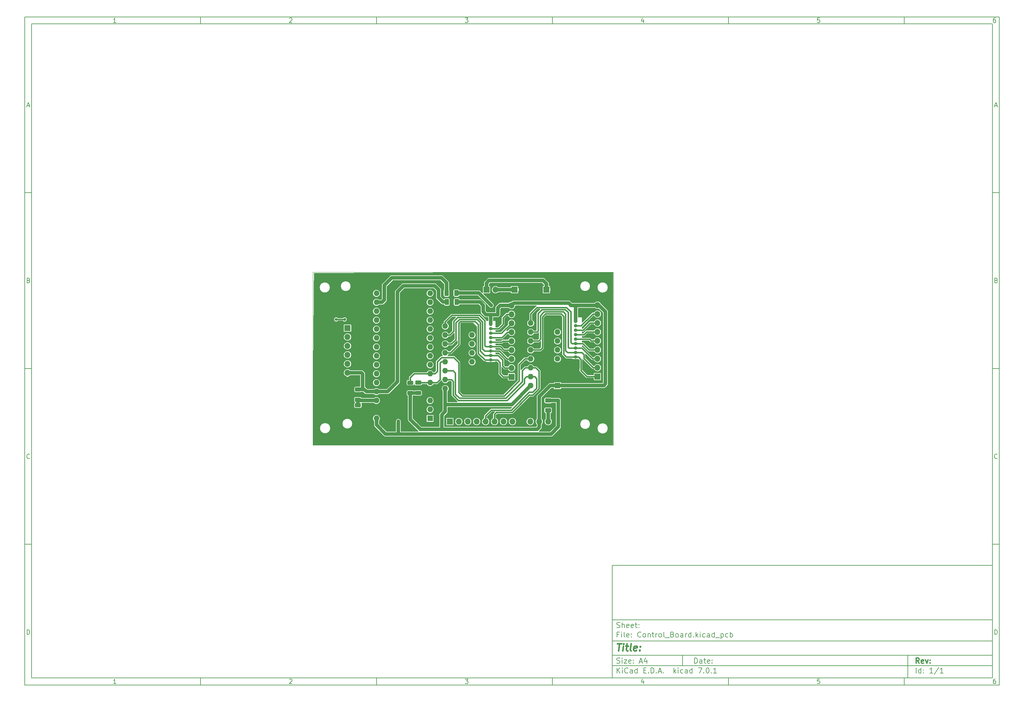
<source format=gbr>
%TF.GenerationSoftware,KiCad,Pcbnew,7.0.1*%
%TF.CreationDate,2023-10-26T15:35:36+00:00*%
%TF.ProjectId,Control_Board,436f6e74-726f-46c5-9f42-6f6172642e6b,rev?*%
%TF.SameCoordinates,Original*%
%TF.FileFunction,Copper,L1,Top*%
%TF.FilePolarity,Positive*%
%FSLAX45Y45*%
G04 Gerber Fmt 4.5, Leading zero omitted, Abs format (unit mm)*
G04 Created by KiCad (PCBNEW 7.0.1) date 2023-10-26 15:35:36*
%MOMM*%
%LPD*%
G01*
G04 APERTURE LIST*
G04 Aperture macros list*
%AMRoundRect*
0 Rectangle with rounded corners*
0 $1 Rounding radius*
0 $2 $3 $4 $5 $6 $7 $8 $9 X,Y pos of 4 corners*
0 Add a 4 corners polygon primitive as box body*
4,1,4,$2,$3,$4,$5,$6,$7,$8,$9,$2,$3,0*
0 Add four circle primitives for the rounded corners*
1,1,$1+$1,$2,$3*
1,1,$1+$1,$4,$5*
1,1,$1+$1,$6,$7*
1,1,$1+$1,$8,$9*
0 Add four rect primitives between the rounded corners*
20,1,$1+$1,$2,$3,$4,$5,0*
20,1,$1+$1,$4,$5,$6,$7,0*
20,1,$1+$1,$6,$7,$8,$9,0*
20,1,$1+$1,$8,$9,$2,$3,0*%
G04 Aperture macros list end*
%ADD10C,0.100000*%
%ADD11C,0.150000*%
%ADD12C,0.300000*%
%ADD13C,0.400000*%
%TA.AperFunction,SMDPad,CuDef*%
%ADD14RoundRect,0.250000X0.625000X-0.312500X0.625000X0.312500X-0.625000X0.312500X-0.625000X-0.312500X0*%
%TD*%
%TA.AperFunction,SMDPad,CuDef*%
%ADD15RoundRect,0.250000X-0.625000X0.312500X-0.625000X-0.312500X0.625000X-0.312500X0.625000X0.312500X0*%
%TD*%
%TA.AperFunction,ComponentPad*%
%ADD16R,1.600000X1.600000*%
%TD*%
%TA.AperFunction,ComponentPad*%
%ADD17O,1.600000X1.600000*%
%TD*%
%TA.AperFunction,ComponentPad*%
%ADD18R,1.000000X1.000000*%
%TD*%
%TA.AperFunction,ComponentPad*%
%ADD19O,1.000000X1.000000*%
%TD*%
%TA.AperFunction,SMDPad,CuDef*%
%ADD20RoundRect,0.250000X0.375000X0.625000X-0.375000X0.625000X-0.375000X-0.625000X0.375000X-0.625000X0*%
%TD*%
%TA.AperFunction,SMDPad,CuDef*%
%ADD21RoundRect,0.250000X0.625000X-0.375000X0.625000X0.375000X-0.625000X0.375000X-0.625000X-0.375000X0*%
%TD*%
%TA.AperFunction,ComponentPad*%
%ADD22R,1.700000X1.700000*%
%TD*%
%TA.AperFunction,ComponentPad*%
%ADD23O,1.700000X1.700000*%
%TD*%
%TA.AperFunction,ViaPad*%
%ADD24C,0.800000*%
%TD*%
%TA.AperFunction,Conductor*%
%ADD25C,0.400000*%
%TD*%
%TA.AperFunction,Conductor*%
%ADD26C,1.000000*%
%TD*%
%TA.AperFunction,Profile*%
%ADD27C,0.100000*%
%TD*%
G04 APERTURE END LIST*
D10*
D11*
X17700220Y-16600720D02*
X28500220Y-16600720D01*
X28500220Y-19800720D01*
X17700220Y-19800720D01*
X17700220Y-16600720D01*
D10*
D11*
X1000000Y-1000000D02*
X28700220Y-1000000D01*
X28700220Y-20000720D01*
X1000000Y-20000720D01*
X1000000Y-1000000D01*
D10*
D11*
X1200000Y-1200000D02*
X28500220Y-1200000D01*
X28500220Y-19800720D01*
X1200000Y-19800720D01*
X1200000Y-1200000D01*
D10*
D11*
X6000000Y-1200000D02*
X6000000Y-1000000D01*
D10*
D11*
X11000000Y-1200000D02*
X11000000Y-1000000D01*
D10*
D11*
X16000000Y-1200000D02*
X16000000Y-1000000D01*
D10*
D11*
X21000000Y-1200000D02*
X21000000Y-1000000D01*
D10*
D11*
X26000000Y-1200000D02*
X26000000Y-1000000D01*
D10*
D11*
X3599048Y-1160140D02*
X3524762Y-1160140D01*
X3561905Y-1160140D02*
X3561905Y-1030140D01*
X3561905Y-1030140D02*
X3549524Y-1048712D01*
X3549524Y-1048712D02*
X3537143Y-1061093D01*
X3537143Y-1061093D02*
X3524762Y-1067283D01*
D10*
D11*
X8524762Y-1042521D02*
X8530952Y-1036331D01*
X8530952Y-1036331D02*
X8543333Y-1030140D01*
X8543333Y-1030140D02*
X8574286Y-1030140D01*
X8574286Y-1030140D02*
X8586667Y-1036331D01*
X8586667Y-1036331D02*
X8592857Y-1042521D01*
X8592857Y-1042521D02*
X8599048Y-1054902D01*
X8599048Y-1054902D02*
X8599048Y-1067283D01*
X8599048Y-1067283D02*
X8592857Y-1085855D01*
X8592857Y-1085855D02*
X8518571Y-1160140D01*
X8518571Y-1160140D02*
X8599048Y-1160140D01*
D10*
D11*
X13518571Y-1030140D02*
X13599048Y-1030140D01*
X13599048Y-1030140D02*
X13555714Y-1079664D01*
X13555714Y-1079664D02*
X13574286Y-1079664D01*
X13574286Y-1079664D02*
X13586667Y-1085855D01*
X13586667Y-1085855D02*
X13592857Y-1092045D01*
X13592857Y-1092045D02*
X13599048Y-1104426D01*
X13599048Y-1104426D02*
X13599048Y-1135379D01*
X13599048Y-1135379D02*
X13592857Y-1147760D01*
X13592857Y-1147760D02*
X13586667Y-1153950D01*
X13586667Y-1153950D02*
X13574286Y-1160140D01*
X13574286Y-1160140D02*
X13537143Y-1160140D01*
X13537143Y-1160140D02*
X13524762Y-1153950D01*
X13524762Y-1153950D02*
X13518571Y-1147760D01*
D10*
D11*
X18586667Y-1073474D02*
X18586667Y-1160140D01*
X18555714Y-1023950D02*
X18524762Y-1116807D01*
X18524762Y-1116807D02*
X18605238Y-1116807D01*
D10*
D11*
X23592857Y-1030140D02*
X23530952Y-1030140D01*
X23530952Y-1030140D02*
X23524762Y-1092045D01*
X23524762Y-1092045D02*
X23530952Y-1085855D01*
X23530952Y-1085855D02*
X23543333Y-1079664D01*
X23543333Y-1079664D02*
X23574286Y-1079664D01*
X23574286Y-1079664D02*
X23586667Y-1085855D01*
X23586667Y-1085855D02*
X23592857Y-1092045D01*
X23592857Y-1092045D02*
X23599048Y-1104426D01*
X23599048Y-1104426D02*
X23599048Y-1135379D01*
X23599048Y-1135379D02*
X23592857Y-1147760D01*
X23592857Y-1147760D02*
X23586667Y-1153950D01*
X23586667Y-1153950D02*
X23574286Y-1160140D01*
X23574286Y-1160140D02*
X23543333Y-1160140D01*
X23543333Y-1160140D02*
X23530952Y-1153950D01*
X23530952Y-1153950D02*
X23524762Y-1147760D01*
D10*
D11*
X28586667Y-1030140D02*
X28561905Y-1030140D01*
X28561905Y-1030140D02*
X28549524Y-1036331D01*
X28549524Y-1036331D02*
X28543333Y-1042521D01*
X28543333Y-1042521D02*
X28530952Y-1061093D01*
X28530952Y-1061093D02*
X28524762Y-1085855D01*
X28524762Y-1085855D02*
X28524762Y-1135379D01*
X28524762Y-1135379D02*
X28530952Y-1147760D01*
X28530952Y-1147760D02*
X28537143Y-1153950D01*
X28537143Y-1153950D02*
X28549524Y-1160140D01*
X28549524Y-1160140D02*
X28574286Y-1160140D01*
X28574286Y-1160140D02*
X28586667Y-1153950D01*
X28586667Y-1153950D02*
X28592857Y-1147760D01*
X28592857Y-1147760D02*
X28599048Y-1135379D01*
X28599048Y-1135379D02*
X28599048Y-1104426D01*
X28599048Y-1104426D02*
X28592857Y-1092045D01*
X28592857Y-1092045D02*
X28586667Y-1085855D01*
X28586667Y-1085855D02*
X28574286Y-1079664D01*
X28574286Y-1079664D02*
X28549524Y-1079664D01*
X28549524Y-1079664D02*
X28537143Y-1085855D01*
X28537143Y-1085855D02*
X28530952Y-1092045D01*
X28530952Y-1092045D02*
X28524762Y-1104426D01*
D10*
D11*
X6000000Y-19800720D02*
X6000000Y-20000720D01*
D10*
D11*
X11000000Y-19800720D02*
X11000000Y-20000720D01*
D10*
D11*
X16000000Y-19800720D02*
X16000000Y-20000720D01*
D10*
D11*
X21000000Y-19800720D02*
X21000000Y-20000720D01*
D10*
D11*
X26000000Y-19800720D02*
X26000000Y-20000720D01*
D10*
D11*
X3599048Y-19960860D02*
X3524762Y-19960860D01*
X3561905Y-19960860D02*
X3561905Y-19830860D01*
X3561905Y-19830860D02*
X3549524Y-19849432D01*
X3549524Y-19849432D02*
X3537143Y-19861813D01*
X3537143Y-19861813D02*
X3524762Y-19868003D01*
D10*
D11*
X8524762Y-19843241D02*
X8530952Y-19837051D01*
X8530952Y-19837051D02*
X8543333Y-19830860D01*
X8543333Y-19830860D02*
X8574286Y-19830860D01*
X8574286Y-19830860D02*
X8586667Y-19837051D01*
X8586667Y-19837051D02*
X8592857Y-19843241D01*
X8592857Y-19843241D02*
X8599048Y-19855622D01*
X8599048Y-19855622D02*
X8599048Y-19868003D01*
X8599048Y-19868003D02*
X8592857Y-19886575D01*
X8592857Y-19886575D02*
X8518571Y-19960860D01*
X8518571Y-19960860D02*
X8599048Y-19960860D01*
D10*
D11*
X13518571Y-19830860D02*
X13599048Y-19830860D01*
X13599048Y-19830860D02*
X13555714Y-19880384D01*
X13555714Y-19880384D02*
X13574286Y-19880384D01*
X13574286Y-19880384D02*
X13586667Y-19886575D01*
X13586667Y-19886575D02*
X13592857Y-19892765D01*
X13592857Y-19892765D02*
X13599048Y-19905146D01*
X13599048Y-19905146D02*
X13599048Y-19936099D01*
X13599048Y-19936099D02*
X13592857Y-19948480D01*
X13592857Y-19948480D02*
X13586667Y-19954670D01*
X13586667Y-19954670D02*
X13574286Y-19960860D01*
X13574286Y-19960860D02*
X13537143Y-19960860D01*
X13537143Y-19960860D02*
X13524762Y-19954670D01*
X13524762Y-19954670D02*
X13518571Y-19948480D01*
D10*
D11*
X18586667Y-19874194D02*
X18586667Y-19960860D01*
X18555714Y-19824670D02*
X18524762Y-19917527D01*
X18524762Y-19917527D02*
X18605238Y-19917527D01*
D10*
D11*
X23592857Y-19830860D02*
X23530952Y-19830860D01*
X23530952Y-19830860D02*
X23524762Y-19892765D01*
X23524762Y-19892765D02*
X23530952Y-19886575D01*
X23530952Y-19886575D02*
X23543333Y-19880384D01*
X23543333Y-19880384D02*
X23574286Y-19880384D01*
X23574286Y-19880384D02*
X23586667Y-19886575D01*
X23586667Y-19886575D02*
X23592857Y-19892765D01*
X23592857Y-19892765D02*
X23599048Y-19905146D01*
X23599048Y-19905146D02*
X23599048Y-19936099D01*
X23599048Y-19936099D02*
X23592857Y-19948480D01*
X23592857Y-19948480D02*
X23586667Y-19954670D01*
X23586667Y-19954670D02*
X23574286Y-19960860D01*
X23574286Y-19960860D02*
X23543333Y-19960860D01*
X23543333Y-19960860D02*
X23530952Y-19954670D01*
X23530952Y-19954670D02*
X23524762Y-19948480D01*
D10*
D11*
X28586667Y-19830860D02*
X28561905Y-19830860D01*
X28561905Y-19830860D02*
X28549524Y-19837051D01*
X28549524Y-19837051D02*
X28543333Y-19843241D01*
X28543333Y-19843241D02*
X28530952Y-19861813D01*
X28530952Y-19861813D02*
X28524762Y-19886575D01*
X28524762Y-19886575D02*
X28524762Y-19936099D01*
X28524762Y-19936099D02*
X28530952Y-19948480D01*
X28530952Y-19948480D02*
X28537143Y-19954670D01*
X28537143Y-19954670D02*
X28549524Y-19960860D01*
X28549524Y-19960860D02*
X28574286Y-19960860D01*
X28574286Y-19960860D02*
X28586667Y-19954670D01*
X28586667Y-19954670D02*
X28592857Y-19948480D01*
X28592857Y-19948480D02*
X28599048Y-19936099D01*
X28599048Y-19936099D02*
X28599048Y-19905146D01*
X28599048Y-19905146D02*
X28592857Y-19892765D01*
X28592857Y-19892765D02*
X28586667Y-19886575D01*
X28586667Y-19886575D02*
X28574286Y-19880384D01*
X28574286Y-19880384D02*
X28549524Y-19880384D01*
X28549524Y-19880384D02*
X28537143Y-19886575D01*
X28537143Y-19886575D02*
X28530952Y-19892765D01*
X28530952Y-19892765D02*
X28524762Y-19905146D01*
D10*
D11*
X1000000Y-6000000D02*
X1200000Y-6000000D01*
D10*
D11*
X1000000Y-11000000D02*
X1200000Y-11000000D01*
D10*
D11*
X1000000Y-16000000D02*
X1200000Y-16000000D01*
D10*
D11*
X1069048Y-3522998D02*
X1130952Y-3522998D01*
X1056667Y-3560140D02*
X1100000Y-3430140D01*
X1100000Y-3430140D02*
X1143333Y-3560140D01*
D10*
D11*
X1109286Y-8492045D02*
X1127857Y-8498236D01*
X1127857Y-8498236D02*
X1134048Y-8504426D01*
X1134048Y-8504426D02*
X1140238Y-8516807D01*
X1140238Y-8516807D02*
X1140238Y-8535379D01*
X1140238Y-8535379D02*
X1134048Y-8547760D01*
X1134048Y-8547760D02*
X1127857Y-8553950D01*
X1127857Y-8553950D02*
X1115476Y-8560140D01*
X1115476Y-8560140D02*
X1065952Y-8560140D01*
X1065952Y-8560140D02*
X1065952Y-8430140D01*
X1065952Y-8430140D02*
X1109286Y-8430140D01*
X1109286Y-8430140D02*
X1121667Y-8436331D01*
X1121667Y-8436331D02*
X1127857Y-8442521D01*
X1127857Y-8442521D02*
X1134048Y-8454902D01*
X1134048Y-8454902D02*
X1134048Y-8467283D01*
X1134048Y-8467283D02*
X1127857Y-8479664D01*
X1127857Y-8479664D02*
X1121667Y-8485855D01*
X1121667Y-8485855D02*
X1109286Y-8492045D01*
X1109286Y-8492045D02*
X1065952Y-8492045D01*
D10*
D11*
X1140238Y-13547759D02*
X1134048Y-13553950D01*
X1134048Y-13553950D02*
X1115476Y-13560140D01*
X1115476Y-13560140D02*
X1103095Y-13560140D01*
X1103095Y-13560140D02*
X1084524Y-13553950D01*
X1084524Y-13553950D02*
X1072143Y-13541569D01*
X1072143Y-13541569D02*
X1065952Y-13529188D01*
X1065952Y-13529188D02*
X1059762Y-13504426D01*
X1059762Y-13504426D02*
X1059762Y-13485855D01*
X1059762Y-13485855D02*
X1065952Y-13461093D01*
X1065952Y-13461093D02*
X1072143Y-13448712D01*
X1072143Y-13448712D02*
X1084524Y-13436331D01*
X1084524Y-13436331D02*
X1103095Y-13430140D01*
X1103095Y-13430140D02*
X1115476Y-13430140D01*
X1115476Y-13430140D02*
X1134048Y-13436331D01*
X1134048Y-13436331D02*
X1140238Y-13442521D01*
D10*
D11*
X1065952Y-18560140D02*
X1065952Y-18430140D01*
X1065952Y-18430140D02*
X1096905Y-18430140D01*
X1096905Y-18430140D02*
X1115476Y-18436331D01*
X1115476Y-18436331D02*
X1127857Y-18448712D01*
X1127857Y-18448712D02*
X1134048Y-18461093D01*
X1134048Y-18461093D02*
X1140238Y-18485855D01*
X1140238Y-18485855D02*
X1140238Y-18504426D01*
X1140238Y-18504426D02*
X1134048Y-18529188D01*
X1134048Y-18529188D02*
X1127857Y-18541569D01*
X1127857Y-18541569D02*
X1115476Y-18553950D01*
X1115476Y-18553950D02*
X1096905Y-18560140D01*
X1096905Y-18560140D02*
X1065952Y-18560140D01*
D10*
D11*
X28700220Y-6000000D02*
X28500220Y-6000000D01*
D10*
D11*
X28700220Y-11000000D02*
X28500220Y-11000000D01*
D10*
D11*
X28700220Y-16000000D02*
X28500220Y-16000000D01*
D10*
D11*
X28569268Y-3522998D02*
X28631172Y-3522998D01*
X28556887Y-3560140D02*
X28600220Y-3430140D01*
X28600220Y-3430140D02*
X28643553Y-3560140D01*
D10*
D11*
X28609506Y-8492045D02*
X28628077Y-8498236D01*
X28628077Y-8498236D02*
X28634268Y-8504426D01*
X28634268Y-8504426D02*
X28640458Y-8516807D01*
X28640458Y-8516807D02*
X28640458Y-8535379D01*
X28640458Y-8535379D02*
X28634268Y-8547760D01*
X28634268Y-8547760D02*
X28628077Y-8553950D01*
X28628077Y-8553950D02*
X28615696Y-8560140D01*
X28615696Y-8560140D02*
X28566172Y-8560140D01*
X28566172Y-8560140D02*
X28566172Y-8430140D01*
X28566172Y-8430140D02*
X28609506Y-8430140D01*
X28609506Y-8430140D02*
X28621887Y-8436331D01*
X28621887Y-8436331D02*
X28628077Y-8442521D01*
X28628077Y-8442521D02*
X28634268Y-8454902D01*
X28634268Y-8454902D02*
X28634268Y-8467283D01*
X28634268Y-8467283D02*
X28628077Y-8479664D01*
X28628077Y-8479664D02*
X28621887Y-8485855D01*
X28621887Y-8485855D02*
X28609506Y-8492045D01*
X28609506Y-8492045D02*
X28566172Y-8492045D01*
D10*
D11*
X28640458Y-13547759D02*
X28634268Y-13553950D01*
X28634268Y-13553950D02*
X28615696Y-13560140D01*
X28615696Y-13560140D02*
X28603315Y-13560140D01*
X28603315Y-13560140D02*
X28584744Y-13553950D01*
X28584744Y-13553950D02*
X28572363Y-13541569D01*
X28572363Y-13541569D02*
X28566172Y-13529188D01*
X28566172Y-13529188D02*
X28559982Y-13504426D01*
X28559982Y-13504426D02*
X28559982Y-13485855D01*
X28559982Y-13485855D02*
X28566172Y-13461093D01*
X28566172Y-13461093D02*
X28572363Y-13448712D01*
X28572363Y-13448712D02*
X28584744Y-13436331D01*
X28584744Y-13436331D02*
X28603315Y-13430140D01*
X28603315Y-13430140D02*
X28615696Y-13430140D01*
X28615696Y-13430140D02*
X28634268Y-13436331D01*
X28634268Y-13436331D02*
X28640458Y-13442521D01*
D10*
D11*
X28566172Y-18560140D02*
X28566172Y-18430140D01*
X28566172Y-18430140D02*
X28597125Y-18430140D01*
X28597125Y-18430140D02*
X28615696Y-18436331D01*
X28615696Y-18436331D02*
X28628077Y-18448712D01*
X28628077Y-18448712D02*
X28634268Y-18461093D01*
X28634268Y-18461093D02*
X28640458Y-18485855D01*
X28640458Y-18485855D02*
X28640458Y-18504426D01*
X28640458Y-18504426D02*
X28634268Y-18529188D01*
X28634268Y-18529188D02*
X28628077Y-18541569D01*
X28628077Y-18541569D02*
X28615696Y-18553950D01*
X28615696Y-18553950D02*
X28597125Y-18560140D01*
X28597125Y-18560140D02*
X28566172Y-18560140D01*
D10*
D11*
X20035934Y-19380113D02*
X20035934Y-19230113D01*
X20035934Y-19230113D02*
X20071649Y-19230113D01*
X20071649Y-19230113D02*
X20093077Y-19237256D01*
X20093077Y-19237256D02*
X20107363Y-19251541D01*
X20107363Y-19251541D02*
X20114506Y-19265827D01*
X20114506Y-19265827D02*
X20121649Y-19294399D01*
X20121649Y-19294399D02*
X20121649Y-19315827D01*
X20121649Y-19315827D02*
X20114506Y-19344399D01*
X20114506Y-19344399D02*
X20107363Y-19358684D01*
X20107363Y-19358684D02*
X20093077Y-19372970D01*
X20093077Y-19372970D02*
X20071649Y-19380113D01*
X20071649Y-19380113D02*
X20035934Y-19380113D01*
X20250220Y-19380113D02*
X20250220Y-19301541D01*
X20250220Y-19301541D02*
X20243077Y-19287256D01*
X20243077Y-19287256D02*
X20228791Y-19280113D01*
X20228791Y-19280113D02*
X20200220Y-19280113D01*
X20200220Y-19280113D02*
X20185934Y-19287256D01*
X20250220Y-19372970D02*
X20235934Y-19380113D01*
X20235934Y-19380113D02*
X20200220Y-19380113D01*
X20200220Y-19380113D02*
X20185934Y-19372970D01*
X20185934Y-19372970D02*
X20178791Y-19358684D01*
X20178791Y-19358684D02*
X20178791Y-19344399D01*
X20178791Y-19344399D02*
X20185934Y-19330113D01*
X20185934Y-19330113D02*
X20200220Y-19322970D01*
X20200220Y-19322970D02*
X20235934Y-19322970D01*
X20235934Y-19322970D02*
X20250220Y-19315827D01*
X20300220Y-19280113D02*
X20357363Y-19280113D01*
X20321649Y-19230113D02*
X20321649Y-19358684D01*
X20321649Y-19358684D02*
X20328791Y-19372970D01*
X20328791Y-19372970D02*
X20343077Y-19380113D01*
X20343077Y-19380113D02*
X20357363Y-19380113D01*
X20464506Y-19372970D02*
X20450220Y-19380113D01*
X20450220Y-19380113D02*
X20421649Y-19380113D01*
X20421649Y-19380113D02*
X20407363Y-19372970D01*
X20407363Y-19372970D02*
X20400220Y-19358684D01*
X20400220Y-19358684D02*
X20400220Y-19301541D01*
X20400220Y-19301541D02*
X20407363Y-19287256D01*
X20407363Y-19287256D02*
X20421649Y-19280113D01*
X20421649Y-19280113D02*
X20450220Y-19280113D01*
X20450220Y-19280113D02*
X20464506Y-19287256D01*
X20464506Y-19287256D02*
X20471649Y-19301541D01*
X20471649Y-19301541D02*
X20471649Y-19315827D01*
X20471649Y-19315827D02*
X20400220Y-19330113D01*
X20535934Y-19365827D02*
X20543077Y-19372970D01*
X20543077Y-19372970D02*
X20535934Y-19380113D01*
X20535934Y-19380113D02*
X20528791Y-19372970D01*
X20528791Y-19372970D02*
X20535934Y-19365827D01*
X20535934Y-19365827D02*
X20535934Y-19380113D01*
X20535934Y-19287256D02*
X20543077Y-19294399D01*
X20543077Y-19294399D02*
X20535934Y-19301541D01*
X20535934Y-19301541D02*
X20528791Y-19294399D01*
X20528791Y-19294399D02*
X20535934Y-19287256D01*
X20535934Y-19287256D02*
X20535934Y-19301541D01*
D10*
D11*
X17700220Y-19450720D02*
X28500220Y-19450720D01*
D10*
D11*
X17835934Y-19660113D02*
X17835934Y-19510113D01*
X17921649Y-19660113D02*
X17857363Y-19574399D01*
X17921649Y-19510113D02*
X17835934Y-19595827D01*
X17985934Y-19660113D02*
X17985934Y-19560113D01*
X17985934Y-19510113D02*
X17978791Y-19517256D01*
X17978791Y-19517256D02*
X17985934Y-19524399D01*
X17985934Y-19524399D02*
X17993077Y-19517256D01*
X17993077Y-19517256D02*
X17985934Y-19510113D01*
X17985934Y-19510113D02*
X17985934Y-19524399D01*
X18143077Y-19645827D02*
X18135934Y-19652970D01*
X18135934Y-19652970D02*
X18114506Y-19660113D01*
X18114506Y-19660113D02*
X18100220Y-19660113D01*
X18100220Y-19660113D02*
X18078791Y-19652970D01*
X18078791Y-19652970D02*
X18064506Y-19638684D01*
X18064506Y-19638684D02*
X18057363Y-19624399D01*
X18057363Y-19624399D02*
X18050220Y-19595827D01*
X18050220Y-19595827D02*
X18050220Y-19574399D01*
X18050220Y-19574399D02*
X18057363Y-19545827D01*
X18057363Y-19545827D02*
X18064506Y-19531541D01*
X18064506Y-19531541D02*
X18078791Y-19517256D01*
X18078791Y-19517256D02*
X18100220Y-19510113D01*
X18100220Y-19510113D02*
X18114506Y-19510113D01*
X18114506Y-19510113D02*
X18135934Y-19517256D01*
X18135934Y-19517256D02*
X18143077Y-19524399D01*
X18271649Y-19660113D02*
X18271649Y-19581541D01*
X18271649Y-19581541D02*
X18264506Y-19567256D01*
X18264506Y-19567256D02*
X18250220Y-19560113D01*
X18250220Y-19560113D02*
X18221649Y-19560113D01*
X18221649Y-19560113D02*
X18207363Y-19567256D01*
X18271649Y-19652970D02*
X18257363Y-19660113D01*
X18257363Y-19660113D02*
X18221649Y-19660113D01*
X18221649Y-19660113D02*
X18207363Y-19652970D01*
X18207363Y-19652970D02*
X18200220Y-19638684D01*
X18200220Y-19638684D02*
X18200220Y-19624399D01*
X18200220Y-19624399D02*
X18207363Y-19610113D01*
X18207363Y-19610113D02*
X18221649Y-19602970D01*
X18221649Y-19602970D02*
X18257363Y-19602970D01*
X18257363Y-19602970D02*
X18271649Y-19595827D01*
X18407363Y-19660113D02*
X18407363Y-19510113D01*
X18407363Y-19652970D02*
X18393077Y-19660113D01*
X18393077Y-19660113D02*
X18364506Y-19660113D01*
X18364506Y-19660113D02*
X18350220Y-19652970D01*
X18350220Y-19652970D02*
X18343077Y-19645827D01*
X18343077Y-19645827D02*
X18335934Y-19631541D01*
X18335934Y-19631541D02*
X18335934Y-19588684D01*
X18335934Y-19588684D02*
X18343077Y-19574399D01*
X18343077Y-19574399D02*
X18350220Y-19567256D01*
X18350220Y-19567256D02*
X18364506Y-19560113D01*
X18364506Y-19560113D02*
X18393077Y-19560113D01*
X18393077Y-19560113D02*
X18407363Y-19567256D01*
X18593077Y-19581541D02*
X18643077Y-19581541D01*
X18664506Y-19660113D02*
X18593077Y-19660113D01*
X18593077Y-19660113D02*
X18593077Y-19510113D01*
X18593077Y-19510113D02*
X18664506Y-19510113D01*
X18728791Y-19645827D02*
X18735934Y-19652970D01*
X18735934Y-19652970D02*
X18728791Y-19660113D01*
X18728791Y-19660113D02*
X18721649Y-19652970D01*
X18721649Y-19652970D02*
X18728791Y-19645827D01*
X18728791Y-19645827D02*
X18728791Y-19660113D01*
X18800220Y-19660113D02*
X18800220Y-19510113D01*
X18800220Y-19510113D02*
X18835934Y-19510113D01*
X18835934Y-19510113D02*
X18857363Y-19517256D01*
X18857363Y-19517256D02*
X18871649Y-19531541D01*
X18871649Y-19531541D02*
X18878792Y-19545827D01*
X18878792Y-19545827D02*
X18885934Y-19574399D01*
X18885934Y-19574399D02*
X18885934Y-19595827D01*
X18885934Y-19595827D02*
X18878792Y-19624399D01*
X18878792Y-19624399D02*
X18871649Y-19638684D01*
X18871649Y-19638684D02*
X18857363Y-19652970D01*
X18857363Y-19652970D02*
X18835934Y-19660113D01*
X18835934Y-19660113D02*
X18800220Y-19660113D01*
X18950220Y-19645827D02*
X18957363Y-19652970D01*
X18957363Y-19652970D02*
X18950220Y-19660113D01*
X18950220Y-19660113D02*
X18943077Y-19652970D01*
X18943077Y-19652970D02*
X18950220Y-19645827D01*
X18950220Y-19645827D02*
X18950220Y-19660113D01*
X19014506Y-19617256D02*
X19085934Y-19617256D01*
X19000220Y-19660113D02*
X19050220Y-19510113D01*
X19050220Y-19510113D02*
X19100220Y-19660113D01*
X19150220Y-19645827D02*
X19157363Y-19652970D01*
X19157363Y-19652970D02*
X19150220Y-19660113D01*
X19150220Y-19660113D02*
X19143077Y-19652970D01*
X19143077Y-19652970D02*
X19150220Y-19645827D01*
X19150220Y-19645827D02*
X19150220Y-19660113D01*
X19450220Y-19660113D02*
X19450220Y-19510113D01*
X19464506Y-19602970D02*
X19507363Y-19660113D01*
X19507363Y-19560113D02*
X19450220Y-19617256D01*
X19571649Y-19660113D02*
X19571649Y-19560113D01*
X19571649Y-19510113D02*
X19564506Y-19517256D01*
X19564506Y-19517256D02*
X19571649Y-19524399D01*
X19571649Y-19524399D02*
X19578792Y-19517256D01*
X19578792Y-19517256D02*
X19571649Y-19510113D01*
X19571649Y-19510113D02*
X19571649Y-19524399D01*
X19707363Y-19652970D02*
X19693077Y-19660113D01*
X19693077Y-19660113D02*
X19664506Y-19660113D01*
X19664506Y-19660113D02*
X19650220Y-19652970D01*
X19650220Y-19652970D02*
X19643077Y-19645827D01*
X19643077Y-19645827D02*
X19635934Y-19631541D01*
X19635934Y-19631541D02*
X19635934Y-19588684D01*
X19635934Y-19588684D02*
X19643077Y-19574399D01*
X19643077Y-19574399D02*
X19650220Y-19567256D01*
X19650220Y-19567256D02*
X19664506Y-19560113D01*
X19664506Y-19560113D02*
X19693077Y-19560113D01*
X19693077Y-19560113D02*
X19707363Y-19567256D01*
X19835934Y-19660113D02*
X19835934Y-19581541D01*
X19835934Y-19581541D02*
X19828792Y-19567256D01*
X19828792Y-19567256D02*
X19814506Y-19560113D01*
X19814506Y-19560113D02*
X19785934Y-19560113D01*
X19785934Y-19560113D02*
X19771649Y-19567256D01*
X19835934Y-19652970D02*
X19821649Y-19660113D01*
X19821649Y-19660113D02*
X19785934Y-19660113D01*
X19785934Y-19660113D02*
X19771649Y-19652970D01*
X19771649Y-19652970D02*
X19764506Y-19638684D01*
X19764506Y-19638684D02*
X19764506Y-19624399D01*
X19764506Y-19624399D02*
X19771649Y-19610113D01*
X19771649Y-19610113D02*
X19785934Y-19602970D01*
X19785934Y-19602970D02*
X19821649Y-19602970D01*
X19821649Y-19602970D02*
X19835934Y-19595827D01*
X19971649Y-19660113D02*
X19971649Y-19510113D01*
X19971649Y-19652970D02*
X19957363Y-19660113D01*
X19957363Y-19660113D02*
X19928792Y-19660113D01*
X19928792Y-19660113D02*
X19914506Y-19652970D01*
X19914506Y-19652970D02*
X19907363Y-19645827D01*
X19907363Y-19645827D02*
X19900220Y-19631541D01*
X19900220Y-19631541D02*
X19900220Y-19588684D01*
X19900220Y-19588684D02*
X19907363Y-19574399D01*
X19907363Y-19574399D02*
X19914506Y-19567256D01*
X19914506Y-19567256D02*
X19928792Y-19560113D01*
X19928792Y-19560113D02*
X19957363Y-19560113D01*
X19957363Y-19560113D02*
X19971649Y-19567256D01*
X20143077Y-19510113D02*
X20243077Y-19510113D01*
X20243077Y-19510113D02*
X20178792Y-19660113D01*
X20300220Y-19645827D02*
X20307363Y-19652970D01*
X20307363Y-19652970D02*
X20300220Y-19660113D01*
X20300220Y-19660113D02*
X20293077Y-19652970D01*
X20293077Y-19652970D02*
X20300220Y-19645827D01*
X20300220Y-19645827D02*
X20300220Y-19660113D01*
X20400220Y-19510113D02*
X20414506Y-19510113D01*
X20414506Y-19510113D02*
X20428792Y-19517256D01*
X20428792Y-19517256D02*
X20435934Y-19524399D01*
X20435934Y-19524399D02*
X20443077Y-19538684D01*
X20443077Y-19538684D02*
X20450220Y-19567256D01*
X20450220Y-19567256D02*
X20450220Y-19602970D01*
X20450220Y-19602970D02*
X20443077Y-19631541D01*
X20443077Y-19631541D02*
X20435934Y-19645827D01*
X20435934Y-19645827D02*
X20428792Y-19652970D01*
X20428792Y-19652970D02*
X20414506Y-19660113D01*
X20414506Y-19660113D02*
X20400220Y-19660113D01*
X20400220Y-19660113D02*
X20385934Y-19652970D01*
X20385934Y-19652970D02*
X20378792Y-19645827D01*
X20378792Y-19645827D02*
X20371649Y-19631541D01*
X20371649Y-19631541D02*
X20364506Y-19602970D01*
X20364506Y-19602970D02*
X20364506Y-19567256D01*
X20364506Y-19567256D02*
X20371649Y-19538684D01*
X20371649Y-19538684D02*
X20378792Y-19524399D01*
X20378792Y-19524399D02*
X20385934Y-19517256D01*
X20385934Y-19517256D02*
X20400220Y-19510113D01*
X20514506Y-19645827D02*
X20521649Y-19652970D01*
X20521649Y-19652970D02*
X20514506Y-19660113D01*
X20514506Y-19660113D02*
X20507363Y-19652970D01*
X20507363Y-19652970D02*
X20514506Y-19645827D01*
X20514506Y-19645827D02*
X20514506Y-19660113D01*
X20664506Y-19660113D02*
X20578792Y-19660113D01*
X20621649Y-19660113D02*
X20621649Y-19510113D01*
X20621649Y-19510113D02*
X20607363Y-19531541D01*
X20607363Y-19531541D02*
X20593077Y-19545827D01*
X20593077Y-19545827D02*
X20578792Y-19552970D01*
D10*
D11*
X17700220Y-19150720D02*
X28500220Y-19150720D01*
D10*
D12*
X26421648Y-19380113D02*
X26371648Y-19308684D01*
X26335934Y-19380113D02*
X26335934Y-19230113D01*
X26335934Y-19230113D02*
X26393077Y-19230113D01*
X26393077Y-19230113D02*
X26407363Y-19237256D01*
X26407363Y-19237256D02*
X26414506Y-19244399D01*
X26414506Y-19244399D02*
X26421648Y-19258684D01*
X26421648Y-19258684D02*
X26421648Y-19280113D01*
X26421648Y-19280113D02*
X26414506Y-19294399D01*
X26414506Y-19294399D02*
X26407363Y-19301541D01*
X26407363Y-19301541D02*
X26393077Y-19308684D01*
X26393077Y-19308684D02*
X26335934Y-19308684D01*
X26543077Y-19372970D02*
X26528791Y-19380113D01*
X26528791Y-19380113D02*
X26500220Y-19380113D01*
X26500220Y-19380113D02*
X26485934Y-19372970D01*
X26485934Y-19372970D02*
X26478791Y-19358684D01*
X26478791Y-19358684D02*
X26478791Y-19301541D01*
X26478791Y-19301541D02*
X26485934Y-19287256D01*
X26485934Y-19287256D02*
X26500220Y-19280113D01*
X26500220Y-19280113D02*
X26528791Y-19280113D01*
X26528791Y-19280113D02*
X26543077Y-19287256D01*
X26543077Y-19287256D02*
X26550220Y-19301541D01*
X26550220Y-19301541D02*
X26550220Y-19315827D01*
X26550220Y-19315827D02*
X26478791Y-19330113D01*
X26600220Y-19280113D02*
X26635934Y-19380113D01*
X26635934Y-19380113D02*
X26671648Y-19280113D01*
X26728791Y-19365827D02*
X26735934Y-19372970D01*
X26735934Y-19372970D02*
X26728791Y-19380113D01*
X26728791Y-19380113D02*
X26721648Y-19372970D01*
X26721648Y-19372970D02*
X26728791Y-19365827D01*
X26728791Y-19365827D02*
X26728791Y-19380113D01*
X26728791Y-19287256D02*
X26735934Y-19294399D01*
X26735934Y-19294399D02*
X26728791Y-19301541D01*
X26728791Y-19301541D02*
X26721648Y-19294399D01*
X26721648Y-19294399D02*
X26728791Y-19287256D01*
X26728791Y-19287256D02*
X26728791Y-19301541D01*
D10*
D11*
X17828791Y-19372970D02*
X17850220Y-19380113D01*
X17850220Y-19380113D02*
X17885934Y-19380113D01*
X17885934Y-19380113D02*
X17900220Y-19372970D01*
X17900220Y-19372970D02*
X17907363Y-19365827D01*
X17907363Y-19365827D02*
X17914506Y-19351541D01*
X17914506Y-19351541D02*
X17914506Y-19337256D01*
X17914506Y-19337256D02*
X17907363Y-19322970D01*
X17907363Y-19322970D02*
X17900220Y-19315827D01*
X17900220Y-19315827D02*
X17885934Y-19308684D01*
X17885934Y-19308684D02*
X17857363Y-19301541D01*
X17857363Y-19301541D02*
X17843077Y-19294399D01*
X17843077Y-19294399D02*
X17835934Y-19287256D01*
X17835934Y-19287256D02*
X17828791Y-19272970D01*
X17828791Y-19272970D02*
X17828791Y-19258684D01*
X17828791Y-19258684D02*
X17835934Y-19244399D01*
X17835934Y-19244399D02*
X17843077Y-19237256D01*
X17843077Y-19237256D02*
X17857363Y-19230113D01*
X17857363Y-19230113D02*
X17893077Y-19230113D01*
X17893077Y-19230113D02*
X17914506Y-19237256D01*
X17978791Y-19380113D02*
X17978791Y-19280113D01*
X17978791Y-19230113D02*
X17971649Y-19237256D01*
X17971649Y-19237256D02*
X17978791Y-19244399D01*
X17978791Y-19244399D02*
X17985934Y-19237256D01*
X17985934Y-19237256D02*
X17978791Y-19230113D01*
X17978791Y-19230113D02*
X17978791Y-19244399D01*
X18035934Y-19280113D02*
X18114506Y-19280113D01*
X18114506Y-19280113D02*
X18035934Y-19380113D01*
X18035934Y-19380113D02*
X18114506Y-19380113D01*
X18228791Y-19372970D02*
X18214506Y-19380113D01*
X18214506Y-19380113D02*
X18185934Y-19380113D01*
X18185934Y-19380113D02*
X18171649Y-19372970D01*
X18171649Y-19372970D02*
X18164506Y-19358684D01*
X18164506Y-19358684D02*
X18164506Y-19301541D01*
X18164506Y-19301541D02*
X18171649Y-19287256D01*
X18171649Y-19287256D02*
X18185934Y-19280113D01*
X18185934Y-19280113D02*
X18214506Y-19280113D01*
X18214506Y-19280113D02*
X18228791Y-19287256D01*
X18228791Y-19287256D02*
X18235934Y-19301541D01*
X18235934Y-19301541D02*
X18235934Y-19315827D01*
X18235934Y-19315827D02*
X18164506Y-19330113D01*
X18300220Y-19365827D02*
X18307363Y-19372970D01*
X18307363Y-19372970D02*
X18300220Y-19380113D01*
X18300220Y-19380113D02*
X18293077Y-19372970D01*
X18293077Y-19372970D02*
X18300220Y-19365827D01*
X18300220Y-19365827D02*
X18300220Y-19380113D01*
X18300220Y-19287256D02*
X18307363Y-19294399D01*
X18307363Y-19294399D02*
X18300220Y-19301541D01*
X18300220Y-19301541D02*
X18293077Y-19294399D01*
X18293077Y-19294399D02*
X18300220Y-19287256D01*
X18300220Y-19287256D02*
X18300220Y-19301541D01*
X18478791Y-19337256D02*
X18550220Y-19337256D01*
X18464506Y-19380113D02*
X18514506Y-19230113D01*
X18514506Y-19230113D02*
X18564506Y-19380113D01*
X18678791Y-19280113D02*
X18678791Y-19380113D01*
X18643077Y-19222970D02*
X18607363Y-19330113D01*
X18607363Y-19330113D02*
X18700220Y-19330113D01*
D10*
D11*
X26335934Y-19660113D02*
X26335934Y-19510113D01*
X26471649Y-19660113D02*
X26471649Y-19510113D01*
X26471649Y-19652970D02*
X26457363Y-19660113D01*
X26457363Y-19660113D02*
X26428791Y-19660113D01*
X26428791Y-19660113D02*
X26414506Y-19652970D01*
X26414506Y-19652970D02*
X26407363Y-19645827D01*
X26407363Y-19645827D02*
X26400220Y-19631541D01*
X26400220Y-19631541D02*
X26400220Y-19588684D01*
X26400220Y-19588684D02*
X26407363Y-19574399D01*
X26407363Y-19574399D02*
X26414506Y-19567256D01*
X26414506Y-19567256D02*
X26428791Y-19560113D01*
X26428791Y-19560113D02*
X26457363Y-19560113D01*
X26457363Y-19560113D02*
X26471649Y-19567256D01*
X26543077Y-19645827D02*
X26550220Y-19652970D01*
X26550220Y-19652970D02*
X26543077Y-19660113D01*
X26543077Y-19660113D02*
X26535934Y-19652970D01*
X26535934Y-19652970D02*
X26543077Y-19645827D01*
X26543077Y-19645827D02*
X26543077Y-19660113D01*
X26543077Y-19567256D02*
X26550220Y-19574399D01*
X26550220Y-19574399D02*
X26543077Y-19581541D01*
X26543077Y-19581541D02*
X26535934Y-19574399D01*
X26535934Y-19574399D02*
X26543077Y-19567256D01*
X26543077Y-19567256D02*
X26543077Y-19581541D01*
X26807363Y-19660113D02*
X26721649Y-19660113D01*
X26764506Y-19660113D02*
X26764506Y-19510113D01*
X26764506Y-19510113D02*
X26750220Y-19531541D01*
X26750220Y-19531541D02*
X26735934Y-19545827D01*
X26735934Y-19545827D02*
X26721649Y-19552970D01*
X26978791Y-19502970D02*
X26850220Y-19695827D01*
X27107363Y-19660113D02*
X27021649Y-19660113D01*
X27064506Y-19660113D02*
X27064506Y-19510113D01*
X27064506Y-19510113D02*
X27050220Y-19531541D01*
X27050220Y-19531541D02*
X27035934Y-19545827D01*
X27035934Y-19545827D02*
X27021649Y-19552970D01*
D10*
D11*
X17700220Y-18750720D02*
X28500220Y-18750720D01*
D10*
D13*
X17843077Y-18823244D02*
X17957363Y-18823244D01*
X17875220Y-19023244D02*
X17900220Y-18823244D01*
X17997839Y-19023244D02*
X18014506Y-18889910D01*
X18022839Y-18823244D02*
X18012125Y-18832768D01*
X18012125Y-18832768D02*
X18020458Y-18842291D01*
X18020458Y-18842291D02*
X18031172Y-18832768D01*
X18031172Y-18832768D02*
X18022839Y-18823244D01*
X18022839Y-18823244D02*
X18020458Y-18842291D01*
X18079982Y-18889910D02*
X18156172Y-18889910D01*
X18116887Y-18823244D02*
X18095458Y-18994672D01*
X18095458Y-18994672D02*
X18102601Y-19013720D01*
X18102601Y-19013720D02*
X18120458Y-19023244D01*
X18120458Y-19023244D02*
X18139506Y-19023244D01*
X18233553Y-19023244D02*
X18215696Y-19013720D01*
X18215696Y-19013720D02*
X18208553Y-18994672D01*
X18208553Y-18994672D02*
X18229982Y-18823244D01*
X18385934Y-19013720D02*
X18365696Y-19023244D01*
X18365696Y-19023244D02*
X18327601Y-19023244D01*
X18327601Y-19023244D02*
X18309744Y-19013720D01*
X18309744Y-19013720D02*
X18302601Y-18994672D01*
X18302601Y-18994672D02*
X18312125Y-18918482D01*
X18312125Y-18918482D02*
X18324029Y-18899434D01*
X18324029Y-18899434D02*
X18344268Y-18889910D01*
X18344268Y-18889910D02*
X18382363Y-18889910D01*
X18382363Y-18889910D02*
X18400220Y-18899434D01*
X18400220Y-18899434D02*
X18407363Y-18918482D01*
X18407363Y-18918482D02*
X18404982Y-18937530D01*
X18404982Y-18937530D02*
X18307363Y-18956577D01*
X18481172Y-19004196D02*
X18489506Y-19013720D01*
X18489506Y-19013720D02*
X18478791Y-19023244D01*
X18478791Y-19023244D02*
X18470458Y-19013720D01*
X18470458Y-19013720D02*
X18481172Y-19004196D01*
X18481172Y-19004196D02*
X18478791Y-19023244D01*
X18494268Y-18899434D02*
X18502601Y-18908958D01*
X18502601Y-18908958D02*
X18491887Y-18918482D01*
X18491887Y-18918482D02*
X18483553Y-18908958D01*
X18483553Y-18908958D02*
X18494268Y-18899434D01*
X18494268Y-18899434D02*
X18491887Y-18918482D01*
D10*
D11*
X17885934Y-18561541D02*
X17835934Y-18561541D01*
X17835934Y-18640113D02*
X17835934Y-18490113D01*
X17835934Y-18490113D02*
X17907363Y-18490113D01*
X17964506Y-18640113D02*
X17964506Y-18540113D01*
X17964506Y-18490113D02*
X17957363Y-18497256D01*
X17957363Y-18497256D02*
X17964506Y-18504399D01*
X17964506Y-18504399D02*
X17971649Y-18497256D01*
X17971649Y-18497256D02*
X17964506Y-18490113D01*
X17964506Y-18490113D02*
X17964506Y-18504399D01*
X18057363Y-18640113D02*
X18043077Y-18632970D01*
X18043077Y-18632970D02*
X18035934Y-18618684D01*
X18035934Y-18618684D02*
X18035934Y-18490113D01*
X18171649Y-18632970D02*
X18157363Y-18640113D01*
X18157363Y-18640113D02*
X18128791Y-18640113D01*
X18128791Y-18640113D02*
X18114506Y-18632970D01*
X18114506Y-18632970D02*
X18107363Y-18618684D01*
X18107363Y-18618684D02*
X18107363Y-18561541D01*
X18107363Y-18561541D02*
X18114506Y-18547256D01*
X18114506Y-18547256D02*
X18128791Y-18540113D01*
X18128791Y-18540113D02*
X18157363Y-18540113D01*
X18157363Y-18540113D02*
X18171649Y-18547256D01*
X18171649Y-18547256D02*
X18178791Y-18561541D01*
X18178791Y-18561541D02*
X18178791Y-18575827D01*
X18178791Y-18575827D02*
X18107363Y-18590113D01*
X18243077Y-18625827D02*
X18250220Y-18632970D01*
X18250220Y-18632970D02*
X18243077Y-18640113D01*
X18243077Y-18640113D02*
X18235934Y-18632970D01*
X18235934Y-18632970D02*
X18243077Y-18625827D01*
X18243077Y-18625827D02*
X18243077Y-18640113D01*
X18243077Y-18547256D02*
X18250220Y-18554399D01*
X18250220Y-18554399D02*
X18243077Y-18561541D01*
X18243077Y-18561541D02*
X18235934Y-18554399D01*
X18235934Y-18554399D02*
X18243077Y-18547256D01*
X18243077Y-18547256D02*
X18243077Y-18561541D01*
X18514506Y-18625827D02*
X18507363Y-18632970D01*
X18507363Y-18632970D02*
X18485934Y-18640113D01*
X18485934Y-18640113D02*
X18471649Y-18640113D01*
X18471649Y-18640113D02*
X18450220Y-18632970D01*
X18450220Y-18632970D02*
X18435934Y-18618684D01*
X18435934Y-18618684D02*
X18428791Y-18604399D01*
X18428791Y-18604399D02*
X18421649Y-18575827D01*
X18421649Y-18575827D02*
X18421649Y-18554399D01*
X18421649Y-18554399D02*
X18428791Y-18525827D01*
X18428791Y-18525827D02*
X18435934Y-18511541D01*
X18435934Y-18511541D02*
X18450220Y-18497256D01*
X18450220Y-18497256D02*
X18471649Y-18490113D01*
X18471649Y-18490113D02*
X18485934Y-18490113D01*
X18485934Y-18490113D02*
X18507363Y-18497256D01*
X18507363Y-18497256D02*
X18514506Y-18504399D01*
X18600220Y-18640113D02*
X18585934Y-18632970D01*
X18585934Y-18632970D02*
X18578791Y-18625827D01*
X18578791Y-18625827D02*
X18571649Y-18611541D01*
X18571649Y-18611541D02*
X18571649Y-18568684D01*
X18571649Y-18568684D02*
X18578791Y-18554399D01*
X18578791Y-18554399D02*
X18585934Y-18547256D01*
X18585934Y-18547256D02*
X18600220Y-18540113D01*
X18600220Y-18540113D02*
X18621649Y-18540113D01*
X18621649Y-18540113D02*
X18635934Y-18547256D01*
X18635934Y-18547256D02*
X18643077Y-18554399D01*
X18643077Y-18554399D02*
X18650220Y-18568684D01*
X18650220Y-18568684D02*
X18650220Y-18611541D01*
X18650220Y-18611541D02*
X18643077Y-18625827D01*
X18643077Y-18625827D02*
X18635934Y-18632970D01*
X18635934Y-18632970D02*
X18621649Y-18640113D01*
X18621649Y-18640113D02*
X18600220Y-18640113D01*
X18714506Y-18540113D02*
X18714506Y-18640113D01*
X18714506Y-18554399D02*
X18721649Y-18547256D01*
X18721649Y-18547256D02*
X18735934Y-18540113D01*
X18735934Y-18540113D02*
X18757363Y-18540113D01*
X18757363Y-18540113D02*
X18771649Y-18547256D01*
X18771649Y-18547256D02*
X18778791Y-18561541D01*
X18778791Y-18561541D02*
X18778791Y-18640113D01*
X18828791Y-18540113D02*
X18885934Y-18540113D01*
X18850220Y-18490113D02*
X18850220Y-18618684D01*
X18850220Y-18618684D02*
X18857363Y-18632970D01*
X18857363Y-18632970D02*
X18871649Y-18640113D01*
X18871649Y-18640113D02*
X18885934Y-18640113D01*
X18935934Y-18640113D02*
X18935934Y-18540113D01*
X18935934Y-18568684D02*
X18943077Y-18554399D01*
X18943077Y-18554399D02*
X18950220Y-18547256D01*
X18950220Y-18547256D02*
X18964506Y-18540113D01*
X18964506Y-18540113D02*
X18978791Y-18540113D01*
X19050220Y-18640113D02*
X19035934Y-18632970D01*
X19035934Y-18632970D02*
X19028791Y-18625827D01*
X19028791Y-18625827D02*
X19021649Y-18611541D01*
X19021649Y-18611541D02*
X19021649Y-18568684D01*
X19021649Y-18568684D02*
X19028791Y-18554399D01*
X19028791Y-18554399D02*
X19035934Y-18547256D01*
X19035934Y-18547256D02*
X19050220Y-18540113D01*
X19050220Y-18540113D02*
X19071649Y-18540113D01*
X19071649Y-18540113D02*
X19085934Y-18547256D01*
X19085934Y-18547256D02*
X19093077Y-18554399D01*
X19093077Y-18554399D02*
X19100220Y-18568684D01*
X19100220Y-18568684D02*
X19100220Y-18611541D01*
X19100220Y-18611541D02*
X19093077Y-18625827D01*
X19093077Y-18625827D02*
X19085934Y-18632970D01*
X19085934Y-18632970D02*
X19071649Y-18640113D01*
X19071649Y-18640113D02*
X19050220Y-18640113D01*
X19185934Y-18640113D02*
X19171649Y-18632970D01*
X19171649Y-18632970D02*
X19164506Y-18618684D01*
X19164506Y-18618684D02*
X19164506Y-18490113D01*
X19207363Y-18654399D02*
X19321649Y-18654399D01*
X19407363Y-18561541D02*
X19428791Y-18568684D01*
X19428791Y-18568684D02*
X19435934Y-18575827D01*
X19435934Y-18575827D02*
X19443077Y-18590113D01*
X19443077Y-18590113D02*
X19443077Y-18611541D01*
X19443077Y-18611541D02*
X19435934Y-18625827D01*
X19435934Y-18625827D02*
X19428791Y-18632970D01*
X19428791Y-18632970D02*
X19414506Y-18640113D01*
X19414506Y-18640113D02*
X19357363Y-18640113D01*
X19357363Y-18640113D02*
X19357363Y-18490113D01*
X19357363Y-18490113D02*
X19407363Y-18490113D01*
X19407363Y-18490113D02*
X19421649Y-18497256D01*
X19421649Y-18497256D02*
X19428791Y-18504399D01*
X19428791Y-18504399D02*
X19435934Y-18518684D01*
X19435934Y-18518684D02*
X19435934Y-18532970D01*
X19435934Y-18532970D02*
X19428791Y-18547256D01*
X19428791Y-18547256D02*
X19421649Y-18554399D01*
X19421649Y-18554399D02*
X19407363Y-18561541D01*
X19407363Y-18561541D02*
X19357363Y-18561541D01*
X19528791Y-18640113D02*
X19514506Y-18632970D01*
X19514506Y-18632970D02*
X19507363Y-18625827D01*
X19507363Y-18625827D02*
X19500220Y-18611541D01*
X19500220Y-18611541D02*
X19500220Y-18568684D01*
X19500220Y-18568684D02*
X19507363Y-18554399D01*
X19507363Y-18554399D02*
X19514506Y-18547256D01*
X19514506Y-18547256D02*
X19528791Y-18540113D01*
X19528791Y-18540113D02*
X19550220Y-18540113D01*
X19550220Y-18540113D02*
X19564506Y-18547256D01*
X19564506Y-18547256D02*
X19571649Y-18554399D01*
X19571649Y-18554399D02*
X19578791Y-18568684D01*
X19578791Y-18568684D02*
X19578791Y-18611541D01*
X19578791Y-18611541D02*
X19571649Y-18625827D01*
X19571649Y-18625827D02*
X19564506Y-18632970D01*
X19564506Y-18632970D02*
X19550220Y-18640113D01*
X19550220Y-18640113D02*
X19528791Y-18640113D01*
X19707363Y-18640113D02*
X19707363Y-18561541D01*
X19707363Y-18561541D02*
X19700220Y-18547256D01*
X19700220Y-18547256D02*
X19685934Y-18540113D01*
X19685934Y-18540113D02*
X19657363Y-18540113D01*
X19657363Y-18540113D02*
X19643077Y-18547256D01*
X19707363Y-18632970D02*
X19693077Y-18640113D01*
X19693077Y-18640113D02*
X19657363Y-18640113D01*
X19657363Y-18640113D02*
X19643077Y-18632970D01*
X19643077Y-18632970D02*
X19635934Y-18618684D01*
X19635934Y-18618684D02*
X19635934Y-18604399D01*
X19635934Y-18604399D02*
X19643077Y-18590113D01*
X19643077Y-18590113D02*
X19657363Y-18582970D01*
X19657363Y-18582970D02*
X19693077Y-18582970D01*
X19693077Y-18582970D02*
X19707363Y-18575827D01*
X19778791Y-18640113D02*
X19778791Y-18540113D01*
X19778791Y-18568684D02*
X19785934Y-18554399D01*
X19785934Y-18554399D02*
X19793077Y-18547256D01*
X19793077Y-18547256D02*
X19807363Y-18540113D01*
X19807363Y-18540113D02*
X19821649Y-18540113D01*
X19935934Y-18640113D02*
X19935934Y-18490113D01*
X19935934Y-18632970D02*
X19921648Y-18640113D01*
X19921648Y-18640113D02*
X19893077Y-18640113D01*
X19893077Y-18640113D02*
X19878791Y-18632970D01*
X19878791Y-18632970D02*
X19871648Y-18625827D01*
X19871648Y-18625827D02*
X19864506Y-18611541D01*
X19864506Y-18611541D02*
X19864506Y-18568684D01*
X19864506Y-18568684D02*
X19871648Y-18554399D01*
X19871648Y-18554399D02*
X19878791Y-18547256D01*
X19878791Y-18547256D02*
X19893077Y-18540113D01*
X19893077Y-18540113D02*
X19921648Y-18540113D01*
X19921648Y-18540113D02*
X19935934Y-18547256D01*
X20007363Y-18625827D02*
X20014506Y-18632970D01*
X20014506Y-18632970D02*
X20007363Y-18640113D01*
X20007363Y-18640113D02*
X20000220Y-18632970D01*
X20000220Y-18632970D02*
X20007363Y-18625827D01*
X20007363Y-18625827D02*
X20007363Y-18640113D01*
X20078791Y-18640113D02*
X20078791Y-18490113D01*
X20093077Y-18582970D02*
X20135934Y-18640113D01*
X20135934Y-18540113D02*
X20078791Y-18597256D01*
X20200220Y-18640113D02*
X20200220Y-18540113D01*
X20200220Y-18490113D02*
X20193077Y-18497256D01*
X20193077Y-18497256D02*
X20200220Y-18504399D01*
X20200220Y-18504399D02*
X20207363Y-18497256D01*
X20207363Y-18497256D02*
X20200220Y-18490113D01*
X20200220Y-18490113D02*
X20200220Y-18504399D01*
X20335934Y-18632970D02*
X20321649Y-18640113D01*
X20321649Y-18640113D02*
X20293077Y-18640113D01*
X20293077Y-18640113D02*
X20278791Y-18632970D01*
X20278791Y-18632970D02*
X20271649Y-18625827D01*
X20271649Y-18625827D02*
X20264506Y-18611541D01*
X20264506Y-18611541D02*
X20264506Y-18568684D01*
X20264506Y-18568684D02*
X20271649Y-18554399D01*
X20271649Y-18554399D02*
X20278791Y-18547256D01*
X20278791Y-18547256D02*
X20293077Y-18540113D01*
X20293077Y-18540113D02*
X20321649Y-18540113D01*
X20321649Y-18540113D02*
X20335934Y-18547256D01*
X20464506Y-18640113D02*
X20464506Y-18561541D01*
X20464506Y-18561541D02*
X20457363Y-18547256D01*
X20457363Y-18547256D02*
X20443077Y-18540113D01*
X20443077Y-18540113D02*
X20414506Y-18540113D01*
X20414506Y-18540113D02*
X20400220Y-18547256D01*
X20464506Y-18632970D02*
X20450220Y-18640113D01*
X20450220Y-18640113D02*
X20414506Y-18640113D01*
X20414506Y-18640113D02*
X20400220Y-18632970D01*
X20400220Y-18632970D02*
X20393077Y-18618684D01*
X20393077Y-18618684D02*
X20393077Y-18604399D01*
X20393077Y-18604399D02*
X20400220Y-18590113D01*
X20400220Y-18590113D02*
X20414506Y-18582970D01*
X20414506Y-18582970D02*
X20450220Y-18582970D01*
X20450220Y-18582970D02*
X20464506Y-18575827D01*
X20600220Y-18640113D02*
X20600220Y-18490113D01*
X20600220Y-18632970D02*
X20585934Y-18640113D01*
X20585934Y-18640113D02*
X20557363Y-18640113D01*
X20557363Y-18640113D02*
X20543077Y-18632970D01*
X20543077Y-18632970D02*
X20535934Y-18625827D01*
X20535934Y-18625827D02*
X20528791Y-18611541D01*
X20528791Y-18611541D02*
X20528791Y-18568684D01*
X20528791Y-18568684D02*
X20535934Y-18554399D01*
X20535934Y-18554399D02*
X20543077Y-18547256D01*
X20543077Y-18547256D02*
X20557363Y-18540113D01*
X20557363Y-18540113D02*
X20585934Y-18540113D01*
X20585934Y-18540113D02*
X20600220Y-18547256D01*
X20635934Y-18654399D02*
X20750220Y-18654399D01*
X20785934Y-18540113D02*
X20785934Y-18690113D01*
X20785934Y-18547256D02*
X20800220Y-18540113D01*
X20800220Y-18540113D02*
X20828791Y-18540113D01*
X20828791Y-18540113D02*
X20843077Y-18547256D01*
X20843077Y-18547256D02*
X20850220Y-18554399D01*
X20850220Y-18554399D02*
X20857363Y-18568684D01*
X20857363Y-18568684D02*
X20857363Y-18611541D01*
X20857363Y-18611541D02*
X20850220Y-18625827D01*
X20850220Y-18625827D02*
X20843077Y-18632970D01*
X20843077Y-18632970D02*
X20828791Y-18640113D01*
X20828791Y-18640113D02*
X20800220Y-18640113D01*
X20800220Y-18640113D02*
X20785934Y-18632970D01*
X20985934Y-18632970D02*
X20971649Y-18640113D01*
X20971649Y-18640113D02*
X20943077Y-18640113D01*
X20943077Y-18640113D02*
X20928791Y-18632970D01*
X20928791Y-18632970D02*
X20921649Y-18625827D01*
X20921649Y-18625827D02*
X20914506Y-18611541D01*
X20914506Y-18611541D02*
X20914506Y-18568684D01*
X20914506Y-18568684D02*
X20921649Y-18554399D01*
X20921649Y-18554399D02*
X20928791Y-18547256D01*
X20928791Y-18547256D02*
X20943077Y-18540113D01*
X20943077Y-18540113D02*
X20971649Y-18540113D01*
X20971649Y-18540113D02*
X20985934Y-18547256D01*
X21050220Y-18640113D02*
X21050220Y-18490113D01*
X21050220Y-18547256D02*
X21064506Y-18540113D01*
X21064506Y-18540113D02*
X21093077Y-18540113D01*
X21093077Y-18540113D02*
X21107363Y-18547256D01*
X21107363Y-18547256D02*
X21114506Y-18554399D01*
X21114506Y-18554399D02*
X21121649Y-18568684D01*
X21121649Y-18568684D02*
X21121649Y-18611541D01*
X21121649Y-18611541D02*
X21114506Y-18625827D01*
X21114506Y-18625827D02*
X21107363Y-18632970D01*
X21107363Y-18632970D02*
X21093077Y-18640113D01*
X21093077Y-18640113D02*
X21064506Y-18640113D01*
X21064506Y-18640113D02*
X21050220Y-18632970D01*
D10*
D11*
X17700220Y-18150720D02*
X28500220Y-18150720D01*
D10*
D11*
X17828791Y-18362970D02*
X17850220Y-18370113D01*
X17850220Y-18370113D02*
X17885934Y-18370113D01*
X17885934Y-18370113D02*
X17900220Y-18362970D01*
X17900220Y-18362970D02*
X17907363Y-18355827D01*
X17907363Y-18355827D02*
X17914506Y-18341541D01*
X17914506Y-18341541D02*
X17914506Y-18327256D01*
X17914506Y-18327256D02*
X17907363Y-18312970D01*
X17907363Y-18312970D02*
X17900220Y-18305827D01*
X17900220Y-18305827D02*
X17885934Y-18298684D01*
X17885934Y-18298684D02*
X17857363Y-18291541D01*
X17857363Y-18291541D02*
X17843077Y-18284399D01*
X17843077Y-18284399D02*
X17835934Y-18277256D01*
X17835934Y-18277256D02*
X17828791Y-18262970D01*
X17828791Y-18262970D02*
X17828791Y-18248684D01*
X17828791Y-18248684D02*
X17835934Y-18234399D01*
X17835934Y-18234399D02*
X17843077Y-18227256D01*
X17843077Y-18227256D02*
X17857363Y-18220113D01*
X17857363Y-18220113D02*
X17893077Y-18220113D01*
X17893077Y-18220113D02*
X17914506Y-18227256D01*
X17978791Y-18370113D02*
X17978791Y-18220113D01*
X18043077Y-18370113D02*
X18043077Y-18291541D01*
X18043077Y-18291541D02*
X18035934Y-18277256D01*
X18035934Y-18277256D02*
X18021649Y-18270113D01*
X18021649Y-18270113D02*
X18000220Y-18270113D01*
X18000220Y-18270113D02*
X17985934Y-18277256D01*
X17985934Y-18277256D02*
X17978791Y-18284399D01*
X18171649Y-18362970D02*
X18157363Y-18370113D01*
X18157363Y-18370113D02*
X18128791Y-18370113D01*
X18128791Y-18370113D02*
X18114506Y-18362970D01*
X18114506Y-18362970D02*
X18107363Y-18348684D01*
X18107363Y-18348684D02*
X18107363Y-18291541D01*
X18107363Y-18291541D02*
X18114506Y-18277256D01*
X18114506Y-18277256D02*
X18128791Y-18270113D01*
X18128791Y-18270113D02*
X18157363Y-18270113D01*
X18157363Y-18270113D02*
X18171649Y-18277256D01*
X18171649Y-18277256D02*
X18178791Y-18291541D01*
X18178791Y-18291541D02*
X18178791Y-18305827D01*
X18178791Y-18305827D02*
X18107363Y-18320113D01*
X18300220Y-18362970D02*
X18285934Y-18370113D01*
X18285934Y-18370113D02*
X18257363Y-18370113D01*
X18257363Y-18370113D02*
X18243077Y-18362970D01*
X18243077Y-18362970D02*
X18235934Y-18348684D01*
X18235934Y-18348684D02*
X18235934Y-18291541D01*
X18235934Y-18291541D02*
X18243077Y-18277256D01*
X18243077Y-18277256D02*
X18257363Y-18270113D01*
X18257363Y-18270113D02*
X18285934Y-18270113D01*
X18285934Y-18270113D02*
X18300220Y-18277256D01*
X18300220Y-18277256D02*
X18307363Y-18291541D01*
X18307363Y-18291541D02*
X18307363Y-18305827D01*
X18307363Y-18305827D02*
X18235934Y-18320113D01*
X18350220Y-18270113D02*
X18407363Y-18270113D01*
X18371648Y-18220113D02*
X18371648Y-18348684D01*
X18371648Y-18348684D02*
X18378791Y-18362970D01*
X18378791Y-18362970D02*
X18393077Y-18370113D01*
X18393077Y-18370113D02*
X18407363Y-18370113D01*
X18457363Y-18355827D02*
X18464506Y-18362970D01*
X18464506Y-18362970D02*
X18457363Y-18370113D01*
X18457363Y-18370113D02*
X18450220Y-18362970D01*
X18450220Y-18362970D02*
X18457363Y-18355827D01*
X18457363Y-18355827D02*
X18457363Y-18370113D01*
X18457363Y-18277256D02*
X18464506Y-18284399D01*
X18464506Y-18284399D02*
X18457363Y-18291541D01*
X18457363Y-18291541D02*
X18450220Y-18284399D01*
X18450220Y-18284399D02*
X18457363Y-18277256D01*
X18457363Y-18277256D02*
X18457363Y-18291541D01*
D10*
D12*
D10*
D11*
D10*
D11*
D10*
D11*
D10*
D11*
D10*
D11*
X19700220Y-19150720D02*
X19700220Y-19450720D01*
D10*
D11*
X26100220Y-19150720D02*
X26100220Y-19800720D01*
D14*
%TO.P,R13,1*%
%TO.N,+5V*%
X12184000Y-11694000D03*
%TO.P,R13,2*%
%TO.N,I2CINT*%
X12184000Y-11401500D03*
%TD*%
D15*
%TO.P,R1,1*%
%TO.N,VCC_5V*%
X10472000Y-11593500D03*
%TO.P,R1,2*%
%TO.N,Reset*%
X10472000Y-11886000D03*
%TD*%
D14*
%TO.P,R14,1*%
%TO.N,+5V*%
X11962000Y-11696000D03*
%TO.P,R14,2*%
%TO.N,I2CINT2*%
X11962000Y-11403500D03*
%TD*%
D16*
%TO.P,U1,1,A0*%
%TO.N,+5V*%
X16142000Y-11487000D03*
D17*
%TO.P,U1,2,A1*%
%TO.N,GND*%
X16142000Y-11233000D03*
%TO.P,U1,3,A2*%
X16142000Y-10979000D03*
%TO.P,U1,4,P0*%
%TO.N,ENC_A*%
X16142000Y-10725000D03*
%TO.P,U1,5,P1*%
%TO.N,ENC_B*%
X16142000Y-10471000D03*
%TO.P,U1,6,P2*%
%TO.N,ENC_P*%
X16142000Y-10217000D03*
%TO.P,U1,7,P3*%
%TO.N,Net-(J7-Pin_6)*%
X16142000Y-9963000D03*
%TO.P,U1,8,VSS*%
%TO.N,GND*%
X16142000Y-9709000D03*
%TO.P,U1,9,P4*%
%TO.N,Net-(J7-Pin_5)*%
X15380000Y-9709000D03*
%TO.P,U1,10,P5*%
%TO.N,Net-(J7-Pin_4)*%
X15380000Y-9963000D03*
%TO.P,U1,11,P6*%
%TO.N,Net-(J7-Pin_3)*%
X15380000Y-10217000D03*
%TO.P,U1,12,P7*%
%TO.N,Net-(J7-Pin_2)*%
X15380000Y-10471000D03*
%TO.P,U1,13,~{INT}*%
%TO.N,I2CINT2*%
X15380000Y-10725000D03*
%TO.P,U1,14,SCL*%
%TO.N,A_SCL*%
X15380000Y-10979000D03*
%TO.P,U1,15,SDA*%
%TO.N,A_SDA*%
X15380000Y-11233000D03*
%TO.P,U1,16,VDD*%
%TO.N,+5V*%
X15380000Y-11487000D03*
%TD*%
D18*
%TO.P,J4,1,Pin_1*%
%TO.N,GND*%
X14246000Y-10883000D03*
D19*
%TO.P,J4,2,Pin_2*%
%TO.N,Net-(J4-Pin_2)*%
X14246000Y-10756000D03*
%TO.P,J4,3,Pin_3*%
%TO.N,Net-(J4-Pin_3)*%
X14246000Y-10629000D03*
%TO.P,J4,4,Pin_4*%
%TO.N,Net-(J4-Pin_4)*%
X14246000Y-10502000D03*
%TO.P,J4,5,Pin_5*%
%TO.N,Net-(J4-Pin_5)*%
X14246000Y-10375000D03*
%TO.P,J4,6,Pin_6*%
%TO.N,Net-(J4-Pin_6)*%
X14246000Y-10248000D03*
%TO.P,J4,7,Pin_7*%
%TO.N,Net-(J4-Pin_7)*%
X14246000Y-10121000D03*
%TO.P,J4,8,Pin_8*%
%TO.N,Net-(J4-Pin_8)*%
X14246000Y-9994000D03*
%TO.P,J4,9,Pin_9*%
%TO.N,Net-(J4-Pin_9)*%
X14246000Y-9867000D03*
%TO.P,J4,10,Pin_10*%
%TO.N,+5V*%
X14246000Y-9740000D03*
%TD*%
D16*
%TO.P,A1,1,TX1*%
%TO.N,unconnected-(A1-TX1-Pad1)*%
X12522000Y-12417000D03*
D17*
%TO.P,A1,2,RX1*%
%TO.N,unconnected-(A1-RX1-Pad2)*%
X12522000Y-12163000D03*
%TO.P,A1,3,~{RESET}*%
%TO.N,unconnected-(A1-~{RESET}-Pad3)*%
X12522000Y-11909000D03*
%TO.P,A1,4,GND*%
%TO.N,GND*%
X12522000Y-11655000D03*
%TO.P,A1,5,D2*%
%TO.N,I2CINT*%
X12522000Y-11401000D03*
%TO.P,A1,6,D3*%
%TO.N,I2CINT2*%
X12522000Y-11147000D03*
%TO.P,A1,7,D4*%
%TO.N,A_SEN*%
X12522000Y-10893000D03*
%TO.P,A1,8,D5*%
%TO.N,A_RST*%
X12522000Y-10639000D03*
%TO.P,A1,9,D6*%
%TO.N,I2C-SW*%
X12522000Y-10385000D03*
%TO.P,A1,10,D7*%
%TO.N,unconnected-(A1-D7-Pad10)*%
X12522000Y-10131000D03*
%TO.P,A1,11,D8*%
%TO.N,Wp*%
X12522000Y-9877000D03*
%TO.P,A1,12,D9*%
%TO.N,SSD1309_RST*%
X12522000Y-9623000D03*
%TO.P,A1,13,D10*%
%TO.N,SSD1309_CS*%
X12522000Y-9369000D03*
%TO.P,A1,14,MOSI*%
%TO.N,SSD1309_SDA*%
X12522000Y-9115000D03*
%TO.P,A1,15,MISO*%
%TO.N,SSD1309_DC*%
X12522000Y-8861000D03*
%TO.P,A1,16,SCK*%
%TO.N,SSD1309_SCL*%
X10998000Y-8861000D03*
%TO.P,A1,17,3V3*%
%TO.N,3.3V*%
X10998000Y-9115000D03*
%TO.P,A1,18,AREF*%
%TO.N,unconnected-(A1-AREF-Pad18)*%
X10998000Y-9369000D03*
%TO.P,A1,19,A0*%
%TO.N,A0*%
X10998000Y-9623000D03*
%TO.P,A1,20,A1*%
%TO.N,unconnected-(A1-A1-Pad20)*%
X10998000Y-9877000D03*
%TO.P,A1,21,A2*%
%TO.N,Mute*%
X10998000Y-10131000D03*
%TO.P,A1,22,A3*%
%TO.N,Sleep*%
X10998000Y-10385000D03*
%TO.P,A1,23,SDA/A4*%
%TO.N,A_SDA*%
X10998000Y-10639000D03*
%TO.P,A1,24,SCL/A5*%
%TO.N,A_SCL*%
X10998000Y-10893000D03*
%TO.P,A1,25,A6*%
%TO.N,unconnected-(A1-A6-Pad25)*%
X10998000Y-11147000D03*
%TO.P,A1,26,A7*%
%TO.N,unconnected-(A1-A7-Pad26)*%
X10998000Y-11401000D03*
%TO.P,A1,27,+5V*%
%TO.N,VCC_5V*%
X10998000Y-11655000D03*
%TO.P,A1,28,~{RESET}*%
%TO.N,Reset*%
X10998000Y-11909000D03*
%TO.P,A1,29,GND*%
%TO.N,GND*%
X10998000Y-12163000D03*
%TO.P,A1,30,VIN*%
%TO.N,12V*%
X10998000Y-12417000D03*
%TD*%
D20*
%TO.P,D1,1,K*%
%TO.N,+3V3*%
X13269000Y-8851000D03*
%TO.P,D1,2,A*%
%TO.N,3.3V*%
X12989000Y-8851000D03*
%TD*%
%TO.P,D3,1,K*%
%TO.N,+5V*%
X13277000Y-9108000D03*
%TO.P,D3,2,A*%
%TO.N,VCC_5V*%
X12997000Y-9108000D03*
%TD*%
D21*
%TO.P,D2,1,K*%
%TO.N,+12V*%
X15877000Y-12188000D03*
%TO.P,D2,2,A*%
%TO.N,12V*%
X15877000Y-11908000D03*
%TD*%
D22*
%TO.P,J5,1,Pin_1*%
%TO.N,Net-(J5-Pin_1)*%
X15826000Y-8755000D03*
D23*
%TO.P,J5,2,Pin_2*%
%TO.N,GND*%
X16080000Y-8755000D03*
%TD*%
D22*
%TO.P,J8,1,Pin_1*%
%TO.N,Net-(J7-Pin_2)*%
X17277500Y-11228000D03*
D23*
%TO.P,J8,2,Pin_2*%
%TO.N,Net-(J7-Pin_3)*%
X17277500Y-10974000D03*
%TO.P,J8,3,Pin_3*%
%TO.N,Net-(J7-Pin_4)*%
X17277500Y-10720000D03*
%TO.P,J8,4,Pin_4*%
%TO.N,Net-(J7-Pin_5)*%
X17277500Y-10466000D03*
%TO.P,J8,5,Pin_5*%
%TO.N,Net-(J7-Pin_6)*%
X17277500Y-10212000D03*
%TO.P,J8,6,Pin_6*%
%TO.N,ENC_P*%
X17277500Y-9958000D03*
%TO.P,J8,7,Pin_7*%
%TO.N,ENC_B*%
X17277500Y-9704000D03*
%TO.P,J8,8,Pin_8*%
%TO.N,ENC_A*%
X17277500Y-9450000D03*
%TO.P,J8,9,Pin_9*%
%TO.N,+5V*%
X17277500Y-9196000D03*
%TD*%
D18*
%TO.P,J2,1,Pin_1*%
%TO.N,Reset*%
X10720000Y-11908000D03*
D19*
%TO.P,J2,2,Pin_2*%
%TO.N,GND*%
X10720000Y-12035000D03*
%TD*%
D22*
%TO.P,J3,1,Pin_1*%
%TO.N,Sleep*%
X13083000Y-12507000D03*
D23*
%TO.P,J3,2,Pin_2*%
%TO.N,Mute*%
X13337000Y-12507000D03*
%TO.P,J3,3,Pin_3*%
%TO.N,Wp*%
X13591000Y-12507000D03*
%TO.P,J3,4,Pin_4*%
%TO.N,I2C-SW*%
X13845000Y-12507000D03*
%TO.P,J3,5,Pin_5*%
%TO.N,A_SDA*%
X14099000Y-12507000D03*
%TO.P,J3,6,Pin_6*%
%TO.N,A_SCL*%
X14353000Y-12507000D03*
%TO.P,J3,7,Pin_7*%
%TO.N,A_SEN*%
X14607000Y-12507000D03*
%TO.P,J3,8,Pin_8*%
%TO.N,A_RST*%
X14861000Y-12507000D03*
%TO.P,J3,9,Pin_9*%
%TO.N,GND*%
X15115000Y-12507000D03*
%TO.P,J3,10,Pin_10*%
%TO.N,+3V3*%
X15369000Y-12507000D03*
%TO.P,J3,11,Pin_11*%
%TO.N,+5V*%
X15623000Y-12507000D03*
%TO.P,J3,12,Pin_12*%
%TO.N,+12V*%
X15877000Y-12507000D03*
%TD*%
D18*
%TO.P,J7,1,Pin_1*%
%TO.N,GND*%
X16656000Y-10801000D03*
D19*
%TO.P,J7,2,Pin_2*%
%TO.N,Net-(J7-Pin_2)*%
X16656000Y-10674000D03*
%TO.P,J7,3,Pin_3*%
%TO.N,Net-(J7-Pin_3)*%
X16656000Y-10547000D03*
%TO.P,J7,4,Pin_4*%
%TO.N,Net-(J7-Pin_4)*%
X16656000Y-10420000D03*
%TO.P,J7,5,Pin_5*%
%TO.N,Net-(J7-Pin_5)*%
X16656000Y-10293000D03*
%TO.P,J7,6,Pin_6*%
%TO.N,Net-(J7-Pin_6)*%
X16656000Y-10166000D03*
%TO.P,J7,7,Pin_7*%
%TO.N,ENC_P*%
X16656000Y-10039000D03*
%TO.P,J7,8,Pin_8*%
%TO.N,ENC_B*%
X16656000Y-9912000D03*
%TO.P,J7,9,Pin_9*%
%TO.N,ENC_A*%
X16656000Y-9785000D03*
%TO.P,J7,10,Pin_10*%
%TO.N,+5V*%
X16656000Y-9658000D03*
%TD*%
D22*
%TO.P,J1,1,Pin_1*%
%TO.N,SSD1309_CS*%
X10175000Y-9850000D03*
D23*
%TO.P,J1,2,Pin_2*%
%TO.N,SSD1309_DC*%
X10175000Y-10104000D03*
%TO.P,J1,3,Pin_3*%
%TO.N,SSD1309_RST*%
X10175000Y-10358000D03*
%TO.P,J1,4,Pin_4*%
%TO.N,SSD1309_SDA*%
X10175000Y-10612000D03*
%TO.P,J1,5,Pin_5*%
%TO.N,SSD1309_SCL*%
X10175000Y-10866000D03*
%TO.P,J1,6,Pin_6*%
%TO.N,VCC_5V*%
X10175000Y-11120000D03*
%TO.P,J1,7,Pin_7*%
%TO.N,GND*%
X10175000Y-11374000D03*
%TD*%
D15*
%TO.P,R2,1*%
%TO.N,Reset*%
X10470000Y-12044000D03*
%TO.P,R2,2*%
%TO.N,GND*%
X10470000Y-12336500D03*
%TD*%
D22*
%TO.P,J6,1,Pin_1*%
%TO.N,12V*%
X14919000Y-8757000D03*
D23*
%TO.P,J6,2,Pin_2*%
%TO.N,GND*%
X15173000Y-8757000D03*
%TD*%
D16*
%TO.P,U3,1,A0*%
%TO.N,GND*%
X13714000Y-11571000D03*
D17*
%TO.P,U3,2,A1*%
X13714000Y-11317000D03*
%TO.P,U3,3,A2*%
X13714000Y-11063000D03*
%TO.P,U3,4,P0*%
%TO.N,Net-(J4-Pin_9)*%
X13714000Y-10809000D03*
%TO.P,U3,5,P1*%
%TO.N,Net-(J4-Pin_8)*%
X13714000Y-10555000D03*
%TO.P,U3,6,P2*%
%TO.N,Net-(J4-Pin_7)*%
X13714000Y-10301000D03*
%TO.P,U3,7,P3*%
%TO.N,Net-(J4-Pin_6)*%
X13714000Y-10047000D03*
%TO.P,U3,8,VSS*%
%TO.N,GND*%
X13714000Y-9793000D03*
%TO.P,U3,9,P4*%
%TO.N,Net-(J4-Pin_5)*%
X12952000Y-9793000D03*
%TO.P,U3,10,P5*%
%TO.N,Net-(J4-Pin_4)*%
X12952000Y-10047000D03*
%TO.P,U3,11,P6*%
%TO.N,Net-(J4-Pin_3)*%
X12952000Y-10301000D03*
%TO.P,U3,12,P7*%
%TO.N,Net-(J4-Pin_2)*%
X12952000Y-10555000D03*
%TO.P,U3,13,~{INT}*%
%TO.N,I2CINT*%
X12952000Y-10809000D03*
%TO.P,U3,14,SCL*%
%TO.N,A_SCL*%
X12952000Y-11063000D03*
%TO.P,U3,15,SDA*%
%TO.N,A_SDA*%
X12952000Y-11317000D03*
%TO.P,U3,16,VDD*%
%TO.N,+5V*%
X12952000Y-11571000D03*
%TD*%
D22*
%TO.P,J9,1,Pin_1*%
%TO.N,Net-(J4-Pin_2)*%
X14836000Y-11234000D03*
D23*
%TO.P,J9,2,Pin_2*%
%TO.N,Net-(J4-Pin_3)*%
X14836000Y-10980000D03*
%TO.P,J9,3,Pin_3*%
%TO.N,Net-(J4-Pin_4)*%
X14836000Y-10726000D03*
%TO.P,J9,4,Pin_4*%
%TO.N,Net-(J4-Pin_5)*%
X14836000Y-10472000D03*
%TO.P,J9,5,Pin_5*%
%TO.N,Net-(J4-Pin_6)*%
X14836000Y-10218000D03*
%TO.P,J9,6,Pin_6*%
%TO.N,Net-(J4-Pin_7)*%
X14836000Y-9964000D03*
%TO.P,J9,7,Pin_7*%
%TO.N,Net-(J4-Pin_8)*%
X14836000Y-9710000D03*
%TO.P,J9,8,Pin_8*%
%TO.N,Net-(J4-Pin_9)*%
X14836000Y-9456000D03*
%TO.P,J9,9,Pin_9*%
%TO.N,+5V*%
X14836000Y-9202000D03*
%TD*%
D22*
%TO.P,SW1,1,A*%
%TO.N,Net-(J5-Pin_1)*%
X14127000Y-8759000D03*
D23*
%TO.P,SW1,2,B*%
%TO.N,12V*%
X14381000Y-8759000D03*
%TD*%
D24*
%TO.N,12V*%
X16172500Y-11920000D03*
X11618000Y-12502000D03*
%TO.N,SSD1309_SDA*%
X9852000Y-9604000D03*
X10093000Y-9604000D03*
%TO.N,+3V3*%
X14259000Y-9203000D03*
%TD*%
D25*
%TO.N,SSD1309_SDA*%
X9852000Y-9604000D02*
X10093000Y-9604000D01*
D26*
%TO.N,GND*%
X16225000Y-9806000D02*
X16225000Y-9592000D01*
X16052500Y-9806000D02*
X16052500Y-9592000D01*
X16175000Y-9801000D02*
X16175000Y-9587000D01*
X16110000Y-9803500D02*
X16110000Y-9589500D01*
X10065000Y-11465000D02*
X10279000Y-11465000D01*
X10065000Y-11292500D02*
X10279000Y-11292500D01*
X10070000Y-11415000D02*
X10284000Y-11415000D01*
X10067500Y-11350000D02*
X10281500Y-11350000D01*
X15263000Y-8873000D02*
X15263000Y-8659000D01*
X15090500Y-8873000D02*
X15090500Y-8659000D01*
X15213000Y-8868000D02*
X15213000Y-8654000D01*
X15148000Y-8870500D02*
X15148000Y-8656500D01*
X15992500Y-8646000D02*
X15992500Y-8860000D01*
X16165000Y-8646000D02*
X16165000Y-8860000D01*
X16042500Y-8651000D02*
X16042500Y-8865000D01*
X16107500Y-8648500D02*
X16107500Y-8862500D01*
X12403000Y-11738000D02*
X12617000Y-11738000D01*
X12403000Y-11565500D02*
X12617000Y-11565500D01*
X12408000Y-11688000D02*
X12622000Y-11688000D01*
X12405500Y-11623000D02*
X12619500Y-11623000D01*
X13801000Y-9888500D02*
X13801000Y-9829500D01*
X13801000Y-9829500D02*
X13736750Y-9765250D01*
X13760000Y-9788500D02*
X13721500Y-9750000D01*
X13721500Y-9750000D02*
X13555000Y-9750000D01*
D25*
%TO.N,Net-(J4-Pin_2)*%
X12952000Y-10555000D02*
X12955000Y-10552000D01*
X12955000Y-10552000D02*
X13101000Y-10552000D01*
X13339000Y-9705000D02*
X13383000Y-9661000D01*
X13101000Y-10552000D02*
X13339000Y-10314000D01*
X13339000Y-10314000D02*
X13339000Y-9705000D01*
X13383000Y-9661000D02*
X13802000Y-9661000D01*
X13802000Y-9661000D02*
X13890000Y-9749000D01*
X13890000Y-9749000D02*
X13890000Y-10565000D01*
X13890000Y-10565000D02*
X14080000Y-10755000D01*
X14080000Y-10755000D02*
X14245000Y-10755000D01*
X14245000Y-10755000D02*
X14246000Y-10756000D01*
%TO.N,Net-(J4-Pin_3)*%
X12952000Y-10301000D02*
X13130000Y-10301000D01*
X13130000Y-10301000D02*
X13254000Y-10177000D01*
X13254000Y-10177000D02*
X13254000Y-9701000D01*
X13254000Y-9701000D02*
X13352000Y-9603000D01*
X13352000Y-9603000D02*
X13859000Y-9603000D01*
X13859000Y-9603000D02*
X13948000Y-9692000D01*
X13948000Y-9692000D02*
X13948000Y-10498000D01*
X13948000Y-10498000D02*
X14078000Y-10628000D01*
X14078000Y-10628000D02*
X14245000Y-10628000D01*
X14245000Y-10628000D02*
X14246000Y-10629000D01*
D26*
%TO.N,GND*%
X13760000Y-9887500D02*
X13760000Y-9788500D01*
X13756000Y-9888000D02*
X13559000Y-9888000D01*
X13755000Y-9806000D02*
X13558000Y-9806000D01*
X16722000Y-10982000D02*
X16722000Y-10785000D01*
X16523500Y-10909000D02*
X16720500Y-10909000D01*
X16520500Y-10847000D02*
X16717500Y-10847000D01*
X16524500Y-10784000D02*
X16721500Y-10784000D01*
X15017000Y-12414500D02*
X15017000Y-12611500D01*
X11091000Y-12268000D02*
X10894000Y-12268000D01*
X10905000Y-12230000D02*
X11102000Y-12230000D01*
X10898000Y-12157000D02*
X11095000Y-12157000D01*
X10904000Y-12080000D02*
X11101000Y-12080000D01*
X10628000Y-12096000D02*
X10825000Y-12096000D01*
X10626000Y-12029000D02*
X10823000Y-12029000D01*
X10597000Y-12451000D02*
X10597000Y-12254000D01*
X10369000Y-12400000D02*
X10566000Y-12400000D01*
X10363000Y-12335000D02*
X10560000Y-12335000D01*
X10367000Y-12270000D02*
X10564000Y-12270000D01*
X15214000Y-12611000D02*
X15017000Y-12611000D01*
X15212000Y-12414000D02*
X15212000Y-12611000D01*
X15160000Y-12414000D02*
X15160000Y-12611000D01*
X15100000Y-12413000D02*
X15100000Y-12610000D01*
X16630000Y-10973000D02*
X15933000Y-10973000D01*
X16630000Y-11040000D02*
X15933000Y-11040000D01*
X16634000Y-10901000D02*
X15937000Y-10901000D01*
X16629500Y-11190000D02*
X15932500Y-11190000D01*
X16635500Y-11330000D02*
X15938500Y-11330000D01*
X16633500Y-11118000D02*
X15936500Y-11118000D01*
X16629500Y-11257000D02*
X15932500Y-11257000D01*
X14357000Y-10941000D02*
X14356000Y-10942000D01*
X14356000Y-10942000D02*
X14131000Y-10942000D01*
X14356000Y-10865000D02*
X14355000Y-10866000D01*
X14355000Y-10866000D02*
X14130000Y-10866000D01*
X13803000Y-11671000D02*
X13803000Y-10974000D01*
X13731000Y-11667000D02*
X13731000Y-10970000D01*
X13664000Y-11667000D02*
X13664000Y-10970000D01*
X13591000Y-11673000D02*
X13591000Y-10976000D01*
%TO.N,+5V*%
X14516000Y-9202000D02*
X14836000Y-9202000D01*
X15623000Y-12507000D02*
X15623000Y-11801000D01*
X14900500Y-9137500D02*
X14836000Y-9202000D01*
X15937000Y-11487000D02*
X16142000Y-11487000D01*
X17301000Y-9202500D02*
X16523500Y-9202500D01*
X14246000Y-9511000D02*
X14246000Y-9740000D01*
X16656000Y-9658000D02*
X16656000Y-9206000D01*
X17453000Y-11487000D02*
X16142000Y-11487000D01*
X16656000Y-9206000D02*
X16652500Y-9202500D01*
X11964000Y-11694000D02*
X12184000Y-11694000D01*
X15623000Y-11801000D02*
X15831000Y-11593000D01*
X14031000Y-9203000D02*
X14031000Y-9388000D01*
X12607000Y-12731000D02*
X15561000Y-12731000D01*
X15561000Y-12731000D02*
X15623000Y-12669000D01*
X15623000Y-12507000D02*
X15623000Y-12669000D01*
X14445000Y-9273000D02*
X14516000Y-9202000D01*
X17460000Y-11480000D02*
X17453000Y-11487000D01*
X15380000Y-11487000D02*
X14845000Y-12022000D01*
X11962000Y-11696000D02*
X11962000Y-12449000D01*
D25*
X12952000Y-11987000D02*
X12952000Y-11910000D01*
D26*
X12852000Y-12319000D02*
X12852000Y-12713000D01*
X11962000Y-12449000D02*
X12244000Y-12731000D01*
X11962000Y-11696000D02*
X11964000Y-11694000D01*
X14445000Y-9466000D02*
X14445000Y-9273000D01*
X12952000Y-11571000D02*
X12952000Y-12219000D01*
X13277000Y-9108000D02*
X13936000Y-9108000D01*
X12908500Y-12262500D02*
X12852000Y-12319000D01*
X16523500Y-9202500D02*
X16503500Y-9182500D01*
X17507500Y-11432500D02*
X17507500Y-9387500D01*
X17307500Y-9196000D02*
X17301000Y-9202500D01*
X16503500Y-9182500D02*
X16458500Y-9137500D01*
X12987000Y-12022000D02*
X12952000Y-11987000D01*
X17460000Y-11480000D02*
X17507500Y-11432500D01*
X14109000Y-9466000D02*
X14445000Y-9466000D01*
D25*
X17460000Y-11480000D02*
X17444000Y-11496000D01*
D26*
X17316000Y-9196000D02*
X17307500Y-9196000D01*
X12952000Y-12219000D02*
X12908500Y-12262500D01*
X17307500Y-9196000D02*
X17294000Y-9182500D01*
X14246000Y-9511000D02*
X14246000Y-9491000D01*
X12244000Y-12731000D02*
X12834000Y-12731000D01*
X17507500Y-9387500D02*
X17316000Y-9196000D01*
X13936000Y-9108000D02*
X14031000Y-9203000D01*
X14845000Y-12022000D02*
X12987000Y-12022000D01*
D25*
X17444000Y-11496000D02*
X16151000Y-11496000D01*
D26*
X15831000Y-11593000D02*
X15937000Y-11487000D01*
X16458500Y-9137500D02*
X14900500Y-9137500D01*
X14031000Y-9388000D02*
X14109000Y-9466000D01*
D25*
%TO.N,ENC_A*%
X16811500Y-9785000D02*
X17122000Y-9474500D01*
X17307500Y-9450000D02*
X17146500Y-9450000D01*
X16656000Y-9785000D02*
X16811500Y-9785000D01*
X17103500Y-9493000D02*
X17146500Y-9450000D01*
%TO.N,ENC_B*%
X16867000Y-9912000D02*
X17075000Y-9704000D01*
X16656000Y-9912000D02*
X16867000Y-9912000D01*
X17075000Y-9704000D02*
X17307500Y-9704000D01*
%TO.N,ENC_P*%
X16656000Y-10039000D02*
X16891000Y-10039000D01*
X16891000Y-10039000D02*
X16972000Y-9958000D01*
X16972000Y-9958000D02*
X17307500Y-9958000D01*
%TO.N,A_SDA*%
X15259000Y-11233000D02*
X15380000Y-11233000D01*
X15204000Y-11288000D02*
X15259000Y-11233000D01*
X12952000Y-11317000D02*
X13128000Y-11317000D01*
X14424000Y-11903000D02*
X14714000Y-11903000D01*
X13128000Y-11317000D02*
X13174000Y-11363000D01*
X15493000Y-11233000D02*
X15380000Y-11233000D01*
X13174000Y-11756000D02*
X13321000Y-11903000D01*
X14099000Y-12507000D02*
X14099000Y-12345000D01*
X14261000Y-12183000D02*
X14825000Y-12183000D01*
X13321000Y-11903000D02*
X14422000Y-11903000D01*
X15546000Y-11562000D02*
X15546000Y-11286000D01*
X14825000Y-12183000D02*
X15338000Y-11670000D01*
X13174000Y-11363000D02*
X13174000Y-11756000D01*
X15438000Y-11670000D02*
X15546000Y-11562000D01*
X15204000Y-11413000D02*
X15204000Y-11288000D01*
X15546000Y-11286000D02*
X15493000Y-11233000D01*
X14099000Y-12345000D02*
X14261000Y-12183000D01*
X15338000Y-11670000D02*
X15438000Y-11670000D01*
X14714000Y-11903000D02*
X15204000Y-11413000D01*
%TO.N,A_SCL*%
X14851000Y-12246000D02*
X14406000Y-12246000D01*
X13178000Y-11063000D02*
X13240000Y-11125000D01*
X13240000Y-11125000D02*
X13240000Y-11727000D01*
X15141000Y-11063000D02*
X15225000Y-10979000D01*
X14353000Y-12299000D02*
X14353000Y-12507000D01*
X15618000Y-11072000D02*
X15618000Y-11575000D01*
X15225000Y-10979000D02*
X15380000Y-10979000D01*
X15525000Y-10979000D02*
X15618000Y-11072000D01*
X12952000Y-11063000D02*
X13178000Y-11063000D01*
X15380000Y-10979000D02*
X15525000Y-10979000D01*
X13240000Y-11727000D02*
X13352000Y-11839000D01*
X14406000Y-12246000D02*
X14353000Y-12299000D01*
X15141000Y-11374000D02*
X15141000Y-11063000D01*
X15618000Y-11575000D02*
X15435000Y-11758000D01*
X14676000Y-11839000D02*
X15141000Y-11374000D01*
X15435000Y-11758000D02*
X15339000Y-11758000D01*
X15339000Y-11758000D02*
X14851000Y-12246000D01*
X13352000Y-11839000D02*
X14676000Y-11839000D01*
D26*
%TO.N,Reset*%
X10494000Y-11908000D02*
X10472000Y-11886000D01*
X10472000Y-11886000D02*
X10472000Y-12042000D01*
X10720000Y-11908000D02*
X10494000Y-11908000D01*
X10472000Y-12042000D02*
X10470000Y-12044000D01*
X10998000Y-11909000D02*
X10721000Y-11909000D01*
X10721000Y-11909000D02*
X10720000Y-11908000D01*
%TO.N,3.3V*%
X11430000Y-8420000D02*
X11222000Y-8628000D01*
X10998000Y-9115000D02*
X11152000Y-9115000D01*
X11152000Y-9115000D02*
X11222000Y-9045000D01*
X12989000Y-8851000D02*
X12989000Y-8563000D01*
X12846000Y-8420000D02*
X11430000Y-8420000D01*
X12989000Y-8563000D02*
X12846000Y-8420000D01*
X11222000Y-8628000D02*
X11222000Y-9045000D01*
%TO.N,12V*%
X11258000Y-12862000D02*
X10998000Y-12602000D01*
D25*
X11615000Y-12862000D02*
X15961000Y-12862000D01*
D26*
X16168000Y-11908000D02*
X16168000Y-12655000D01*
X15961000Y-12862000D02*
X11258000Y-12862000D01*
X14383000Y-8757000D02*
X14381000Y-8759000D01*
X16168000Y-12655000D02*
X15961000Y-12862000D01*
D25*
X15961000Y-12862000D02*
X16179000Y-12644000D01*
X11258000Y-12862000D02*
X11615000Y-12862000D01*
D26*
X14919000Y-8757000D02*
X14383000Y-8757000D01*
X11618000Y-12502000D02*
X11618000Y-12859000D01*
X15877000Y-11908000D02*
X16168000Y-11908000D01*
D25*
X11618000Y-12859000D02*
X11615000Y-12862000D01*
D26*
X10998000Y-12602000D02*
X10998000Y-12417000D01*
D25*
%TO.N,Net-(J4-Pin_2)*%
X14599000Y-11234000D02*
X14507000Y-11142000D01*
X14507000Y-10828000D02*
X14507000Y-11142000D01*
X14435000Y-10756000D02*
X14507000Y-10828000D01*
X14836000Y-11234000D02*
X14599000Y-11234000D01*
X14246000Y-10756000D02*
X14435000Y-10756000D01*
%TO.N,I2CINT*%
X12184500Y-11401000D02*
X12522000Y-11401000D01*
X12808000Y-10840000D02*
X12808000Y-11311000D01*
X12184000Y-11401500D02*
X12184500Y-11401000D01*
X12718000Y-11401000D02*
X12522000Y-11401000D01*
X12808000Y-11311000D02*
X12718000Y-11401000D01*
X12952000Y-10809000D02*
X12839000Y-10809000D01*
X12839000Y-10809000D02*
X12808000Y-10840000D01*
D26*
%TO.N,+3V3*%
X13907000Y-8851000D02*
X13269000Y-8851000D01*
X14259000Y-9203000D02*
X13907000Y-8851000D01*
%TO.N,VCC_5V*%
X10710000Y-11655000D02*
X10648500Y-11593500D01*
X11595000Y-8815000D02*
X11762500Y-8647500D01*
D25*
X10710000Y-11655000D02*
X10657500Y-11602500D01*
D26*
X11595000Y-11374000D02*
X11595000Y-8815000D01*
D25*
X10648500Y-11593500D02*
X10657500Y-11602500D01*
D26*
X10472000Y-11593500D02*
X10648500Y-11593500D01*
X10998000Y-11655000D02*
X11314000Y-11655000D01*
X10607000Y-11552000D02*
X10607000Y-11156000D01*
X12652500Y-8647500D02*
X12760000Y-8755000D01*
X10998000Y-11655000D02*
X10710000Y-11655000D01*
X12889000Y-9108000D02*
X12997000Y-9108000D01*
D25*
X10657500Y-11602500D02*
X10607000Y-11552000D01*
D26*
X11314000Y-11655000D02*
X11595000Y-11374000D01*
X12760000Y-8755000D02*
X12760000Y-8979000D01*
X10571000Y-11120000D02*
X10175000Y-11120000D01*
X12760000Y-8979000D02*
X12889000Y-9108000D01*
X10607000Y-11156000D02*
X10571000Y-11120000D01*
X11762500Y-8647500D02*
X12652500Y-8647500D01*
D25*
%TO.N,Net-(J4-Pin_4)*%
X13194000Y-9937000D02*
X13194000Y-9659000D01*
X14011000Y-9672000D02*
X14011000Y-10439000D01*
X13194000Y-9659000D02*
X13308000Y-9545000D01*
X13084000Y-10047000D02*
X13194000Y-9937000D01*
X14490000Y-10502000D02*
X14246000Y-10502000D01*
X14073000Y-10501000D02*
X14245000Y-10501000D01*
X13308000Y-9545000D02*
X13884000Y-9545000D01*
X14836000Y-10726000D02*
X14714000Y-10726000D01*
X14714000Y-10726000D02*
X14490000Y-10502000D01*
X12952000Y-10047000D02*
X13084000Y-10047000D01*
X14245000Y-10501000D02*
X14246000Y-10502000D01*
X13884000Y-9545000D02*
X14011000Y-9672000D01*
X14011000Y-10439000D02*
X14073000Y-10501000D01*
%TO.N,Net-(J4-Pin_5)*%
X14107000Y-10378000D02*
X14243000Y-10378000D01*
X12952000Y-9670000D02*
X13136000Y-9486000D01*
X14618000Y-10472000D02*
X14521000Y-10375000D01*
X12952000Y-9793000D02*
X12952000Y-9670000D01*
X13136000Y-9486000D02*
X13926000Y-9486000D01*
X14521000Y-10375000D02*
X14246000Y-10375000D01*
X14078000Y-10349000D02*
X14107000Y-10378000D01*
X14836000Y-10472000D02*
X14618000Y-10472000D01*
X13926000Y-9486000D02*
X14078000Y-9638000D01*
X14078000Y-9638000D02*
X14078000Y-10349000D01*
%TO.N,Net-(J4-Pin_6)*%
X14590000Y-10218000D02*
X14560000Y-10248000D01*
X14836000Y-10218000D02*
X14590000Y-10218000D01*
X14560000Y-10248000D02*
X14246000Y-10248000D01*
D26*
%TO.N,Net-(J5-Pin_1)*%
X14197000Y-8497000D02*
X15737000Y-8497000D01*
X15826000Y-8586000D02*
X15826000Y-8755000D01*
X14127000Y-8567000D02*
X14197000Y-8497000D01*
X14127000Y-8759000D02*
X14127000Y-8567000D01*
X15737000Y-8497000D02*
X15826000Y-8586000D01*
%TO.N,+12V*%
X15877000Y-12507000D02*
X15877000Y-12188000D01*
D25*
%TO.N,Net-(J4-Pin_3)*%
X14645000Y-10980000D02*
X14587000Y-10922000D01*
X14587000Y-10758000D02*
X14458000Y-10629000D01*
X14836000Y-10980000D02*
X14645000Y-10980000D01*
X14458000Y-10629000D02*
X14246000Y-10629000D01*
X14587000Y-10922000D02*
X14587000Y-10758000D01*
%TO.N,Net-(J4-Pin_7)*%
X14722000Y-9964000D02*
X14565000Y-10121000D01*
X14836000Y-9964000D02*
X14722000Y-9964000D01*
X14565000Y-10121000D02*
X14246000Y-10121000D01*
%TO.N,Net-(J4-Pin_8)*%
X14552000Y-9994000D02*
X14246000Y-9994000D01*
X14836000Y-9710000D02*
X14552000Y-9994000D01*
%TO.N,Net-(J4-Pin_9)*%
X14597000Y-9742000D02*
X14597000Y-9559000D01*
X14836000Y-9456000D02*
X14700000Y-9456000D01*
X14472000Y-9867000D02*
X14597000Y-9742000D01*
X14700000Y-9456000D02*
X14597000Y-9559000D01*
X14246000Y-9867000D02*
X14472000Y-9867000D01*
%TO.N,Net-(J7-Pin_2)*%
X16315000Y-10592000D02*
X16315000Y-9520000D01*
X16656000Y-10674000D02*
X16397000Y-10674000D01*
X16978000Y-11228000D02*
X17307500Y-11228000D01*
X15654000Y-10471000D02*
X15716000Y-10409000D01*
X16809000Y-11059000D02*
X16978000Y-11228000D01*
X16315000Y-9520000D02*
X16242000Y-9447000D01*
X16242000Y-9447000D02*
X15798000Y-9447000D01*
X16656000Y-10674000D02*
X16739000Y-10674000D01*
X16397000Y-10674000D02*
X16315000Y-10592000D01*
X16739000Y-10674000D02*
X16809000Y-10744000D01*
X16809000Y-10744000D02*
X16809000Y-11059000D01*
X15716000Y-10409000D02*
X15716000Y-9529000D01*
X15380000Y-10471000D02*
X15654000Y-10471000D01*
X15716000Y-9529000D02*
X15798000Y-9447000D01*
%TO.N,Net-(J7-Pin_3)*%
X16373000Y-10495000D02*
X16425000Y-10547000D01*
X17158000Y-10974000D02*
X16894000Y-10710000D01*
X16656000Y-10547000D02*
X16838000Y-10547000D01*
X16894000Y-10710000D02*
X16894000Y-10603000D01*
X16425000Y-10547000D02*
X16656000Y-10547000D01*
X15762000Y-9387000D02*
X16309000Y-9387000D01*
X17158000Y-10974000D02*
X17307500Y-10974000D01*
X15380000Y-10217000D02*
X15604000Y-10217000D01*
X15656000Y-10165000D02*
X15656000Y-9493000D01*
X16838000Y-10547000D02*
X16894000Y-10603000D01*
X15656000Y-9493000D02*
X15762000Y-9387000D01*
X16309000Y-9387000D02*
X16373000Y-9451000D01*
X16373000Y-9451000D02*
X16373000Y-10495000D01*
X15604000Y-10217000D02*
X15656000Y-10165000D01*
%TO.N,Net-(J7-Pin_4)*%
X15380000Y-9963000D02*
X15555000Y-9963000D01*
X16656000Y-10420000D02*
X16837000Y-10420000D01*
X16656000Y-10420000D02*
X16469000Y-10420000D01*
X16837000Y-10420000D02*
X17137000Y-10720000D01*
X15590000Y-9928000D02*
X15578500Y-9939500D01*
X15590000Y-9432500D02*
X15590000Y-9928000D01*
X16365000Y-9325000D02*
X15696000Y-9325000D01*
X16469000Y-10420000D02*
X16443000Y-10394000D01*
X16443000Y-9403000D02*
X16365000Y-9325000D01*
X15696750Y-9325750D02*
X15590000Y-9432500D01*
X15578500Y-9939500D02*
X15592000Y-9926000D01*
X15555000Y-9963000D02*
X15578500Y-9939500D01*
X15696000Y-9325000D02*
X15696750Y-9325750D01*
X16443000Y-10394000D02*
X16443000Y-9403000D01*
X17137000Y-10720000D02*
X17307500Y-10720000D01*
%TO.N,Net-(J7-Pin_5)*%
X15559500Y-9262500D02*
X16395500Y-9262500D01*
X16557000Y-10293000D02*
X16656000Y-10293000D01*
X16395500Y-9262500D02*
X16518000Y-9385000D01*
X17040000Y-10470000D02*
X17303500Y-10470000D01*
X15380000Y-9709000D02*
X15380000Y-9442000D01*
X16518000Y-9385000D02*
X16518000Y-10254000D01*
X15380000Y-9442000D02*
X15559500Y-9262500D01*
X16518000Y-10254000D02*
X16557000Y-10293000D01*
X16863000Y-10293000D02*
X16656000Y-10293000D01*
X17040000Y-10470000D02*
X16863000Y-10293000D01*
%TO.N,Net-(J7-Pin_6)*%
X17098500Y-10212000D02*
X17307500Y-10212000D01*
X17052500Y-10166000D02*
X17098500Y-10212000D01*
X16656000Y-10166000D02*
X17052500Y-10166000D01*
%TO.N,I2CINT2*%
X13192000Y-10684000D02*
X13337000Y-10829000D01*
X14622000Y-11780000D02*
X15050000Y-11352000D01*
X12726000Y-10805000D02*
X12847000Y-10684000D01*
X12660000Y-11147000D02*
X12726000Y-11081000D01*
X13438000Y-11780000D02*
X14622000Y-11780000D01*
X11962000Y-11403500D02*
X11962000Y-11253000D01*
X13337000Y-11679000D02*
X13438000Y-11780000D01*
X15050000Y-11352000D02*
X15050000Y-10889000D01*
X15050000Y-10889000D02*
X15214000Y-10725000D01*
X12847000Y-10684000D02*
X13192000Y-10684000D01*
X13337000Y-10829000D02*
X13337000Y-11679000D01*
X12522000Y-11147000D02*
X12660000Y-11147000D01*
X12068000Y-11147000D02*
X12522000Y-11147000D01*
X12726000Y-11081000D02*
X12726000Y-10805000D01*
X11962000Y-11253000D02*
X12068000Y-11147000D01*
X15214000Y-10725000D02*
X15380000Y-10725000D01*
%TD*%
%TA.AperFunction,Conductor*%
%TO.N,GND*%
G36*
X15542107Y-9207298D02*
G01*
X15546665Y-9212048D01*
X15548149Y-9218462D01*
X15546140Y-9224732D01*
X15541206Y-9229090D01*
X15536384Y-9231447D01*
X15536333Y-9231485D01*
X15532211Y-9235963D01*
X15531857Y-9236332D01*
X15356794Y-9411395D01*
X15354809Y-9413007D01*
X15353873Y-9413618D01*
X15351896Y-9416158D01*
X15350880Y-9417309D01*
X15350865Y-9417324D01*
X15349640Y-9419040D01*
X15349334Y-9419450D01*
X15345595Y-9424254D01*
X15345566Y-9424311D01*
X15343829Y-9430143D01*
X15343673Y-9430631D01*
X15341697Y-9436389D01*
X15341688Y-9436449D01*
X15341939Y-9442529D01*
X15341950Y-9443042D01*
X15341950Y-9610728D01*
X15340186Y-9617103D01*
X15335395Y-9621664D01*
X15332896Y-9623000D01*
X15325263Y-9627080D01*
X15310333Y-9639333D01*
X15298080Y-9654263D01*
X15288975Y-9671296D01*
X15283369Y-9689779D01*
X15281476Y-9709000D01*
X15283369Y-9728221D01*
X15288975Y-9746704D01*
X15298080Y-9763737D01*
X15310333Y-9778667D01*
X15315880Y-9783220D01*
X15325263Y-9790920D01*
X15342296Y-9800025D01*
X15360779Y-9805631D01*
X15380000Y-9807524D01*
X15399221Y-9805631D01*
X15417704Y-9800025D01*
X15434737Y-9790920D01*
X15449667Y-9778667D01*
X15461920Y-9763737D01*
X15471025Y-9746704D01*
X15476631Y-9728221D01*
X15478524Y-9709000D01*
X15476631Y-9689779D01*
X15471025Y-9671296D01*
X15461920Y-9654263D01*
X15456477Y-9647631D01*
X15449667Y-9639333D01*
X15434737Y-9627080D01*
X15433123Y-9626217D01*
X15424604Y-9621664D01*
X15419814Y-9617103D01*
X15418050Y-9610728D01*
X15418050Y-9462897D01*
X15418994Y-9458152D01*
X15421682Y-9454129D01*
X15571629Y-9304182D01*
X15575652Y-9301494D01*
X15580397Y-9300550D01*
X15638203Y-9300550D01*
X15643832Y-9301902D01*
X15648235Y-9305662D01*
X15650450Y-9311010D01*
X15649996Y-9316782D01*
X15646971Y-9321718D01*
X15566794Y-9401895D01*
X15564809Y-9403507D01*
X15563873Y-9404118D01*
X15561896Y-9406658D01*
X15560880Y-9407809D01*
X15560865Y-9407824D01*
X15559640Y-9409540D01*
X15559334Y-9409950D01*
X15555595Y-9414754D01*
X15555566Y-9414811D01*
X15553829Y-9420643D01*
X15553673Y-9421131D01*
X15551697Y-9426889D01*
X15551688Y-9426949D01*
X15551939Y-9433029D01*
X15551950Y-9433542D01*
X15551950Y-9907103D01*
X15551006Y-9911848D01*
X15548318Y-9915871D01*
X15542871Y-9921318D01*
X15538848Y-9924006D01*
X15534103Y-9924950D01*
X15478272Y-9924950D01*
X15471897Y-9923186D01*
X15467336Y-9918396D01*
X15461920Y-9908263D01*
X15459361Y-9905145D01*
X15449667Y-9893333D01*
X15434737Y-9881080D01*
X15417704Y-9871975D01*
X15399221Y-9866369D01*
X15380000Y-9864476D01*
X15360779Y-9866369D01*
X15342296Y-9871975D01*
X15325263Y-9881080D01*
X15310333Y-9893333D01*
X15298080Y-9908263D01*
X15288975Y-9925296D01*
X15283369Y-9943779D01*
X15281476Y-9963000D01*
X15283369Y-9982221D01*
X15288975Y-10000704D01*
X15298080Y-10017737D01*
X15310333Y-10032667D01*
X15322585Y-10042723D01*
X15325263Y-10044920D01*
X15342296Y-10054025D01*
X15360779Y-10059631D01*
X15380000Y-10061524D01*
X15399221Y-10059631D01*
X15417704Y-10054025D01*
X15434737Y-10044920D01*
X15449667Y-10032667D01*
X15461920Y-10017737D01*
X15467336Y-10007604D01*
X15471897Y-10002814D01*
X15478272Y-10001050D01*
X15549768Y-10001050D01*
X15552312Y-10001314D01*
X15552451Y-10001343D01*
X15553406Y-10001543D01*
X15556599Y-10001145D01*
X15558132Y-10001050D01*
X15558152Y-10001050D01*
X15558153Y-10001050D01*
X15560239Y-10000702D01*
X15560736Y-10000629D01*
X15565148Y-10000079D01*
X15566783Y-9999876D01*
X15566838Y-9999858D01*
X15567525Y-9999486D01*
X15567526Y-9999486D01*
X15572194Y-9996960D01*
X15572643Y-9996728D01*
X15577416Y-9994395D01*
X15577416Y-9994395D01*
X15578118Y-9994052D01*
X15578164Y-9994017D01*
X15578693Y-9993442D01*
X15578694Y-9993442D01*
X15582292Y-9989533D01*
X15582637Y-9989173D01*
X15596782Y-9975029D01*
X15601718Y-9972004D01*
X15607490Y-9971550D01*
X15612839Y-9973765D01*
X15616598Y-9978168D01*
X15617950Y-9983797D01*
X15617950Y-10144103D01*
X15617006Y-10148848D01*
X15614318Y-10152871D01*
X15591871Y-10175318D01*
X15587848Y-10178006D01*
X15583103Y-10178950D01*
X15478272Y-10178950D01*
X15471897Y-10177186D01*
X15467336Y-10172396D01*
X15461920Y-10162263D01*
X15459336Y-10159114D01*
X15449667Y-10147333D01*
X15434737Y-10135080D01*
X15417704Y-10125975D01*
X15399221Y-10120369D01*
X15380000Y-10118476D01*
X15360779Y-10120369D01*
X15342296Y-10125975D01*
X15325263Y-10135080D01*
X15310333Y-10147333D01*
X15298080Y-10162263D01*
X15288975Y-10179296D01*
X15283369Y-10197779D01*
X15281476Y-10217000D01*
X15283369Y-10236221D01*
X15288975Y-10254704D01*
X15298080Y-10271737D01*
X15310333Y-10286667D01*
X15315880Y-10291220D01*
X15325263Y-10298920D01*
X15342296Y-10308025D01*
X15360779Y-10313631D01*
X15380000Y-10315524D01*
X15399221Y-10313631D01*
X15417704Y-10308025D01*
X15434737Y-10298920D01*
X15449667Y-10286667D01*
X15461920Y-10271737D01*
X15467336Y-10261604D01*
X15471897Y-10256814D01*
X15478272Y-10255050D01*
X15598768Y-10255050D01*
X15601312Y-10255314D01*
X15601451Y-10255343D01*
X15602406Y-10255543D01*
X15605599Y-10255145D01*
X15607132Y-10255050D01*
X15607152Y-10255050D01*
X15607153Y-10255050D01*
X15609239Y-10254702D01*
X15609736Y-10254629D01*
X15614148Y-10254079D01*
X15615783Y-10253876D01*
X15615838Y-10253858D01*
X15616525Y-10253486D01*
X15616526Y-10253486D01*
X15621194Y-10250960D01*
X15621643Y-10250728D01*
X15626416Y-10248395D01*
X15626416Y-10248395D01*
X15627118Y-10248052D01*
X15627164Y-10248017D01*
X15627693Y-10247442D01*
X15627694Y-10247442D01*
X15631292Y-10243533D01*
X15631637Y-10243173D01*
X15656782Y-10218029D01*
X15661718Y-10215004D01*
X15667490Y-10214550D01*
X15672839Y-10216765D01*
X15676598Y-10221168D01*
X15677950Y-10226797D01*
X15677950Y-10388103D01*
X15677006Y-10392848D01*
X15674318Y-10396871D01*
X15641871Y-10429318D01*
X15637848Y-10432006D01*
X15633103Y-10432950D01*
X15478272Y-10432950D01*
X15471897Y-10431186D01*
X15467336Y-10426396D01*
X15461920Y-10416263D01*
X15459723Y-10413585D01*
X15449667Y-10401333D01*
X15434737Y-10389080D01*
X15417704Y-10379975D01*
X15399221Y-10374369D01*
X15380000Y-10372476D01*
X15360779Y-10374369D01*
X15342296Y-10379975D01*
X15325263Y-10389080D01*
X15310333Y-10401333D01*
X15298080Y-10416263D01*
X15288975Y-10433296D01*
X15283369Y-10451779D01*
X15281520Y-10470551D01*
X15281476Y-10471000D01*
X15281539Y-10471639D01*
X15283369Y-10490221D01*
X15288975Y-10508704D01*
X15298080Y-10525737D01*
X15310333Y-10540667D01*
X15322585Y-10550723D01*
X15325263Y-10552920D01*
X15342296Y-10562025D01*
X15360779Y-10567631D01*
X15380000Y-10569524D01*
X15399221Y-10567631D01*
X15417704Y-10562025D01*
X15434737Y-10552920D01*
X15449667Y-10540667D01*
X15461920Y-10525737D01*
X15467336Y-10515604D01*
X15471897Y-10510814D01*
X15478272Y-10509050D01*
X15648768Y-10509050D01*
X15651312Y-10509314D01*
X15651451Y-10509343D01*
X15652406Y-10509543D01*
X15655599Y-10509145D01*
X15657132Y-10509050D01*
X15657152Y-10509050D01*
X15657153Y-10509050D01*
X15659239Y-10508702D01*
X15659736Y-10508629D01*
X15664300Y-10508061D01*
X15665783Y-10507876D01*
X15665838Y-10507858D01*
X15666525Y-10507486D01*
X15666526Y-10507486D01*
X15671194Y-10504960D01*
X15671643Y-10504728D01*
X15676416Y-10502395D01*
X15676416Y-10502395D01*
X15677118Y-10502052D01*
X15677164Y-10502017D01*
X15677693Y-10501442D01*
X15677694Y-10501442D01*
X15681292Y-10497533D01*
X15681640Y-10497171D01*
X15707811Y-10471000D01*
X16043476Y-10471000D01*
X16043539Y-10471639D01*
X16045369Y-10490221D01*
X16050975Y-10508704D01*
X16060080Y-10525737D01*
X16072333Y-10540667D01*
X16084585Y-10550723D01*
X16087263Y-10552920D01*
X16104296Y-10562025D01*
X16122779Y-10567631D01*
X16142000Y-10569524D01*
X16161221Y-10567631D01*
X16179704Y-10562025D01*
X16196737Y-10552920D01*
X16211667Y-10540667D01*
X16223920Y-10525737D01*
X16233025Y-10508704D01*
X16238631Y-10490221D01*
X16240524Y-10471000D01*
X16238631Y-10451779D01*
X16233025Y-10433296D01*
X16223920Y-10416263D01*
X16221723Y-10413585D01*
X16211667Y-10401333D01*
X16196737Y-10389080D01*
X16179704Y-10379975D01*
X16161221Y-10374369D01*
X16142000Y-10372476D01*
X16122779Y-10374369D01*
X16104296Y-10379975D01*
X16087263Y-10389080D01*
X16072333Y-10401333D01*
X16060080Y-10416263D01*
X16050975Y-10433296D01*
X16045369Y-10451779D01*
X16043520Y-10470551D01*
X16043476Y-10471000D01*
X15707811Y-10471000D01*
X15739206Y-10439605D01*
X15741191Y-10437993D01*
X15742127Y-10437381D01*
X15744103Y-10434842D01*
X15745121Y-10433690D01*
X15745135Y-10433676D01*
X15746361Y-10431959D01*
X15746666Y-10431549D01*
X15749927Y-10427360D01*
X15749927Y-10427360D01*
X15750406Y-10426744D01*
X15750433Y-10426692D01*
X15750656Y-10425943D01*
X15750656Y-10425943D01*
X15752171Y-10420856D01*
X15752325Y-10420375D01*
X15754050Y-10415349D01*
X15754050Y-10415349D01*
X15754303Y-10414611D01*
X15754312Y-10414552D01*
X15754280Y-10413772D01*
X15754280Y-10413772D01*
X15754061Y-10408472D01*
X15754050Y-10407960D01*
X15754050Y-10217000D01*
X16043476Y-10217000D01*
X16045369Y-10236221D01*
X16050975Y-10254704D01*
X16060080Y-10271737D01*
X16072333Y-10286667D01*
X16077880Y-10291220D01*
X16087263Y-10298920D01*
X16104296Y-10308025D01*
X16122779Y-10313631D01*
X16142000Y-10315524D01*
X16161221Y-10313631D01*
X16179704Y-10308025D01*
X16196737Y-10298920D01*
X16211667Y-10286667D01*
X16223920Y-10271737D01*
X16233025Y-10254704D01*
X16238631Y-10236221D01*
X16240524Y-10217000D01*
X16238631Y-10197779D01*
X16233025Y-10179296D01*
X16223920Y-10162263D01*
X16221336Y-10159114D01*
X16211667Y-10147333D01*
X16196737Y-10135080D01*
X16179704Y-10125975D01*
X16161221Y-10120369D01*
X16142000Y-10118476D01*
X16122779Y-10120369D01*
X16104296Y-10125975D01*
X16087263Y-10135080D01*
X16072333Y-10147333D01*
X16060080Y-10162263D01*
X16050975Y-10179296D01*
X16045369Y-10197779D01*
X16043476Y-10217000D01*
X15754050Y-10217000D01*
X15754050Y-9963000D01*
X16043476Y-9963000D01*
X16045369Y-9982221D01*
X16050975Y-10000704D01*
X16060080Y-10017737D01*
X16072333Y-10032667D01*
X16084585Y-10042723D01*
X16087263Y-10044920D01*
X16104296Y-10054025D01*
X16122779Y-10059631D01*
X16142000Y-10061524D01*
X16161221Y-10059631D01*
X16179704Y-10054025D01*
X16196737Y-10044920D01*
X16211667Y-10032667D01*
X16223920Y-10017737D01*
X16233025Y-10000704D01*
X16238631Y-9982221D01*
X16240524Y-9963000D01*
X16238631Y-9943779D01*
X16233025Y-9925296D01*
X16223920Y-9908263D01*
X16221361Y-9905145D01*
X16211667Y-9893333D01*
X16196737Y-9881080D01*
X16179704Y-9871975D01*
X16161221Y-9866369D01*
X16142000Y-9864476D01*
X16122779Y-9866369D01*
X16104296Y-9871975D01*
X16087263Y-9881080D01*
X16072333Y-9893333D01*
X16060080Y-9908263D01*
X16050975Y-9925296D01*
X16045369Y-9943779D01*
X16043476Y-9963000D01*
X15754050Y-9963000D01*
X15754050Y-9734000D01*
X16014113Y-9734000D01*
X16019373Y-9753633D01*
X16028986Y-9774248D01*
X16042034Y-9792882D01*
X16058118Y-9808966D01*
X16076752Y-9822013D01*
X16097367Y-9831627D01*
X16117000Y-9836887D01*
X16117000Y-9836887D01*
X16117000Y-9734000D01*
X16014113Y-9734000D01*
X15754050Y-9734000D01*
X15754050Y-9684000D01*
X16014113Y-9684000D01*
X16117000Y-9684000D01*
X16117000Y-9581113D01*
X16117000Y-9581113D01*
X16097367Y-9586373D01*
X16076752Y-9595987D01*
X16058118Y-9609034D01*
X16042034Y-9625118D01*
X16028986Y-9643752D01*
X16019373Y-9664367D01*
X16014113Y-9684000D01*
X16014113Y-9684000D01*
X15754050Y-9684000D01*
X15754050Y-9549897D01*
X15754994Y-9545152D01*
X15757682Y-9541129D01*
X15810129Y-9488682D01*
X15814152Y-9485994D01*
X15818897Y-9485050D01*
X16221103Y-9485050D01*
X16225848Y-9485994D01*
X16229871Y-9488682D01*
X16273318Y-9532129D01*
X16276006Y-9536152D01*
X16276950Y-9540897D01*
X16276950Y-9635753D01*
X16275395Y-9641764D01*
X16271121Y-9646269D01*
X16265199Y-9648136D01*
X16259114Y-9646898D01*
X16254392Y-9642865D01*
X16241966Y-9625118D01*
X16225882Y-9609034D01*
X16207248Y-9595987D01*
X16186633Y-9586373D01*
X16167000Y-9581113D01*
X16167000Y-9836887D01*
X16186633Y-9831627D01*
X16207248Y-9822013D01*
X16225882Y-9808966D01*
X16241966Y-9792882D01*
X16254392Y-9775135D01*
X16259114Y-9771102D01*
X16265199Y-9769864D01*
X16271121Y-9771732D01*
X16275395Y-9776236D01*
X16276950Y-9782247D01*
X16276950Y-10586768D01*
X16276686Y-10589312D01*
X16276476Y-10590314D01*
X16276457Y-10590406D01*
X16276655Y-10591993D01*
X16276855Y-10593599D01*
X16276950Y-10595132D01*
X16276950Y-10595153D01*
X16277297Y-10597232D01*
X16277371Y-10597739D01*
X16278124Y-10603781D01*
X16278143Y-10603839D01*
X16281039Y-10609192D01*
X16281274Y-10609648D01*
X16283947Y-10615116D01*
X16283984Y-10615166D01*
X16288463Y-10619288D01*
X16288832Y-10619643D01*
X16366395Y-10697205D01*
X16368007Y-10699191D01*
X16368619Y-10700127D01*
X16371158Y-10702103D01*
X16372309Y-10703120D01*
X16372324Y-10703135D01*
X16374041Y-10704361D01*
X16374451Y-10704666D01*
X16375906Y-10705799D01*
X16379255Y-10708406D01*
X16379309Y-10708434D01*
X16380057Y-10708656D01*
X16380057Y-10708656D01*
X16385147Y-10710172D01*
X16385627Y-10710325D01*
X16390651Y-10712050D01*
X16390651Y-10712050D01*
X16391389Y-10712303D01*
X16391449Y-10712312D01*
X16392228Y-10712280D01*
X16392228Y-10712280D01*
X16397529Y-10712061D01*
X16398042Y-10712050D01*
X16549303Y-10712050D01*
X16555051Y-10713462D01*
X16559489Y-10717378D01*
X16561607Y-10722905D01*
X16560922Y-10728783D01*
X16556640Y-10740262D01*
X16556000Y-10746218D01*
X16556000Y-10776000D01*
X16668600Y-10776000D01*
X16674800Y-10777661D01*
X16679339Y-10782200D01*
X16681000Y-10788400D01*
X16681000Y-10901000D01*
X16710782Y-10901000D01*
X16716737Y-10900360D01*
X16730209Y-10895335D01*
X16741719Y-10886719D01*
X16748623Y-10877496D01*
X16753399Y-10873647D01*
X16759435Y-10872559D01*
X16765254Y-10874495D01*
X16769433Y-10878984D01*
X16770950Y-10884927D01*
X16770950Y-11053768D01*
X16770686Y-11056312D01*
X16770457Y-11057406D01*
X16770855Y-11060599D01*
X16770950Y-11062132D01*
X16770950Y-11062153D01*
X16771297Y-11064232D01*
X16771371Y-11064739D01*
X16772124Y-11070781D01*
X16772143Y-11070839D01*
X16775039Y-11076192D01*
X16775274Y-11076648D01*
X16777947Y-11082116D01*
X16777984Y-11082166D01*
X16778558Y-11082694D01*
X16778558Y-11082694D01*
X16779486Y-11083549D01*
X16782463Y-11086288D01*
X16782833Y-11086643D01*
X16947395Y-11251205D01*
X16949007Y-11253191D01*
X16949619Y-11254127D01*
X16952158Y-11256103D01*
X16953310Y-11257120D01*
X16953324Y-11257135D01*
X16955041Y-11258361D01*
X16955451Y-11258666D01*
X16957328Y-11260127D01*
X16960256Y-11262406D01*
X16960309Y-11262433D01*
X16961057Y-11262656D01*
X16961058Y-11262656D01*
X16966147Y-11264172D01*
X16966627Y-11264325D01*
X16971651Y-11266050D01*
X16971651Y-11266050D01*
X16972389Y-11266303D01*
X16972449Y-11266312D01*
X16973228Y-11266280D01*
X16973228Y-11266280D01*
X16978530Y-11266060D01*
X16979043Y-11266050D01*
X17162050Y-11266050D01*
X17168250Y-11267711D01*
X17172789Y-11272250D01*
X17174450Y-11278450D01*
X17174450Y-11314777D01*
X17175497Y-11320043D01*
X17177473Y-11323000D01*
X17179487Y-11326013D01*
X17185457Y-11330003D01*
X17190722Y-11331050D01*
X17364278Y-11331050D01*
X17369543Y-11330003D01*
X17375513Y-11326013D01*
X17379503Y-11320043D01*
X17380550Y-11314778D01*
X17380550Y-11141222D01*
X17379503Y-11135957D01*
X17375513Y-11129987D01*
X17372911Y-11128248D01*
X17369543Y-11125997D01*
X17364278Y-11124950D01*
X17190722Y-11124950D01*
X17185457Y-11125997D01*
X17179487Y-11129987D01*
X17175497Y-11135957D01*
X17174450Y-11141222D01*
X17174450Y-11177550D01*
X17172789Y-11183750D01*
X17168250Y-11188289D01*
X17162050Y-11189950D01*
X16998897Y-11189950D01*
X16994152Y-11189006D01*
X16990129Y-11186318D01*
X16850682Y-11046871D01*
X16847994Y-11042848D01*
X16847050Y-11038103D01*
X16847050Y-10749232D01*
X16847314Y-10746688D01*
X16847736Y-10744675D01*
X16850749Y-10738821D01*
X16856334Y-10735335D01*
X16862916Y-10735199D01*
X16868640Y-10738451D01*
X17127395Y-10997205D01*
X17129007Y-10999191D01*
X17129619Y-11000127D01*
X17132158Y-11002103D01*
X17133310Y-11003120D01*
X17133324Y-11003135D01*
X17135041Y-11004361D01*
X17135451Y-11004666D01*
X17139640Y-11007927D01*
X17140256Y-11008406D01*
X17140309Y-11008434D01*
X17141057Y-11008656D01*
X17141058Y-11008656D01*
X17146147Y-11010172D01*
X17146627Y-11010325D01*
X17151651Y-11012050D01*
X17151651Y-11012050D01*
X17152389Y-11012303D01*
X17152449Y-11012312D01*
X17153228Y-11012280D01*
X17153228Y-11012280D01*
X17158530Y-11012061D01*
X17159043Y-11012050D01*
X17173559Y-11012050D01*
X17179934Y-11013814D01*
X17184495Y-11018605D01*
X17190090Y-11029073D01*
X17191403Y-11031529D01*
X17204280Y-11047220D01*
X17219972Y-11060098D01*
X17237874Y-11069666D01*
X17257299Y-11075559D01*
X17277500Y-11077549D01*
X17297701Y-11075559D01*
X17317126Y-11069666D01*
X17335029Y-11060098D01*
X17350720Y-11047220D01*
X17363598Y-11031529D01*
X17373166Y-11013626D01*
X17379059Y-10994201D01*
X17381049Y-10974000D01*
X17379059Y-10953799D01*
X17373166Y-10934374D01*
X17363598Y-10916472D01*
X17350720Y-10900780D01*
X17335029Y-10887903D01*
X17335028Y-10887902D01*
X17318437Y-10879034D01*
X17317126Y-10878334D01*
X17297701Y-10872441D01*
X17297701Y-10872441D01*
X17297701Y-10872441D01*
X17277500Y-10870451D01*
X17257299Y-10872441D01*
X17257299Y-10872441D01*
X17257299Y-10872441D01*
X17237874Y-10878334D01*
X17237873Y-10878334D01*
X17237873Y-10878334D01*
X17219972Y-10887902D01*
X17204280Y-10900780D01*
X17191402Y-10916472D01*
X17186354Y-10925917D01*
X17182558Y-10930209D01*
X17177238Y-10932337D01*
X17171529Y-10931845D01*
X17166650Y-10928839D01*
X16935682Y-10697871D01*
X16932994Y-10693848D01*
X16932050Y-10689103D01*
X16932050Y-10608232D01*
X16932314Y-10605688D01*
X16932482Y-10604885D01*
X16932543Y-10604594D01*
X16932145Y-10601401D01*
X16932050Y-10599868D01*
X16932050Y-10598820D01*
X16932392Y-10598820D01*
X16932746Y-10594684D01*
X16936190Y-10589540D01*
X16941693Y-10586702D01*
X16947881Y-10586878D01*
X16953214Y-10590024D01*
X17106395Y-10743205D01*
X17108007Y-10745191D01*
X17108619Y-10746127D01*
X17110956Y-10747946D01*
X17111158Y-10748103D01*
X17112310Y-10749120D01*
X17112324Y-10749135D01*
X17114041Y-10750361D01*
X17114451Y-10750666D01*
X17117152Y-10752768D01*
X17119256Y-10754406D01*
X17119309Y-10754434D01*
X17120057Y-10754656D01*
X17120058Y-10754656D01*
X17125147Y-10756172D01*
X17125627Y-10756325D01*
X17130651Y-10758050D01*
X17130651Y-10758050D01*
X17131389Y-10758303D01*
X17131449Y-10758312D01*
X17132228Y-10758280D01*
X17132228Y-10758280D01*
X17137530Y-10758061D01*
X17138043Y-10758050D01*
X17173559Y-10758050D01*
X17179934Y-10759814D01*
X17184495Y-10764605D01*
X17191402Y-10777528D01*
X17191958Y-10778205D01*
X17204280Y-10793220D01*
X17219972Y-10806098D01*
X17237874Y-10815666D01*
X17257299Y-10821559D01*
X17277500Y-10823549D01*
X17297701Y-10821559D01*
X17317126Y-10815666D01*
X17335029Y-10806098D01*
X17350720Y-10793220D01*
X17363598Y-10777529D01*
X17373166Y-10759626D01*
X17379059Y-10740201D01*
X17381049Y-10720000D01*
X17379059Y-10699799D01*
X17373166Y-10680374D01*
X17363598Y-10662472D01*
X17350720Y-10646780D01*
X17337523Y-10635950D01*
X17335028Y-10633902D01*
X17321134Y-10626476D01*
X17317126Y-10624334D01*
X17297701Y-10618441D01*
X17297701Y-10618441D01*
X17297701Y-10618441D01*
X17277500Y-10616451D01*
X17257299Y-10618441D01*
X17257299Y-10618441D01*
X17257299Y-10618441D01*
X17237874Y-10624334D01*
X17237873Y-10624334D01*
X17237873Y-10624334D01*
X17219972Y-10633902D01*
X17204280Y-10646780D01*
X17191402Y-10662472D01*
X17184495Y-10675395D01*
X17179934Y-10680186D01*
X17173559Y-10681950D01*
X17157897Y-10681950D01*
X17153152Y-10681006D01*
X17149129Y-10678318D01*
X16867605Y-10396795D01*
X16865993Y-10394809D01*
X16865381Y-10393873D01*
X16862842Y-10391897D01*
X16861690Y-10390880D01*
X16861676Y-10390865D01*
X16859959Y-10389639D01*
X16859548Y-10389333D01*
X16854745Y-10385594D01*
X16854690Y-10385566D01*
X16852097Y-10384794D01*
X16848854Y-10383829D01*
X16848370Y-10383673D01*
X16846175Y-10382920D01*
X16845374Y-10382645D01*
X16841002Y-10380040D01*
X16838044Y-10375898D01*
X16837000Y-10370917D01*
X16837000Y-10350747D01*
X16838352Y-10345118D01*
X16842112Y-10340715D01*
X16847460Y-10338500D01*
X16853232Y-10338954D01*
X16858168Y-10341979D01*
X17009395Y-10493205D01*
X17011007Y-10495191D01*
X17011619Y-10496127D01*
X17014158Y-10498103D01*
X17015310Y-10499120D01*
X17015324Y-10499135D01*
X17017041Y-10500361D01*
X17017451Y-10500666D01*
X17020128Y-10502750D01*
X17022256Y-10504406D01*
X17022309Y-10504434D01*
X17023057Y-10504656D01*
X17023058Y-10504656D01*
X17028147Y-10506172D01*
X17028627Y-10506325D01*
X17033651Y-10508050D01*
X17033651Y-10508050D01*
X17034389Y-10508303D01*
X17034449Y-10508312D01*
X17035228Y-10508280D01*
X17035228Y-10508280D01*
X17040529Y-10508061D01*
X17041042Y-10508050D01*
X17175697Y-10508050D01*
X17182072Y-10509814D01*
X17186633Y-10514605D01*
X17188674Y-10518424D01*
X17191403Y-10523529D01*
X17204280Y-10539220D01*
X17219972Y-10552098D01*
X17237874Y-10561666D01*
X17257299Y-10567559D01*
X17277500Y-10569549D01*
X17297701Y-10567559D01*
X17317126Y-10561666D01*
X17335029Y-10552098D01*
X17350720Y-10539220D01*
X17363598Y-10523529D01*
X17373166Y-10505626D01*
X17379059Y-10486201D01*
X17381049Y-10466000D01*
X17379059Y-10445799D01*
X17373166Y-10426374D01*
X17363598Y-10408472D01*
X17350720Y-10392780D01*
X17335029Y-10379903D01*
X17335028Y-10379902D01*
X17321134Y-10372476D01*
X17317126Y-10370334D01*
X17297701Y-10364441D01*
X17297701Y-10364441D01*
X17297701Y-10364441D01*
X17277500Y-10362451D01*
X17257299Y-10364441D01*
X17257299Y-10364441D01*
X17257299Y-10364441D01*
X17237874Y-10370334D01*
X17237873Y-10370334D01*
X17237873Y-10370334D01*
X17219972Y-10379902D01*
X17204280Y-10392780D01*
X17191402Y-10408472D01*
X17182357Y-10425395D01*
X17177796Y-10430186D01*
X17171421Y-10431950D01*
X17060897Y-10431950D01*
X17056152Y-10431006D01*
X17052129Y-10428318D01*
X16893605Y-10269795D01*
X16891993Y-10267809D01*
X16891381Y-10266873D01*
X16888842Y-10264897D01*
X16887690Y-10263880D01*
X16887676Y-10263865D01*
X16885959Y-10262639D01*
X16885548Y-10262333D01*
X16880745Y-10258594D01*
X16880690Y-10258566D01*
X16877534Y-10257627D01*
X16874854Y-10256829D01*
X16874370Y-10256673D01*
X16868611Y-10254697D01*
X16868551Y-10254688D01*
X16862808Y-10254925D01*
X16862471Y-10254939D01*
X16861958Y-10254950D01*
X16849400Y-10254950D01*
X16843200Y-10253289D01*
X16838661Y-10248750D01*
X16837000Y-10242550D01*
X16837000Y-10216450D01*
X16838661Y-10210250D01*
X16843200Y-10205711D01*
X16849400Y-10204050D01*
X17031603Y-10204050D01*
X17036348Y-10204994D01*
X17040371Y-10207682D01*
X17067895Y-10235205D01*
X17069507Y-10237191D01*
X17070119Y-10238127D01*
X17072658Y-10240103D01*
X17073810Y-10241120D01*
X17073824Y-10241135D01*
X17073824Y-10241135D01*
X17075541Y-10242360D01*
X17075949Y-10242665D01*
X17080140Y-10245927D01*
X17080755Y-10246406D01*
X17080810Y-10246434D01*
X17084197Y-10247442D01*
X17086642Y-10248170D01*
X17087125Y-10248325D01*
X17092151Y-10250050D01*
X17092151Y-10250050D01*
X17092889Y-10250303D01*
X17092948Y-10250312D01*
X17093728Y-10250280D01*
X17093728Y-10250280D01*
X17098749Y-10250072D01*
X17099028Y-10250061D01*
X17099540Y-10250050D01*
X17173559Y-10250050D01*
X17179934Y-10251814D01*
X17184495Y-10256605D01*
X17189983Y-10266873D01*
X17191403Y-10269529D01*
X17204280Y-10285220D01*
X17219972Y-10298098D01*
X17237874Y-10307666D01*
X17257299Y-10313559D01*
X17277500Y-10315549D01*
X17297701Y-10313559D01*
X17317126Y-10307666D01*
X17335029Y-10298098D01*
X17350720Y-10285220D01*
X17363598Y-10269529D01*
X17373166Y-10251626D01*
X17379059Y-10232201D01*
X17381049Y-10212000D01*
X17379059Y-10191799D01*
X17373166Y-10172374D01*
X17363598Y-10154472D01*
X17350720Y-10138780D01*
X17335029Y-10125903D01*
X17335028Y-10125902D01*
X17321134Y-10118476D01*
X17317126Y-10116334D01*
X17297701Y-10110441D01*
X17297701Y-10110441D01*
X17297701Y-10110441D01*
X17280324Y-10108730D01*
X17277500Y-10108451D01*
X17277500Y-10108451D01*
X17257299Y-10110441D01*
X17257299Y-10110441D01*
X17257299Y-10110441D01*
X17237874Y-10116334D01*
X17237873Y-10116334D01*
X17237873Y-10116334D01*
X17219972Y-10125902D01*
X17204280Y-10138780D01*
X17191402Y-10154472D01*
X17184495Y-10167395D01*
X17179934Y-10172186D01*
X17173559Y-10173950D01*
X17119397Y-10173950D01*
X17114652Y-10173006D01*
X17110629Y-10170318D01*
X17083105Y-10142795D01*
X17081493Y-10140809D01*
X17080881Y-10139873D01*
X17078342Y-10137897D01*
X17077190Y-10136880D01*
X17077176Y-10136865D01*
X17075459Y-10135639D01*
X17075048Y-10135333D01*
X17070245Y-10131594D01*
X17070190Y-10131566D01*
X17067597Y-10130794D01*
X17064354Y-10129829D01*
X17063870Y-10129673D01*
X17058111Y-10127697D01*
X17058051Y-10127688D01*
X17052308Y-10127925D01*
X17051971Y-10127939D01*
X17051458Y-10127950D01*
X16849400Y-10127950D01*
X16843200Y-10126289D01*
X16838661Y-10121750D01*
X16837000Y-10115550D01*
X16837000Y-10089450D01*
X16838661Y-10083250D01*
X16843200Y-10078711D01*
X16849400Y-10077050D01*
X16885768Y-10077050D01*
X16888312Y-10077314D01*
X16888451Y-10077343D01*
X16889406Y-10077543D01*
X16892599Y-10077145D01*
X16894132Y-10077050D01*
X16894152Y-10077050D01*
X16894153Y-10077050D01*
X16896239Y-10076702D01*
X16896737Y-10076629D01*
X16901149Y-10076079D01*
X16902783Y-10075876D01*
X16902838Y-10075858D01*
X16903525Y-10075486D01*
X16903526Y-10075486D01*
X16908194Y-10072960D01*
X16908643Y-10072728D01*
X16913416Y-10070395D01*
X16913416Y-10070395D01*
X16914118Y-10070052D01*
X16914164Y-10070017D01*
X16914693Y-10069442D01*
X16914694Y-10069442D01*
X16918292Y-10065533D01*
X16918640Y-10065171D01*
X16984129Y-9999682D01*
X16988152Y-9996994D01*
X16992897Y-9996050D01*
X17173559Y-9996050D01*
X17179934Y-9997814D01*
X17184495Y-10002605D01*
X17191402Y-10015528D01*
X17193215Y-10017737D01*
X17204280Y-10031220D01*
X17219972Y-10044098D01*
X17237874Y-10053666D01*
X17257299Y-10059559D01*
X17277500Y-10061549D01*
X17297701Y-10059559D01*
X17317126Y-10053666D01*
X17335029Y-10044098D01*
X17350720Y-10031220D01*
X17363598Y-10015529D01*
X17373166Y-9997626D01*
X17379059Y-9978201D01*
X17381049Y-9958000D01*
X17379059Y-9937799D01*
X17373166Y-9918374D01*
X17363598Y-9900472D01*
X17350720Y-9884780D01*
X17335029Y-9871903D01*
X17335028Y-9871902D01*
X17321134Y-9864476D01*
X17317126Y-9862334D01*
X17297701Y-9856441D01*
X17297701Y-9856441D01*
X17297701Y-9856441D01*
X17277500Y-9854451D01*
X17257299Y-9856441D01*
X17257299Y-9856441D01*
X17257299Y-9856441D01*
X17237874Y-9862334D01*
X17237873Y-9862334D01*
X17237873Y-9862334D01*
X17219972Y-9871902D01*
X17204280Y-9884780D01*
X17191402Y-9900472D01*
X17184495Y-9913395D01*
X17179934Y-9918186D01*
X17173559Y-9919950D01*
X16977232Y-9919950D01*
X16974688Y-9919686D01*
X16973594Y-9919457D01*
X16970401Y-9919855D01*
X16968868Y-9919950D01*
X16968847Y-9919950D01*
X16967021Y-9920255D01*
X16966768Y-9920297D01*
X16966262Y-9920371D01*
X16960220Y-9921124D01*
X16960160Y-9921143D01*
X16954808Y-9924040D01*
X16954352Y-9924274D01*
X16948885Y-9926947D01*
X16948833Y-9926985D01*
X16944711Y-9931463D01*
X16944357Y-9931832D01*
X16878871Y-9997318D01*
X16874848Y-10000006D01*
X16870103Y-10000950D01*
X16849400Y-10000950D01*
X16843200Y-9999289D01*
X16838661Y-9994750D01*
X16837000Y-9988550D01*
X16837000Y-9962450D01*
X16838661Y-9956250D01*
X16843200Y-9951711D01*
X16849400Y-9950050D01*
X16861768Y-9950050D01*
X16864312Y-9950314D01*
X16864451Y-9950343D01*
X16865406Y-9950543D01*
X16868599Y-9950145D01*
X16870132Y-9950050D01*
X16870152Y-9950050D01*
X16870153Y-9950050D01*
X16872239Y-9949702D01*
X16872737Y-9949629D01*
X16877149Y-9949079D01*
X16878783Y-9948876D01*
X16878838Y-9948858D01*
X16879525Y-9948486D01*
X16879526Y-9948486D01*
X16884194Y-9945960D01*
X16884643Y-9945728D01*
X16889416Y-9943395D01*
X16889416Y-9943395D01*
X16890118Y-9943052D01*
X16890164Y-9943017D01*
X16890693Y-9942442D01*
X16890694Y-9942442D01*
X16894292Y-9938533D01*
X16894640Y-9938171D01*
X17087129Y-9745682D01*
X17091152Y-9742994D01*
X17095897Y-9742050D01*
X17173559Y-9742050D01*
X17179934Y-9743814D01*
X17184495Y-9748605D01*
X17190421Y-9759692D01*
X17191403Y-9761529D01*
X17204280Y-9777220D01*
X17219972Y-9790098D01*
X17237874Y-9799666D01*
X17257299Y-9805559D01*
X17277500Y-9807549D01*
X17297701Y-9805559D01*
X17317126Y-9799666D01*
X17335029Y-9790098D01*
X17350720Y-9777220D01*
X17363598Y-9761529D01*
X17373166Y-9743626D01*
X17379059Y-9724201D01*
X17381049Y-9704000D01*
X17379059Y-9683799D01*
X17373166Y-9664374D01*
X17363598Y-9646472D01*
X17350720Y-9630780D01*
X17335029Y-9617903D01*
X17335028Y-9617902D01*
X17321606Y-9610728D01*
X17317126Y-9608334D01*
X17297701Y-9602441D01*
X17297701Y-9602441D01*
X17297701Y-9602441D01*
X17280324Y-9600730D01*
X17277500Y-9600451D01*
X17277500Y-9600451D01*
X17257299Y-9602441D01*
X17257299Y-9602441D01*
X17257299Y-9602441D01*
X17237874Y-9608334D01*
X17237873Y-9608334D01*
X17237873Y-9608334D01*
X17219972Y-9617902D01*
X17204280Y-9630780D01*
X17191402Y-9646472D01*
X17184495Y-9659395D01*
X17179934Y-9664186D01*
X17173559Y-9665950D01*
X17080232Y-9665950D01*
X17077688Y-9665686D01*
X17076594Y-9665457D01*
X17073401Y-9665855D01*
X17071868Y-9665950D01*
X17071847Y-9665950D01*
X17070021Y-9666255D01*
X17069768Y-9666297D01*
X17069262Y-9666371D01*
X17063220Y-9667124D01*
X17063160Y-9667143D01*
X17057808Y-9670040D01*
X17057352Y-9670274D01*
X17051885Y-9672947D01*
X17051833Y-9672985D01*
X17047711Y-9677463D01*
X17047357Y-9677832D01*
X16858168Y-9867021D01*
X16853232Y-9870046D01*
X16847460Y-9870500D01*
X16842112Y-9868285D01*
X16838352Y-9863883D01*
X16837000Y-9858253D01*
X16837000Y-9818447D01*
X16837944Y-9813702D01*
X16840632Y-9809679D01*
X16995604Y-9654707D01*
X17151135Y-9499176D01*
X17158629Y-9491682D01*
X17162652Y-9488994D01*
X17167397Y-9488050D01*
X17173559Y-9488050D01*
X17179934Y-9489814D01*
X17184495Y-9494605D01*
X17188412Y-9501934D01*
X17191403Y-9507529D01*
X17204280Y-9523220D01*
X17219972Y-9536098D01*
X17237874Y-9545666D01*
X17257299Y-9551559D01*
X17277500Y-9553549D01*
X17297701Y-9551559D01*
X17317126Y-9545666D01*
X17335029Y-9536098D01*
X17350720Y-9523220D01*
X17363598Y-9507529D01*
X17373166Y-9489626D01*
X17379059Y-9470201D01*
X17381049Y-9450000D01*
X17379059Y-9429799D01*
X17373166Y-9410374D01*
X17363598Y-9392472D01*
X17350720Y-9376780D01*
X17335029Y-9363903D01*
X17335028Y-9363902D01*
X17323123Y-9357539D01*
X17317126Y-9354334D01*
X17297701Y-9348441D01*
X17297701Y-9348441D01*
X17297701Y-9348441D01*
X17277500Y-9346451D01*
X17257299Y-9348441D01*
X17257299Y-9348441D01*
X17257299Y-9348441D01*
X17237874Y-9354334D01*
X17237873Y-9354334D01*
X17237873Y-9354334D01*
X17219972Y-9363902D01*
X17204280Y-9376780D01*
X17191402Y-9392472D01*
X17184495Y-9405395D01*
X17179934Y-9410186D01*
X17173559Y-9411950D01*
X17151732Y-9411950D01*
X17149188Y-9411686D01*
X17148094Y-9411457D01*
X17144901Y-9411855D01*
X17143368Y-9411950D01*
X17143347Y-9411950D01*
X17141521Y-9412255D01*
X17141268Y-9412297D01*
X17140762Y-9412371D01*
X17134720Y-9413124D01*
X17134660Y-9413143D01*
X17129308Y-9416040D01*
X17128852Y-9416274D01*
X17123385Y-9418947D01*
X17123333Y-9418985D01*
X17119211Y-9423463D01*
X17118857Y-9423832D01*
X17097840Y-9444849D01*
X17097840Y-9444849D01*
X16858168Y-9684521D01*
X16853232Y-9687546D01*
X16847460Y-9688000D01*
X16842112Y-9685785D01*
X16838352Y-9681383D01*
X16837000Y-9675753D01*
X16837000Y-9545000D01*
X16837000Y-9545000D01*
X16736380Y-9544436D01*
X16730210Y-9542752D01*
X16725700Y-9538216D01*
X16724050Y-9532037D01*
X16724050Y-9282950D01*
X16725711Y-9276750D01*
X16730250Y-9272211D01*
X16736450Y-9270550D01*
X17201464Y-9270550D01*
X17205641Y-9271275D01*
X17209331Y-9273365D01*
X17219972Y-9282098D01*
X17237874Y-9291666D01*
X17257299Y-9297559D01*
X17277500Y-9299549D01*
X17297701Y-9297559D01*
X17308712Y-9294219D01*
X17315324Y-9294057D01*
X17321080Y-9297317D01*
X17435818Y-9412055D01*
X17438506Y-9416078D01*
X17439450Y-9420824D01*
X17439450Y-11399176D01*
X17438506Y-11403922D01*
X17435818Y-11407945D01*
X17428445Y-11415318D01*
X17424422Y-11418006D01*
X17419676Y-11418950D01*
X16252450Y-11418950D01*
X16246250Y-11417289D01*
X16241711Y-11412750D01*
X16240050Y-11406550D01*
X16240050Y-11405222D01*
X16240050Y-11405222D01*
X16239003Y-11399957D01*
X16235013Y-11393987D01*
X16229653Y-11390405D01*
X16229043Y-11389997D01*
X16223778Y-11388950D01*
X16060222Y-11388950D01*
X16054957Y-11389997D01*
X16048987Y-11393987D01*
X16044997Y-11399957D01*
X16043950Y-11405222D01*
X16043950Y-11406550D01*
X16042289Y-11412750D01*
X16037750Y-11417289D01*
X16031550Y-11418950D01*
X15939431Y-11418950D01*
X15938682Y-11418927D01*
X15932861Y-11418575D01*
X15927125Y-11419626D01*
X15926385Y-11419739D01*
X15924322Y-11419989D01*
X15920595Y-11420442D01*
X15920595Y-11420442D01*
X15920594Y-11420442D01*
X15919704Y-11420780D01*
X15917543Y-11421382D01*
X15916607Y-11421554D01*
X15911288Y-11423947D01*
X15910597Y-11424234D01*
X15905143Y-11426302D01*
X15904359Y-11426843D01*
X15902406Y-11427945D01*
X15901536Y-11428336D01*
X15896944Y-11431934D01*
X15896341Y-11432377D01*
X15891543Y-11435690D01*
X15887676Y-11440054D01*
X15887163Y-11440599D01*
X15779933Y-11547829D01*
X15779933Y-11547829D01*
X15576599Y-11751163D01*
X15576054Y-11751676D01*
X15571690Y-11755543D01*
X15568377Y-11760341D01*
X15567934Y-11760944D01*
X15564336Y-11765536D01*
X15563945Y-11766405D01*
X15562843Y-11768359D01*
X15562302Y-11769143D01*
X15560234Y-11774596D01*
X15559948Y-11775287D01*
X15557554Y-11780606D01*
X15557382Y-11781543D01*
X15556780Y-11783704D01*
X15556442Y-11784595D01*
X15555739Y-11790385D01*
X15555626Y-11791125D01*
X15554575Y-11796861D01*
X15554927Y-11802682D01*
X15554950Y-11803431D01*
X15554950Y-12423672D01*
X15553759Y-12428974D01*
X15550416Y-12433258D01*
X15549780Y-12433780D01*
X15536902Y-12449471D01*
X15527347Y-12467349D01*
X15527334Y-12467374D01*
X15524440Y-12476914D01*
X15521441Y-12486799D01*
X15519451Y-12507000D01*
X15521441Y-12527201D01*
X15521441Y-12527201D01*
X15521441Y-12527201D01*
X15527334Y-12546626D01*
X15527334Y-12546627D01*
X15536902Y-12564528D01*
X15549780Y-12580220D01*
X15550416Y-12580742D01*
X15553759Y-12585026D01*
X15554950Y-12590327D01*
X15554950Y-12635676D01*
X15554006Y-12640422D01*
X15551318Y-12644445D01*
X15536445Y-12659318D01*
X15532422Y-12662006D01*
X15527676Y-12662950D01*
X15148774Y-12662950D01*
X15143048Y-12661549D01*
X15138617Y-12657662D01*
X15136480Y-12652168D01*
X15137122Y-12646309D01*
X15140397Y-12641408D01*
X15145565Y-12638572D01*
X15161349Y-12634343D01*
X15182758Y-12624360D01*
X15202108Y-12610811D01*
X15218811Y-12594108D01*
X15232360Y-12574758D01*
X15242343Y-12553349D01*
X15246596Y-12537477D01*
X15249748Y-12531975D01*
X15255208Y-12528751D01*
X15261547Y-12528648D01*
X15267109Y-12531691D01*
X15270440Y-12537086D01*
X15273333Y-12546626D01*
X15280977Y-12560927D01*
X15282902Y-12564528D01*
X15295780Y-12580220D01*
X15311471Y-12593097D01*
X15329374Y-12602666D01*
X15348799Y-12608559D01*
X15369000Y-12610549D01*
X15389201Y-12608559D01*
X15408626Y-12602666D01*
X15426528Y-12593097D01*
X15442220Y-12580220D01*
X15455097Y-12564528D01*
X15464666Y-12546626D01*
X15470559Y-12527201D01*
X15472549Y-12507000D01*
X15470559Y-12486799D01*
X15464666Y-12467374D01*
X15455097Y-12449471D01*
X15442220Y-12433780D01*
X15426528Y-12420902D01*
X15426528Y-12420902D01*
X15413605Y-12413995D01*
X15408626Y-12411334D01*
X15389201Y-12405441D01*
X15389201Y-12405441D01*
X15389201Y-12405441D01*
X15369000Y-12403451D01*
X15348799Y-12405441D01*
X15348799Y-12405441D01*
X15348799Y-12405441D01*
X15329374Y-12411334D01*
X15329373Y-12411334D01*
X15329373Y-12411334D01*
X15311471Y-12420902D01*
X15295780Y-12433780D01*
X15282902Y-12449471D01*
X15273333Y-12467374D01*
X15270440Y-12476914D01*
X15267109Y-12482309D01*
X15261547Y-12485352D01*
X15255208Y-12485248D01*
X15249748Y-12482024D01*
X15246596Y-12476523D01*
X15242343Y-12460651D01*
X15232360Y-12439242D01*
X15218811Y-12419892D01*
X15202108Y-12403189D01*
X15182758Y-12389640D01*
X15161349Y-12379657D01*
X15140000Y-12373936D01*
X15140000Y-12519600D01*
X15138339Y-12525800D01*
X15133800Y-12530339D01*
X15127600Y-12532000D01*
X15102400Y-12532000D01*
X15096200Y-12530339D01*
X15091661Y-12525800D01*
X15090000Y-12519600D01*
X15090000Y-12373936D01*
X15090000Y-12373936D01*
X15068651Y-12379657D01*
X15047242Y-12389640D01*
X15027892Y-12403189D01*
X15011189Y-12419892D01*
X14997640Y-12439242D01*
X14987657Y-12460651D01*
X14983404Y-12476523D01*
X14980252Y-12482025D01*
X14974792Y-12485248D01*
X14968453Y-12485352D01*
X14962891Y-12482309D01*
X14959560Y-12476914D01*
X14956666Y-12467374D01*
X14947097Y-12449471D01*
X14934220Y-12433780D01*
X14918528Y-12420902D01*
X14918528Y-12420902D01*
X14905605Y-12413995D01*
X14900626Y-12411334D01*
X14881201Y-12405441D01*
X14881201Y-12405441D01*
X14881201Y-12405441D01*
X14861000Y-12403451D01*
X14840799Y-12405441D01*
X14840799Y-12405441D01*
X14840799Y-12405441D01*
X14821374Y-12411334D01*
X14821373Y-12411334D01*
X14821373Y-12411334D01*
X14803471Y-12420902D01*
X14787780Y-12433780D01*
X14774902Y-12449471D01*
X14765347Y-12467349D01*
X14765334Y-12467374D01*
X14762440Y-12476914D01*
X14759441Y-12486799D01*
X14757451Y-12507000D01*
X14759441Y-12527201D01*
X14759441Y-12527201D01*
X14759441Y-12527201D01*
X14765334Y-12546626D01*
X14765334Y-12546627D01*
X14772977Y-12560927D01*
X14774902Y-12564528D01*
X14787780Y-12580220D01*
X14803471Y-12593097D01*
X14821374Y-12602666D01*
X14840799Y-12608559D01*
X14861000Y-12610549D01*
X14881201Y-12608559D01*
X14900626Y-12602666D01*
X14918528Y-12593097D01*
X14934220Y-12580220D01*
X14947097Y-12564528D01*
X14956666Y-12546626D01*
X14959560Y-12537086D01*
X14962891Y-12531691D01*
X14968453Y-12528648D01*
X14974792Y-12528751D01*
X14980252Y-12531975D01*
X14983404Y-12537476D01*
X14987657Y-12553349D01*
X14997640Y-12574758D01*
X15011189Y-12594108D01*
X15027892Y-12610811D01*
X15047242Y-12624360D01*
X15068651Y-12634343D01*
X15084435Y-12638572D01*
X15089603Y-12641408D01*
X15092878Y-12646309D01*
X15093520Y-12652168D01*
X15091383Y-12657662D01*
X15086951Y-12661549D01*
X15081226Y-12662950D01*
X12932450Y-12662950D01*
X12926250Y-12661289D01*
X12921711Y-12656750D01*
X12920050Y-12650550D01*
X12920050Y-12593777D01*
X12979950Y-12593777D01*
X12980997Y-12599043D01*
X12983897Y-12603383D01*
X12984987Y-12605013D01*
X12990957Y-12609003D01*
X12996222Y-12610050D01*
X13169778Y-12610050D01*
X13175043Y-12609003D01*
X13181013Y-12605013D01*
X13185003Y-12599043D01*
X13186050Y-12593778D01*
X13186050Y-12507000D01*
X13233451Y-12507000D01*
X13235441Y-12527201D01*
X13235441Y-12527201D01*
X13235441Y-12527201D01*
X13241334Y-12546626D01*
X13241334Y-12546627D01*
X13248977Y-12560927D01*
X13250902Y-12564528D01*
X13263780Y-12580220D01*
X13279471Y-12593097D01*
X13297374Y-12602666D01*
X13316799Y-12608559D01*
X13337000Y-12610549D01*
X13357201Y-12608559D01*
X13376626Y-12602666D01*
X13394528Y-12593097D01*
X13410220Y-12580220D01*
X13423097Y-12564528D01*
X13432666Y-12546626D01*
X13438559Y-12527201D01*
X13440549Y-12507000D01*
X13440549Y-12507000D01*
X13487451Y-12507000D01*
X13489441Y-12527201D01*
X13489441Y-12527201D01*
X13489441Y-12527201D01*
X13495334Y-12546626D01*
X13495334Y-12546627D01*
X13502977Y-12560927D01*
X13504902Y-12564528D01*
X13517780Y-12580220D01*
X13533471Y-12593097D01*
X13551374Y-12602666D01*
X13570799Y-12608559D01*
X13591000Y-12610549D01*
X13611201Y-12608559D01*
X13630626Y-12602666D01*
X13648528Y-12593097D01*
X13664220Y-12580220D01*
X13677097Y-12564528D01*
X13686666Y-12546626D01*
X13692559Y-12527201D01*
X13694549Y-12507000D01*
X13694549Y-12507000D01*
X13741451Y-12507000D01*
X13743441Y-12527201D01*
X13743441Y-12527201D01*
X13743441Y-12527201D01*
X13749334Y-12546626D01*
X13749334Y-12546627D01*
X13756977Y-12560927D01*
X13758902Y-12564528D01*
X13771780Y-12580220D01*
X13787471Y-12593097D01*
X13805374Y-12602666D01*
X13824799Y-12608559D01*
X13845000Y-12610549D01*
X13865201Y-12608559D01*
X13884626Y-12602666D01*
X13902528Y-12593097D01*
X13918220Y-12580220D01*
X13931097Y-12564528D01*
X13940666Y-12546626D01*
X13946559Y-12527201D01*
X13948549Y-12507000D01*
X13946559Y-12486799D01*
X13940666Y-12467374D01*
X13931097Y-12449471D01*
X13918220Y-12433780D01*
X13902528Y-12420902D01*
X13902528Y-12420902D01*
X13889605Y-12413995D01*
X13884626Y-12411334D01*
X13865201Y-12405441D01*
X13865201Y-12405441D01*
X13865201Y-12405441D01*
X13845000Y-12403451D01*
X13824799Y-12405441D01*
X13824799Y-12405441D01*
X13824799Y-12405441D01*
X13805374Y-12411334D01*
X13805373Y-12411334D01*
X13805373Y-12411334D01*
X13787471Y-12420902D01*
X13771780Y-12433780D01*
X13758902Y-12449471D01*
X13749347Y-12467349D01*
X13749334Y-12467374D01*
X13746440Y-12476914D01*
X13743441Y-12486799D01*
X13741451Y-12507000D01*
X13694549Y-12507000D01*
X13692559Y-12486799D01*
X13686666Y-12467374D01*
X13677097Y-12449471D01*
X13664220Y-12433780D01*
X13648528Y-12420902D01*
X13648528Y-12420902D01*
X13635605Y-12413995D01*
X13630626Y-12411334D01*
X13611201Y-12405441D01*
X13611201Y-12405441D01*
X13611201Y-12405441D01*
X13591000Y-12403451D01*
X13570799Y-12405441D01*
X13570799Y-12405441D01*
X13570799Y-12405441D01*
X13551374Y-12411334D01*
X13551373Y-12411334D01*
X13551373Y-12411334D01*
X13533471Y-12420902D01*
X13517780Y-12433780D01*
X13504902Y-12449471D01*
X13495347Y-12467349D01*
X13495334Y-12467374D01*
X13492440Y-12476914D01*
X13489441Y-12486799D01*
X13487451Y-12507000D01*
X13440549Y-12507000D01*
X13438559Y-12486799D01*
X13432666Y-12467374D01*
X13423097Y-12449471D01*
X13410220Y-12433780D01*
X13394528Y-12420902D01*
X13394528Y-12420902D01*
X13381605Y-12413995D01*
X13376626Y-12411334D01*
X13357201Y-12405441D01*
X13357201Y-12405441D01*
X13357201Y-12405441D01*
X13337000Y-12403451D01*
X13316799Y-12405441D01*
X13316799Y-12405441D01*
X13316799Y-12405441D01*
X13297374Y-12411334D01*
X13297373Y-12411334D01*
X13297373Y-12411334D01*
X13279471Y-12420902D01*
X13263780Y-12433780D01*
X13250902Y-12449471D01*
X13241347Y-12467349D01*
X13241334Y-12467374D01*
X13238440Y-12476914D01*
X13235441Y-12486799D01*
X13233451Y-12507000D01*
X13186050Y-12507000D01*
X13186050Y-12420222D01*
X13185003Y-12414957D01*
X13181013Y-12408987D01*
X13175707Y-12405441D01*
X13175043Y-12404997D01*
X13169778Y-12403950D01*
X12996222Y-12403950D01*
X12990957Y-12404997D01*
X12984987Y-12408987D01*
X12980997Y-12414957D01*
X12979950Y-12420222D01*
X12979950Y-12593777D01*
X12920050Y-12593777D01*
X12920050Y-12352324D01*
X12920994Y-12347578D01*
X12923682Y-12343555D01*
X12937280Y-12329957D01*
X12953707Y-12313530D01*
X12953708Y-12313529D01*
X12998403Y-12268834D01*
X12998943Y-12268326D01*
X13003310Y-12264457D01*
X13006624Y-12259655D01*
X13007064Y-12259057D01*
X13010664Y-12254463D01*
X13011054Y-12253595D01*
X13012157Y-12251640D01*
X13012698Y-12250857D01*
X13014766Y-12245402D01*
X13015053Y-12244711D01*
X13017446Y-12239394D01*
X13017617Y-12238457D01*
X13018220Y-12236295D01*
X13018558Y-12235405D01*
X13019261Y-12229613D01*
X13019373Y-12228878D01*
X13020425Y-12223139D01*
X13020073Y-12217316D01*
X13020050Y-12216568D01*
X13020050Y-12102450D01*
X13021711Y-12096250D01*
X13026250Y-12091711D01*
X13032450Y-12090050D01*
X14834203Y-12090050D01*
X14839832Y-12091401D01*
X14844235Y-12095161D01*
X14846450Y-12100510D01*
X14845996Y-12106282D01*
X14842971Y-12111218D01*
X14812871Y-12141318D01*
X14808848Y-12144006D01*
X14804103Y-12144950D01*
X14266232Y-12144950D01*
X14263688Y-12144686D01*
X14262594Y-12144457D01*
X14259401Y-12144855D01*
X14257868Y-12144950D01*
X14257847Y-12144950D01*
X14256021Y-12145255D01*
X14255768Y-12145297D01*
X14255262Y-12145371D01*
X14249219Y-12146124D01*
X14249160Y-12146143D01*
X14243807Y-12149039D01*
X14243352Y-12149274D01*
X14237885Y-12151947D01*
X14237833Y-12151985D01*
X14233711Y-12156463D01*
X14233357Y-12156832D01*
X14075794Y-12314395D01*
X14073809Y-12316007D01*
X14072873Y-12316618D01*
X14070896Y-12319158D01*
X14069880Y-12320309D01*
X14069865Y-12320324D01*
X14068640Y-12322040D01*
X14068334Y-12322450D01*
X14064595Y-12327254D01*
X14064566Y-12327311D01*
X14062829Y-12333143D01*
X14062673Y-12333631D01*
X14060697Y-12339389D01*
X14060688Y-12339449D01*
X14060939Y-12345529D01*
X14060950Y-12346042D01*
X14060950Y-12403059D01*
X14059186Y-12409434D01*
X14054395Y-12413995D01*
X14041471Y-12420902D01*
X14025780Y-12433780D01*
X14012902Y-12449471D01*
X14003347Y-12467349D01*
X14003334Y-12467374D01*
X14000440Y-12476914D01*
X13997441Y-12486799D01*
X13995451Y-12507000D01*
X13997441Y-12527201D01*
X13997441Y-12527201D01*
X13997441Y-12527201D01*
X14003334Y-12546626D01*
X14003334Y-12546627D01*
X14010977Y-12560927D01*
X14012902Y-12564528D01*
X14025780Y-12580220D01*
X14041471Y-12593097D01*
X14059374Y-12602666D01*
X14078799Y-12608559D01*
X14099000Y-12610549D01*
X14119201Y-12608559D01*
X14138626Y-12602666D01*
X14156528Y-12593097D01*
X14172220Y-12580220D01*
X14185097Y-12564528D01*
X14194666Y-12546626D01*
X14200559Y-12527201D01*
X14202549Y-12507000D01*
X14200559Y-12486799D01*
X14194666Y-12467374D01*
X14185097Y-12449471D01*
X14172220Y-12433780D01*
X14156528Y-12420902D01*
X14156528Y-12420902D01*
X14143605Y-12413995D01*
X14138814Y-12409434D01*
X14137050Y-12403059D01*
X14137050Y-12365897D01*
X14137994Y-12361152D01*
X14140682Y-12357129D01*
X14273129Y-12224682D01*
X14277152Y-12221994D01*
X14281897Y-12221050D01*
X14347203Y-12221050D01*
X14352832Y-12222401D01*
X14357235Y-12226161D01*
X14359450Y-12231510D01*
X14358996Y-12237282D01*
X14355971Y-12242218D01*
X14335223Y-12262966D01*
X14329794Y-12268395D01*
X14327809Y-12270007D01*
X14326873Y-12270618D01*
X14324896Y-12273158D01*
X14323880Y-12274309D01*
X14323865Y-12274324D01*
X14322640Y-12276040D01*
X14322334Y-12276450D01*
X14318595Y-12281254D01*
X14318566Y-12281311D01*
X14316829Y-12287143D01*
X14316673Y-12287631D01*
X14314697Y-12293389D01*
X14314688Y-12293449D01*
X14314939Y-12299529D01*
X14314950Y-12300042D01*
X14314950Y-12403059D01*
X14313186Y-12409434D01*
X14308395Y-12413995D01*
X14295471Y-12420902D01*
X14279780Y-12433780D01*
X14266902Y-12449471D01*
X14257347Y-12467349D01*
X14257334Y-12467374D01*
X14254440Y-12476914D01*
X14251441Y-12486799D01*
X14249451Y-12507000D01*
X14251441Y-12527201D01*
X14251441Y-12527201D01*
X14251441Y-12527201D01*
X14257334Y-12546626D01*
X14257334Y-12546627D01*
X14264977Y-12560927D01*
X14266902Y-12564528D01*
X14279780Y-12580220D01*
X14295471Y-12593097D01*
X14313374Y-12602666D01*
X14332799Y-12608559D01*
X14353000Y-12610549D01*
X14373201Y-12608559D01*
X14392626Y-12602666D01*
X14410528Y-12593097D01*
X14426220Y-12580220D01*
X14439097Y-12564528D01*
X14448666Y-12546626D01*
X14454559Y-12527201D01*
X14456549Y-12507000D01*
X14456549Y-12507000D01*
X14503451Y-12507000D01*
X14505441Y-12527201D01*
X14505441Y-12527201D01*
X14505441Y-12527201D01*
X14511334Y-12546626D01*
X14511334Y-12546627D01*
X14518977Y-12560927D01*
X14520902Y-12564528D01*
X14533780Y-12580220D01*
X14549471Y-12593097D01*
X14567374Y-12602666D01*
X14586799Y-12608559D01*
X14607000Y-12610549D01*
X14627201Y-12608559D01*
X14646626Y-12602666D01*
X14664528Y-12593097D01*
X14680220Y-12580220D01*
X14693097Y-12564528D01*
X14702666Y-12546626D01*
X14708559Y-12527201D01*
X14710549Y-12507000D01*
X14708559Y-12486799D01*
X14702666Y-12467374D01*
X14693097Y-12449471D01*
X14680220Y-12433780D01*
X14664528Y-12420902D01*
X14664528Y-12420902D01*
X14651605Y-12413995D01*
X14646626Y-12411334D01*
X14627201Y-12405441D01*
X14627201Y-12405441D01*
X14627201Y-12405441D01*
X14607000Y-12403451D01*
X14586799Y-12405441D01*
X14586799Y-12405441D01*
X14586799Y-12405441D01*
X14567374Y-12411334D01*
X14567373Y-12411334D01*
X14567373Y-12411334D01*
X14549471Y-12420902D01*
X14533780Y-12433780D01*
X14520902Y-12449471D01*
X14511347Y-12467349D01*
X14511334Y-12467374D01*
X14508440Y-12476914D01*
X14505441Y-12486799D01*
X14503451Y-12507000D01*
X14456549Y-12507000D01*
X14454559Y-12486799D01*
X14448666Y-12467374D01*
X14439097Y-12449471D01*
X14426220Y-12433780D01*
X14410528Y-12420902D01*
X14410528Y-12420902D01*
X14397605Y-12413995D01*
X14392814Y-12409434D01*
X14391050Y-12403059D01*
X14391050Y-12319897D01*
X14391994Y-12315152D01*
X14394682Y-12311129D01*
X14418129Y-12287682D01*
X14422152Y-12284994D01*
X14426897Y-12284050D01*
X14845768Y-12284050D01*
X14848312Y-12284314D01*
X14848451Y-12284343D01*
X14849406Y-12284543D01*
X14852599Y-12284145D01*
X14854132Y-12284050D01*
X14854152Y-12284050D01*
X14854153Y-12284050D01*
X14856239Y-12283702D01*
X14856736Y-12283629D01*
X14861148Y-12283079D01*
X14862783Y-12282876D01*
X14862838Y-12282858D01*
X14863525Y-12282486D01*
X14863526Y-12282486D01*
X14868194Y-12279960D01*
X14868643Y-12279728D01*
X14873416Y-12277395D01*
X14873416Y-12277395D01*
X14874118Y-12277052D01*
X14874164Y-12277017D01*
X14874693Y-12276442D01*
X14874694Y-12276442D01*
X14878292Y-12272533D01*
X14878640Y-12272171D01*
X15351129Y-11799682D01*
X15355152Y-11796994D01*
X15359897Y-11796050D01*
X15429768Y-11796050D01*
X15432312Y-11796314D01*
X15432451Y-11796343D01*
X15433406Y-11796543D01*
X15436599Y-11796145D01*
X15438132Y-11796050D01*
X15438152Y-11796050D01*
X15438153Y-11796050D01*
X15440239Y-11795702D01*
X15440736Y-11795629D01*
X15445148Y-11795079D01*
X15446783Y-11794876D01*
X15446838Y-11794858D01*
X15447525Y-11794486D01*
X15447526Y-11794486D01*
X15452194Y-11791960D01*
X15452643Y-11791728D01*
X15457416Y-11789395D01*
X15457416Y-11789395D01*
X15458118Y-11789052D01*
X15458164Y-11789017D01*
X15458693Y-11788442D01*
X15458694Y-11788442D01*
X15462292Y-11784533D01*
X15462640Y-11784171D01*
X15641206Y-11605605D01*
X15643191Y-11603992D01*
X15644127Y-11603381D01*
X15646103Y-11600842D01*
X15647120Y-11599690D01*
X15647135Y-11599676D01*
X15648363Y-11597956D01*
X15648664Y-11597551D01*
X15651927Y-11593360D01*
X15651927Y-11593360D01*
X15652407Y-11592743D01*
X15652433Y-11592692D01*
X15652656Y-11591942D01*
X15654171Y-11586853D01*
X15654325Y-11586375D01*
X15656050Y-11581349D01*
X15656050Y-11581349D01*
X15656303Y-11580611D01*
X15656312Y-11580551D01*
X15656061Y-11574470D01*
X15656050Y-11573957D01*
X15656050Y-11258000D01*
X16014113Y-11258000D01*
X16019373Y-11277633D01*
X16028986Y-11298248D01*
X16042034Y-11316882D01*
X16058118Y-11332966D01*
X16076752Y-11346013D01*
X16097367Y-11355627D01*
X16117000Y-11360887D01*
X16117000Y-11360887D01*
X16117000Y-11258000D01*
X16167000Y-11258000D01*
X16167000Y-11360887D01*
X16186633Y-11355627D01*
X16207248Y-11346013D01*
X16225882Y-11332966D01*
X16241966Y-11316882D01*
X16255013Y-11298248D01*
X16264627Y-11277633D01*
X16269887Y-11258000D01*
X16167000Y-11258000D01*
X16117000Y-11258000D01*
X16014113Y-11258000D01*
X15656050Y-11258000D01*
X15656050Y-11077232D01*
X15656314Y-11074688D01*
X15656318Y-11074669D01*
X15656543Y-11073594D01*
X15656145Y-11070401D01*
X15656050Y-11068868D01*
X15656050Y-11068848D01*
X15656050Y-11068847D01*
X15655702Y-11066762D01*
X15655629Y-11066263D01*
X15654972Y-11060993D01*
X15654972Y-11060993D01*
X15654876Y-11060217D01*
X15654858Y-11060162D01*
X15654486Y-11059475D01*
X15654486Y-11059474D01*
X15651961Y-11054808D01*
X15651726Y-11054353D01*
X15649052Y-11048883D01*
X15649016Y-11048835D01*
X15647262Y-11047220D01*
X15644537Y-11044711D01*
X15644167Y-11044357D01*
X15603811Y-11004000D01*
X16014113Y-11004000D01*
X16019373Y-11023633D01*
X16028986Y-11044248D01*
X16042034Y-11062882D01*
X16058118Y-11078966D01*
X16076752Y-11092013D01*
X16082646Y-11094762D01*
X16087863Y-11099338D01*
X16089805Y-11106000D01*
X16087863Y-11112663D01*
X16082646Y-11117238D01*
X16076752Y-11119987D01*
X16058118Y-11133034D01*
X16042034Y-11149118D01*
X16028986Y-11167752D01*
X16019373Y-11188367D01*
X16014113Y-11208000D01*
X16014113Y-11208000D01*
X16117000Y-11208000D01*
X16117000Y-11004000D01*
X16167000Y-11004000D01*
X16167000Y-11208000D01*
X16269887Y-11208000D01*
X16269887Y-11208000D01*
X16264627Y-11188367D01*
X16255013Y-11167752D01*
X16241966Y-11149118D01*
X16225882Y-11133034D01*
X16207248Y-11119987D01*
X16201354Y-11117238D01*
X16196137Y-11112662D01*
X16194195Y-11106000D01*
X16196137Y-11099337D01*
X16201354Y-11094762D01*
X16207248Y-11092013D01*
X16225882Y-11078966D01*
X16241966Y-11062882D01*
X16255013Y-11044248D01*
X16264627Y-11023633D01*
X16269887Y-11004000D01*
X16167000Y-11004000D01*
X16117000Y-11004000D01*
X16014113Y-11004000D01*
X15603811Y-11004000D01*
X15555605Y-10955795D01*
X15554148Y-10954000D01*
X16014113Y-10954000D01*
X16117000Y-10954000D01*
X16117000Y-10851113D01*
X16167000Y-10851113D01*
X16167000Y-10954000D01*
X16269887Y-10954000D01*
X16269887Y-10954000D01*
X16264627Y-10934367D01*
X16255013Y-10913752D01*
X16241966Y-10895118D01*
X16225882Y-10879034D01*
X16207248Y-10865987D01*
X16186633Y-10856373D01*
X16167000Y-10851113D01*
X16117000Y-10851113D01*
X16117000Y-10851113D01*
X16097367Y-10856373D01*
X16076752Y-10865987D01*
X16058118Y-10879034D01*
X16042034Y-10895118D01*
X16028986Y-10913752D01*
X16019373Y-10934367D01*
X16014113Y-10954000D01*
X16014113Y-10954000D01*
X15554148Y-10954000D01*
X15553992Y-10953809D01*
X15553381Y-10952873D01*
X15550842Y-10950897D01*
X15549690Y-10949880D01*
X15549676Y-10949865D01*
X15547959Y-10948639D01*
X15547548Y-10948333D01*
X15542745Y-10944594D01*
X15542690Y-10944566D01*
X15539907Y-10943738D01*
X15536854Y-10942829D01*
X15536370Y-10942673D01*
X15530611Y-10940697D01*
X15530551Y-10940688D01*
X15524808Y-10940925D01*
X15524470Y-10940939D01*
X15523958Y-10940950D01*
X15478272Y-10940950D01*
X15471897Y-10939186D01*
X15467336Y-10934396D01*
X15461920Y-10924263D01*
X15455526Y-10916472D01*
X15449667Y-10909333D01*
X15434737Y-10897080D01*
X15417704Y-10887975D01*
X15399221Y-10882369D01*
X15380000Y-10880476D01*
X15360779Y-10882369D01*
X15342296Y-10887975D01*
X15325263Y-10897080D01*
X15310333Y-10909333D01*
X15298080Y-10924263D01*
X15296357Y-10927486D01*
X15292664Y-10934396D01*
X15288103Y-10939186D01*
X15281728Y-10940950D01*
X15230232Y-10940950D01*
X15227688Y-10940686D01*
X15226594Y-10940457D01*
X15223401Y-10940855D01*
X15221867Y-10940950D01*
X15221847Y-10940950D01*
X15221511Y-10941006D01*
X15219767Y-10941297D01*
X15219261Y-10941371D01*
X15213219Y-10942124D01*
X15213160Y-10942143D01*
X15207807Y-10945040D01*
X15207352Y-10945274D01*
X15201885Y-10947947D01*
X15201833Y-10947985D01*
X15197711Y-10952463D01*
X15197357Y-10952832D01*
X15117794Y-11032395D01*
X15115809Y-11034007D01*
X15114873Y-11034618D01*
X15112896Y-11037158D01*
X15111880Y-11038309D01*
X15111865Y-11038324D01*
X15110640Y-11040040D01*
X15110340Y-11040442D01*
X15110242Y-11040569D01*
X15105439Y-11044313D01*
X15099432Y-11045319D01*
X15093671Y-11043344D01*
X15089545Y-11038865D01*
X15088050Y-11032961D01*
X15088050Y-10909897D01*
X15088994Y-10905152D01*
X15091682Y-10901129D01*
X15166811Y-10826000D01*
X16556000Y-10826000D01*
X16556000Y-10855782D01*
X16556640Y-10861738D01*
X16561665Y-10875209D01*
X16570281Y-10886719D01*
X16581791Y-10895335D01*
X16595262Y-10900360D01*
X16601218Y-10901000D01*
X16631000Y-10901000D01*
X16631000Y-10826000D01*
X16556000Y-10826000D01*
X15166811Y-10826000D01*
X15226129Y-10766682D01*
X15230152Y-10763994D01*
X15234897Y-10763050D01*
X15281728Y-10763050D01*
X15288103Y-10764814D01*
X15292664Y-10769604D01*
X15296970Y-10777661D01*
X15298080Y-10779737D01*
X15310333Y-10794667D01*
X15317135Y-10800250D01*
X15325263Y-10806920D01*
X15342296Y-10816025D01*
X15360779Y-10821631D01*
X15380000Y-10823524D01*
X15399221Y-10821631D01*
X15417704Y-10816025D01*
X15434737Y-10806920D01*
X15449667Y-10794667D01*
X15461920Y-10779737D01*
X15471025Y-10762704D01*
X15476631Y-10744221D01*
X15478524Y-10725000D01*
X16043476Y-10725000D01*
X16043539Y-10725639D01*
X16045369Y-10744221D01*
X16050975Y-10762704D01*
X16060080Y-10779737D01*
X16072333Y-10794667D01*
X16079135Y-10800250D01*
X16087263Y-10806920D01*
X16104296Y-10816025D01*
X16122779Y-10821631D01*
X16142000Y-10823524D01*
X16161221Y-10821631D01*
X16179704Y-10816025D01*
X16196737Y-10806920D01*
X16211667Y-10794667D01*
X16223920Y-10779737D01*
X16233025Y-10762704D01*
X16238631Y-10744221D01*
X16240524Y-10725000D01*
X16238631Y-10705779D01*
X16233025Y-10687296D01*
X16223920Y-10670263D01*
X16221723Y-10667585D01*
X16211667Y-10655333D01*
X16196737Y-10643080D01*
X16179704Y-10633975D01*
X16161221Y-10628369D01*
X16142000Y-10626476D01*
X16122779Y-10628369D01*
X16104296Y-10633975D01*
X16087263Y-10643080D01*
X16072333Y-10655333D01*
X16060080Y-10670263D01*
X16050975Y-10687296D01*
X16045369Y-10705779D01*
X16043673Y-10722994D01*
X16043476Y-10725000D01*
X15478524Y-10725000D01*
X15476631Y-10705779D01*
X15471025Y-10687296D01*
X15461920Y-10670263D01*
X15459723Y-10667585D01*
X15449667Y-10655333D01*
X15434737Y-10643080D01*
X15417704Y-10633975D01*
X15399221Y-10628369D01*
X15380000Y-10626476D01*
X15360779Y-10628369D01*
X15342296Y-10633975D01*
X15325263Y-10643080D01*
X15310333Y-10655333D01*
X15298080Y-10670263D01*
X15297375Y-10671581D01*
X15292664Y-10680396D01*
X15288103Y-10685186D01*
X15281728Y-10686950D01*
X15219232Y-10686950D01*
X15216688Y-10686686D01*
X15215594Y-10686457D01*
X15212401Y-10686855D01*
X15210868Y-10686950D01*
X15210847Y-10686950D01*
X15209021Y-10687255D01*
X15208768Y-10687297D01*
X15208262Y-10687371D01*
X15202219Y-10688124D01*
X15202160Y-10688143D01*
X15196807Y-10691040D01*
X15196352Y-10691274D01*
X15190885Y-10693947D01*
X15190833Y-10693985D01*
X15186711Y-10698463D01*
X15186357Y-10698832D01*
X15026794Y-10858395D01*
X15024809Y-10860007D01*
X15023873Y-10860618D01*
X15021896Y-10863158D01*
X15020880Y-10864309D01*
X15020865Y-10864324D01*
X15019640Y-10866040D01*
X15019334Y-10866450D01*
X15015595Y-10871254D01*
X15015566Y-10871311D01*
X15013829Y-10877143D01*
X15013673Y-10877631D01*
X15011697Y-10883389D01*
X15011688Y-10883449D01*
X15011939Y-10889529D01*
X15011950Y-10890042D01*
X15011950Y-11331103D01*
X15011006Y-11335848D01*
X15008318Y-11339871D01*
X14609871Y-11738318D01*
X14605848Y-11741006D01*
X14601103Y-11741950D01*
X13458897Y-11741950D01*
X13454152Y-11741006D01*
X13450129Y-11738318D01*
X13378682Y-11666871D01*
X13375994Y-11662848D01*
X13375050Y-11658103D01*
X13375050Y-11596000D01*
X13584000Y-11596000D01*
X13584000Y-11655782D01*
X13584640Y-11661737D01*
X13589665Y-11675209D01*
X13598281Y-11686719D01*
X13609791Y-11695335D01*
X13623262Y-11700360D01*
X13629218Y-11701000D01*
X13689000Y-11701000D01*
X13689000Y-11596000D01*
X13739000Y-11596000D01*
X13739000Y-11701000D01*
X13798782Y-11701000D01*
X13804737Y-11700360D01*
X13818209Y-11695335D01*
X13829719Y-11686719D01*
X13838335Y-11675209D01*
X13843360Y-11661737D01*
X13844000Y-11655782D01*
X13844000Y-11596000D01*
X13739000Y-11596000D01*
X13689000Y-11596000D01*
X13584000Y-11596000D01*
X13375050Y-11596000D01*
X13375050Y-11546000D01*
X13584000Y-11546000D01*
X13689000Y-11546000D01*
X13689000Y-11342000D01*
X13739000Y-11342000D01*
X13739000Y-11546000D01*
X13844000Y-11546000D01*
X13844000Y-11486218D01*
X13843360Y-11480262D01*
X13838335Y-11466791D01*
X13829719Y-11455281D01*
X13818209Y-11446665D01*
X13804737Y-11441640D01*
X13801102Y-11441249D01*
X13795510Y-11439211D01*
X13791512Y-11434802D01*
X13790028Y-11429038D01*
X13791402Y-11423247D01*
X13795316Y-11418763D01*
X13797882Y-11416966D01*
X13813966Y-11400882D01*
X13827013Y-11382248D01*
X13836627Y-11361633D01*
X13841887Y-11342000D01*
X13739000Y-11342000D01*
X13689000Y-11342000D01*
X13586113Y-11342000D01*
X13591373Y-11361633D01*
X13600986Y-11382248D01*
X13614034Y-11400882D01*
X13630118Y-11416966D01*
X13632684Y-11418763D01*
X13636598Y-11423247D01*
X13637971Y-11429038D01*
X13636488Y-11434803D01*
X13632490Y-11439211D01*
X13626898Y-11441249D01*
X13623262Y-11441640D01*
X13609791Y-11446665D01*
X13598281Y-11455281D01*
X13589665Y-11466791D01*
X13584640Y-11480262D01*
X13584000Y-11486218D01*
X13584000Y-11546000D01*
X13375050Y-11546000D01*
X13375050Y-11088000D01*
X13586113Y-11088000D01*
X13591373Y-11107633D01*
X13600986Y-11128248D01*
X13614034Y-11146882D01*
X13630118Y-11162966D01*
X13648752Y-11176013D01*
X13654646Y-11178762D01*
X13659863Y-11183338D01*
X13661805Y-11190000D01*
X13659863Y-11196662D01*
X13654646Y-11201238D01*
X13648752Y-11203986D01*
X13630118Y-11217034D01*
X13614034Y-11233118D01*
X13600986Y-11251752D01*
X13591373Y-11272367D01*
X13586113Y-11292000D01*
X13586113Y-11292000D01*
X13689000Y-11292000D01*
X13689000Y-11088000D01*
X13739000Y-11088000D01*
X13739000Y-11292000D01*
X13841887Y-11292000D01*
X13841887Y-11292000D01*
X13836627Y-11272367D01*
X13827013Y-11251752D01*
X13813966Y-11233118D01*
X13797882Y-11217034D01*
X13779248Y-11203986D01*
X13773354Y-11201238D01*
X13768137Y-11196662D01*
X13766195Y-11190000D01*
X13768137Y-11183338D01*
X13773354Y-11178762D01*
X13779248Y-11176014D01*
X13797882Y-11162966D01*
X13813966Y-11146882D01*
X13827013Y-11128248D01*
X13836627Y-11107633D01*
X13841887Y-11088000D01*
X13739000Y-11088000D01*
X13689000Y-11088000D01*
X13586113Y-11088000D01*
X13375050Y-11088000D01*
X13375050Y-11038000D01*
X13586113Y-11038000D01*
X13689000Y-11038000D01*
X13689000Y-10935113D01*
X13739000Y-10935113D01*
X13739000Y-11038000D01*
X13841887Y-11038000D01*
X13841887Y-11038000D01*
X13836627Y-11018367D01*
X13827013Y-10997752D01*
X13813966Y-10979118D01*
X13797882Y-10963034D01*
X13779248Y-10949987D01*
X13758633Y-10940373D01*
X13739000Y-10935113D01*
X13689000Y-10935113D01*
X13689000Y-10935113D01*
X13669367Y-10940373D01*
X13648752Y-10949987D01*
X13630118Y-10963034D01*
X13614034Y-10979118D01*
X13600986Y-10997752D01*
X13591373Y-11018367D01*
X13586113Y-11038000D01*
X13586113Y-11038000D01*
X13375050Y-11038000D01*
X13375050Y-10908000D01*
X14146000Y-10908000D01*
X14146000Y-10937782D01*
X14146640Y-10943738D01*
X14151665Y-10957209D01*
X14160281Y-10968719D01*
X14171791Y-10977335D01*
X14185262Y-10982360D01*
X14191218Y-10983000D01*
X14221000Y-10983000D01*
X14221000Y-10908000D01*
X14271000Y-10908000D01*
X14271000Y-10983000D01*
X14300782Y-10983000D01*
X14306737Y-10982360D01*
X14320209Y-10977335D01*
X14331719Y-10968719D01*
X14340335Y-10957209D01*
X14345360Y-10943738D01*
X14346000Y-10937782D01*
X14346000Y-10908000D01*
X14271000Y-10908000D01*
X14221000Y-10908000D01*
X14146000Y-10908000D01*
X13375050Y-10908000D01*
X13375050Y-10834232D01*
X13375314Y-10831688D01*
X13375318Y-10831669D01*
X13375543Y-10830594D01*
X13375145Y-10827401D01*
X13375050Y-10825868D01*
X13375050Y-10825848D01*
X13375050Y-10825847D01*
X13374702Y-10823762D01*
X13374629Y-10823263D01*
X13373972Y-10817993D01*
X13373972Y-10817993D01*
X13373876Y-10817217D01*
X13373858Y-10817162D01*
X13373486Y-10816475D01*
X13373486Y-10816474D01*
X13370961Y-10811808D01*
X13370726Y-10811353D01*
X13369894Y-10809650D01*
X13369576Y-10809000D01*
X13615476Y-10809000D01*
X13617369Y-10828221D01*
X13622975Y-10846704D01*
X13632080Y-10863737D01*
X13644333Y-10878667D01*
X13651237Y-10884334D01*
X13659263Y-10890920D01*
X13676296Y-10900025D01*
X13694779Y-10905631D01*
X13714000Y-10907524D01*
X13733221Y-10905631D01*
X13751704Y-10900025D01*
X13768737Y-10890920D01*
X13783667Y-10878667D01*
X13795920Y-10863737D01*
X13805025Y-10846704D01*
X13810631Y-10828221D01*
X13812524Y-10809000D01*
X13810631Y-10789779D01*
X13805025Y-10771296D01*
X13795920Y-10754263D01*
X13791792Y-10749232D01*
X13783667Y-10739333D01*
X13768737Y-10727080D01*
X13751704Y-10717975D01*
X13733221Y-10712369D01*
X13714000Y-10710476D01*
X13694779Y-10712369D01*
X13676296Y-10717975D01*
X13659263Y-10727080D01*
X13644333Y-10739333D01*
X13632080Y-10754263D01*
X13622975Y-10771296D01*
X13617369Y-10789779D01*
X13615476Y-10809000D01*
X13369576Y-10809000D01*
X13368395Y-10806584D01*
X13368395Y-10806584D01*
X13368052Y-10805883D01*
X13368016Y-10805835D01*
X13363537Y-10801711D01*
X13363167Y-10801357D01*
X13222605Y-10660795D01*
X13220992Y-10658809D01*
X13220381Y-10657873D01*
X13217842Y-10655897D01*
X13216690Y-10654880D01*
X13216676Y-10654865D01*
X13214959Y-10653639D01*
X13214548Y-10653333D01*
X13209745Y-10649594D01*
X13209690Y-10649566D01*
X13207097Y-10648794D01*
X13203854Y-10647829D01*
X13203370Y-10647673D01*
X13197611Y-10645697D01*
X13197551Y-10645688D01*
X13191808Y-10645925D01*
X13191470Y-10645939D01*
X13190958Y-10645950D01*
X13030390Y-10645950D01*
X13024544Y-10644486D01*
X13020079Y-10640438D01*
X13018049Y-10634764D01*
X13018935Y-10628802D01*
X13021147Y-10625821D01*
X13020892Y-10625612D01*
X13026777Y-10618441D01*
X13033920Y-10609737D01*
X13040940Y-10596605D01*
X13045501Y-10591814D01*
X13051875Y-10590050D01*
X13095768Y-10590050D01*
X13098312Y-10590314D01*
X13098451Y-10590343D01*
X13099406Y-10590543D01*
X13102599Y-10590145D01*
X13104132Y-10590050D01*
X13104152Y-10590050D01*
X13104153Y-10590050D01*
X13106239Y-10589702D01*
X13106736Y-10589629D01*
X13111148Y-10589079D01*
X13112783Y-10588876D01*
X13112838Y-10588858D01*
X13113525Y-10588486D01*
X13113526Y-10588486D01*
X13118194Y-10585960D01*
X13118643Y-10585728D01*
X13123416Y-10583395D01*
X13123416Y-10583395D01*
X13124118Y-10583052D01*
X13124164Y-10583017D01*
X13124693Y-10582442D01*
X13124694Y-10582442D01*
X13128292Y-10578533D01*
X13128640Y-10578171D01*
X13151811Y-10555000D01*
X13615476Y-10555000D01*
X13617369Y-10574221D01*
X13622975Y-10592704D01*
X13632080Y-10609737D01*
X13644333Y-10624667D01*
X13651237Y-10630334D01*
X13659263Y-10636920D01*
X13676296Y-10646025D01*
X13694779Y-10651631D01*
X13714000Y-10653524D01*
X13733221Y-10651631D01*
X13751704Y-10646025D01*
X13768737Y-10636920D01*
X13783667Y-10624667D01*
X13795920Y-10609737D01*
X13805025Y-10592704D01*
X13810631Y-10574221D01*
X13812524Y-10555000D01*
X13810631Y-10535779D01*
X13805025Y-10517296D01*
X13795920Y-10500263D01*
X13792516Y-10496115D01*
X13783667Y-10485333D01*
X13768737Y-10473080D01*
X13751704Y-10463975D01*
X13733221Y-10458369D01*
X13714000Y-10456476D01*
X13694779Y-10458369D01*
X13676296Y-10463975D01*
X13659263Y-10473080D01*
X13644333Y-10485333D01*
X13632080Y-10500263D01*
X13622975Y-10517296D01*
X13617369Y-10535779D01*
X13615476Y-10555000D01*
X13151811Y-10555000D01*
X13362206Y-10344605D01*
X13364191Y-10342993D01*
X13365127Y-10342381D01*
X13367103Y-10339842D01*
X13368121Y-10338690D01*
X13368135Y-10338676D01*
X13369361Y-10336959D01*
X13369666Y-10336549D01*
X13372927Y-10332360D01*
X13372927Y-10332360D01*
X13373406Y-10331744D01*
X13373433Y-10331692D01*
X13373656Y-10330943D01*
X13373656Y-10330943D01*
X13375171Y-10325855D01*
X13375326Y-10325371D01*
X13377303Y-10319612D01*
X13377312Y-10319552D01*
X13377280Y-10318772D01*
X13377280Y-10318772D01*
X13377061Y-10313472D01*
X13377050Y-10312960D01*
X13377050Y-10301000D01*
X13615476Y-10301000D01*
X13617369Y-10320221D01*
X13622975Y-10338704D01*
X13632080Y-10355737D01*
X13644333Y-10370667D01*
X13656585Y-10380723D01*
X13659263Y-10382920D01*
X13676296Y-10392025D01*
X13694779Y-10397631D01*
X13714000Y-10399524D01*
X13733221Y-10397631D01*
X13751704Y-10392025D01*
X13768737Y-10382920D01*
X13783667Y-10370667D01*
X13795920Y-10355737D01*
X13805025Y-10338704D01*
X13810631Y-10320221D01*
X13812524Y-10301000D01*
X13810631Y-10281779D01*
X13805025Y-10263296D01*
X13795920Y-10246263D01*
X13789304Y-10238201D01*
X13783667Y-10231333D01*
X13768737Y-10219080D01*
X13751704Y-10209975D01*
X13733221Y-10204369D01*
X13714000Y-10202476D01*
X13694779Y-10204369D01*
X13676296Y-10209975D01*
X13659263Y-10219080D01*
X13644333Y-10231333D01*
X13632080Y-10246263D01*
X13622975Y-10263296D01*
X13617369Y-10281779D01*
X13615476Y-10301000D01*
X13377050Y-10301000D01*
X13377050Y-10047000D01*
X13615476Y-10047000D01*
X13617369Y-10066221D01*
X13622975Y-10084704D01*
X13632080Y-10101737D01*
X13644333Y-10116667D01*
X13651237Y-10122334D01*
X13659263Y-10128920D01*
X13676296Y-10138025D01*
X13694779Y-10143631D01*
X13714000Y-10145524D01*
X13733221Y-10143631D01*
X13751704Y-10138025D01*
X13768737Y-10128920D01*
X13783667Y-10116667D01*
X13795920Y-10101737D01*
X13805025Y-10084704D01*
X13810631Y-10066221D01*
X13812524Y-10047000D01*
X13810631Y-10027779D01*
X13805025Y-10009296D01*
X13795920Y-9992263D01*
X13789304Y-9984201D01*
X13783667Y-9977333D01*
X13768737Y-9965080D01*
X13751704Y-9955975D01*
X13733221Y-9950369D01*
X13714000Y-9948476D01*
X13694779Y-9950369D01*
X13676296Y-9955975D01*
X13659263Y-9965080D01*
X13644333Y-9977333D01*
X13632080Y-9992263D01*
X13622975Y-10009296D01*
X13617369Y-10027779D01*
X13615476Y-10047000D01*
X13377050Y-10047000D01*
X13377050Y-9818000D01*
X13586113Y-9818000D01*
X13591373Y-9837633D01*
X13600986Y-9858248D01*
X13614034Y-9876882D01*
X13630118Y-9892966D01*
X13648752Y-9906013D01*
X13669367Y-9915627D01*
X13689000Y-9920887D01*
X13689000Y-9920887D01*
X13689000Y-9818000D01*
X13586113Y-9818000D01*
X13377050Y-9818000D01*
X13377050Y-9725897D01*
X13377994Y-9721152D01*
X13380682Y-9717129D01*
X13395129Y-9702682D01*
X13399152Y-9699994D01*
X13403897Y-9699050D01*
X13597264Y-9699050D01*
X13603696Y-9700849D01*
X13608262Y-9705724D01*
X13609637Y-9712261D01*
X13607421Y-9718562D01*
X13600986Y-9727752D01*
X13591373Y-9748367D01*
X13586113Y-9768000D01*
X13586113Y-9768000D01*
X13726600Y-9768000D01*
X13732800Y-9769661D01*
X13737339Y-9774200D01*
X13739000Y-9780400D01*
X13739000Y-9920887D01*
X13758633Y-9915627D01*
X13779248Y-9906013D01*
X13797882Y-9892966D01*
X13813966Y-9876882D01*
X13827014Y-9858248D01*
X13828312Y-9855464D01*
X13832616Y-9850424D01*
X13838901Y-9848321D01*
X13845371Y-9849756D01*
X13850179Y-9854318D01*
X13851950Y-9860704D01*
X13851950Y-10559768D01*
X13851686Y-10562312D01*
X13851457Y-10563406D01*
X13851855Y-10566599D01*
X13851950Y-10568132D01*
X13851950Y-10568153D01*
X13852297Y-10570232D01*
X13852371Y-10570739D01*
X13853124Y-10576781D01*
X13853143Y-10576839D01*
X13856039Y-10582192D01*
X13856274Y-10582648D01*
X13858947Y-10588116D01*
X13858984Y-10588166D01*
X13863463Y-10592288D01*
X13863832Y-10592643D01*
X14049395Y-10778205D01*
X14051007Y-10780191D01*
X14051619Y-10781127D01*
X14053576Y-10782650D01*
X14054158Y-10783103D01*
X14055309Y-10784120D01*
X14055324Y-10784135D01*
X14057041Y-10785361D01*
X14057451Y-10785666D01*
X14059491Y-10787254D01*
X14062255Y-10789406D01*
X14062309Y-10789434D01*
X14063057Y-10789656D01*
X14063057Y-10789656D01*
X14068147Y-10791172D01*
X14068627Y-10791325D01*
X14073651Y-10793050D01*
X14073651Y-10793050D01*
X14074389Y-10793303D01*
X14074449Y-10793312D01*
X14075228Y-10793280D01*
X14075228Y-10793280D01*
X14080530Y-10793061D01*
X14081043Y-10793050D01*
X14094591Y-10793050D01*
X14100791Y-10794711D01*
X14105329Y-10799250D01*
X14106991Y-10805450D01*
X14106991Y-10809650D01*
X14134204Y-10809685D01*
X14140776Y-10811580D01*
X14145344Y-10816671D01*
X14146517Y-10823410D01*
X14146000Y-10828218D01*
X14146000Y-10858000D01*
X14346000Y-10858000D01*
X14346000Y-10828218D01*
X14345514Y-10823698D01*
X14346692Y-10816950D01*
X14351273Y-10811857D01*
X14357859Y-10809973D01*
X14378991Y-10810000D01*
X14378991Y-10810000D01*
X14378991Y-10806450D01*
X14380652Y-10800250D01*
X14385191Y-10795711D01*
X14391391Y-10794050D01*
X14414103Y-10794050D01*
X14418848Y-10794994D01*
X14422871Y-10797682D01*
X14465318Y-10840129D01*
X14468006Y-10844152D01*
X14468950Y-10848897D01*
X14468950Y-11136768D01*
X14468686Y-11139312D01*
X14468457Y-11140406D01*
X14468855Y-11143599D01*
X14468950Y-11145132D01*
X14468950Y-11145153D01*
X14469297Y-11147232D01*
X14469371Y-11147739D01*
X14470124Y-11153781D01*
X14470143Y-11153839D01*
X14473039Y-11159192D01*
X14473274Y-11159648D01*
X14475947Y-11165116D01*
X14475984Y-11165166D01*
X14480463Y-11169288D01*
X14480832Y-11169643D01*
X14568395Y-11257206D01*
X14570007Y-11259191D01*
X14570619Y-11260127D01*
X14573157Y-11262103D01*
X14574310Y-11263121D01*
X14574324Y-11263135D01*
X14576043Y-11264362D01*
X14576449Y-11264665D01*
X14579685Y-11267184D01*
X14581255Y-11268406D01*
X14581310Y-11268434D01*
X14587142Y-11270170D01*
X14587625Y-11270324D01*
X14592651Y-11272050D01*
X14592651Y-11272050D01*
X14593389Y-11272303D01*
X14593448Y-11272312D01*
X14594228Y-11272280D01*
X14594228Y-11272280D01*
X14599528Y-11272060D01*
X14600040Y-11272050D01*
X14720550Y-11272050D01*
X14726750Y-11273711D01*
X14731289Y-11278250D01*
X14732950Y-11284450D01*
X14732950Y-11320777D01*
X14733997Y-11326043D01*
X14737660Y-11331524D01*
X14737987Y-11332013D01*
X14743957Y-11336003D01*
X14749222Y-11337050D01*
X14922778Y-11337050D01*
X14928043Y-11336003D01*
X14934013Y-11332013D01*
X14938003Y-11326043D01*
X14939050Y-11320778D01*
X14939050Y-11147222D01*
X14938003Y-11141957D01*
X14934013Y-11135987D01*
X14933969Y-11135957D01*
X14928043Y-11131997D01*
X14922778Y-11130950D01*
X14749222Y-11130950D01*
X14743957Y-11131997D01*
X14737987Y-11135987D01*
X14733997Y-11141957D01*
X14732950Y-11147222D01*
X14732950Y-11183550D01*
X14731289Y-11189750D01*
X14726750Y-11194289D01*
X14720550Y-11195950D01*
X14619897Y-11195950D01*
X14615152Y-11195006D01*
X14611129Y-11192318D01*
X14548682Y-11129871D01*
X14545994Y-11125848D01*
X14545050Y-11121103D01*
X14545050Y-10963797D01*
X14546401Y-10958168D01*
X14550161Y-10953765D01*
X14555510Y-10951550D01*
X14561282Y-10952004D01*
X14566218Y-10955029D01*
X14614395Y-11003205D01*
X14616007Y-11005191D01*
X14616619Y-11006127D01*
X14618931Y-11007927D01*
X14619158Y-11008103D01*
X14620309Y-11009120D01*
X14620324Y-11009135D01*
X14622041Y-11010361D01*
X14622451Y-11010666D01*
X14626495Y-11013814D01*
X14627255Y-11014406D01*
X14627309Y-11014434D01*
X14628057Y-11014656D01*
X14628057Y-11014656D01*
X14633147Y-11016172D01*
X14633627Y-11016325D01*
X14638651Y-11018050D01*
X14638651Y-11018050D01*
X14639389Y-11018303D01*
X14639449Y-11018312D01*
X14640228Y-11018280D01*
X14640228Y-11018280D01*
X14645530Y-11018061D01*
X14646043Y-11018050D01*
X14732059Y-11018050D01*
X14738434Y-11019814D01*
X14742995Y-11024605D01*
X14749902Y-11037528D01*
X14751762Y-11039795D01*
X14762780Y-11053220D01*
X14778471Y-11066098D01*
X14796374Y-11075666D01*
X14815799Y-11081559D01*
X14836000Y-11083549D01*
X14856201Y-11081559D01*
X14875626Y-11075666D01*
X14893528Y-11066098D01*
X14909220Y-11053220D01*
X14922097Y-11037529D01*
X14931666Y-11019626D01*
X14937559Y-11000201D01*
X14939549Y-10980000D01*
X14937559Y-10959799D01*
X14931666Y-10940374D01*
X14922097Y-10922472D01*
X14909220Y-10906780D01*
X14896342Y-10896212D01*
X14893528Y-10893902D01*
X14883861Y-10888735D01*
X14875626Y-10884334D01*
X14856201Y-10878441D01*
X14856201Y-10878441D01*
X14856201Y-10878441D01*
X14836000Y-10876451D01*
X14815799Y-10878441D01*
X14815799Y-10878441D01*
X14815799Y-10878441D01*
X14796374Y-10884334D01*
X14796373Y-10884334D01*
X14796373Y-10884334D01*
X14778471Y-10893902D01*
X14762780Y-10906780D01*
X14749902Y-10922472D01*
X14742995Y-10935395D01*
X14738434Y-10940186D01*
X14732059Y-10941950D01*
X14665897Y-10941950D01*
X14661152Y-10941006D01*
X14657129Y-10938318D01*
X14628682Y-10909871D01*
X14625994Y-10905848D01*
X14625050Y-10901103D01*
X14625050Y-10763232D01*
X14625314Y-10760688D01*
X14625373Y-10760406D01*
X14625543Y-10759594D01*
X14625145Y-10756401D01*
X14625050Y-10754868D01*
X14625050Y-10754848D01*
X14625050Y-10754847D01*
X14624702Y-10752762D01*
X14624629Y-10752263D01*
X14623972Y-10746993D01*
X14623972Y-10746993D01*
X14623876Y-10746217D01*
X14623858Y-10746162D01*
X14623486Y-10745475D01*
X14623486Y-10745474D01*
X14620961Y-10740808D01*
X14620726Y-10740353D01*
X14618052Y-10734883D01*
X14618016Y-10734835D01*
X14616777Y-10733694D01*
X14613537Y-10730711D01*
X14613167Y-10730357D01*
X14488605Y-10605795D01*
X14486992Y-10603809D01*
X14486381Y-10602873D01*
X14483842Y-10600897D01*
X14482690Y-10599880D01*
X14482676Y-10599865D01*
X14482600Y-10599811D01*
X14481906Y-10599316D01*
X14480959Y-10598639D01*
X14480548Y-10598333D01*
X14475745Y-10594594D01*
X14475690Y-10594566D01*
X14473097Y-10593794D01*
X14469854Y-10592829D01*
X14469370Y-10592673D01*
X14463611Y-10590697D01*
X14463551Y-10590688D01*
X14457808Y-10590925D01*
X14457470Y-10590939D01*
X14456958Y-10590950D01*
X14391391Y-10590950D01*
X14385191Y-10589289D01*
X14380652Y-10584750D01*
X14378991Y-10578550D01*
X14378991Y-10552450D01*
X14380652Y-10546250D01*
X14385191Y-10541711D01*
X14391391Y-10540050D01*
X14469103Y-10540050D01*
X14473848Y-10540994D01*
X14477871Y-10543682D01*
X14683395Y-10749205D01*
X14685007Y-10751191D01*
X14685619Y-10752127D01*
X14687931Y-10753927D01*
X14688158Y-10754103D01*
X14689309Y-10755120D01*
X14689324Y-10755135D01*
X14689324Y-10755135D01*
X14691040Y-10756360D01*
X14691449Y-10756665D01*
X14695640Y-10759927D01*
X14695640Y-10759927D01*
X14696255Y-10760406D01*
X14696310Y-10760434D01*
X14702142Y-10762170D01*
X14702625Y-10762325D01*
X14707651Y-10764050D01*
X14707651Y-10764050D01*
X14708389Y-10764303D01*
X14708448Y-10764312D01*
X14709228Y-10764280D01*
X14709228Y-10764280D01*
X14714528Y-10764061D01*
X14715040Y-10764050D01*
X14732059Y-10764050D01*
X14738434Y-10765814D01*
X14742995Y-10770605D01*
X14749902Y-10783528D01*
X14751658Y-10785667D01*
X14762780Y-10799220D01*
X14778471Y-10812098D01*
X14796374Y-10821666D01*
X14815799Y-10827559D01*
X14836000Y-10829549D01*
X14856201Y-10827559D01*
X14875626Y-10821666D01*
X14893528Y-10812098D01*
X14909220Y-10799220D01*
X14922097Y-10783529D01*
X14931666Y-10765626D01*
X14937559Y-10746201D01*
X14939549Y-10726000D01*
X14937559Y-10705799D01*
X14931666Y-10686374D01*
X14922097Y-10668472D01*
X14909220Y-10652780D01*
X14893528Y-10639903D01*
X14893528Y-10639902D01*
X14883026Y-10634289D01*
X14875626Y-10630334D01*
X14856201Y-10624441D01*
X14856201Y-10624441D01*
X14856201Y-10624441D01*
X14836000Y-10622451D01*
X14815799Y-10624441D01*
X14815799Y-10624441D01*
X14815799Y-10624441D01*
X14796374Y-10630334D01*
X14796373Y-10630334D01*
X14796373Y-10630334D01*
X14778471Y-10639902D01*
X14762780Y-10652780D01*
X14749902Y-10668472D01*
X14743983Y-10679546D01*
X14740187Y-10683838D01*
X14734867Y-10685966D01*
X14729158Y-10685475D01*
X14724279Y-10682469D01*
X14520605Y-10478795D01*
X14518992Y-10476809D01*
X14518381Y-10475873D01*
X14515842Y-10473897D01*
X14514690Y-10472880D01*
X14514676Y-10472865D01*
X14512959Y-10471639D01*
X14512548Y-10471333D01*
X14507745Y-10467594D01*
X14507690Y-10467566D01*
X14505097Y-10466794D01*
X14501854Y-10465829D01*
X14501370Y-10465673D01*
X14495611Y-10463697D01*
X14495551Y-10463688D01*
X14489808Y-10463925D01*
X14489470Y-10463939D01*
X14488958Y-10463950D01*
X14391391Y-10463950D01*
X14385191Y-10462289D01*
X14380652Y-10457750D01*
X14378991Y-10451550D01*
X14378991Y-10425450D01*
X14380652Y-10419250D01*
X14385191Y-10414711D01*
X14391391Y-10413050D01*
X14500103Y-10413050D01*
X14504848Y-10413994D01*
X14508871Y-10416682D01*
X14587395Y-10495205D01*
X14589007Y-10497191D01*
X14589619Y-10498127D01*
X14592158Y-10500103D01*
X14593309Y-10501120D01*
X14593324Y-10501135D01*
X14595041Y-10502361D01*
X14595451Y-10502666D01*
X14599640Y-10505927D01*
X14600255Y-10506406D01*
X14600309Y-10506434D01*
X14601057Y-10506656D01*
X14601057Y-10506656D01*
X14606147Y-10508172D01*
X14606627Y-10508325D01*
X14611651Y-10510050D01*
X14611651Y-10510050D01*
X14612389Y-10510303D01*
X14612449Y-10510312D01*
X14613228Y-10510280D01*
X14613228Y-10510280D01*
X14618529Y-10510061D01*
X14619042Y-10510050D01*
X14732059Y-10510050D01*
X14738434Y-10511814D01*
X14742995Y-10516605D01*
X14747964Y-10525903D01*
X14749902Y-10529529D01*
X14762780Y-10545220D01*
X14778471Y-10558098D01*
X14796374Y-10567666D01*
X14815799Y-10573559D01*
X14836000Y-10575549D01*
X14856201Y-10573559D01*
X14875626Y-10567666D01*
X14893528Y-10558098D01*
X14909220Y-10545220D01*
X14922097Y-10529529D01*
X14931666Y-10511626D01*
X14937559Y-10492201D01*
X14939549Y-10472000D01*
X14937559Y-10451799D01*
X14931666Y-10432374D01*
X14922097Y-10414472D01*
X14909220Y-10398780D01*
X14893528Y-10385903D01*
X14893528Y-10385902D01*
X14882560Y-10380040D01*
X14875626Y-10376334D01*
X14856201Y-10370441D01*
X14856201Y-10370441D01*
X14856201Y-10370441D01*
X14838824Y-10368730D01*
X14836000Y-10368451D01*
X14836000Y-10368451D01*
X14815799Y-10370441D01*
X14815799Y-10370441D01*
X14815799Y-10370441D01*
X14796374Y-10376334D01*
X14796373Y-10376334D01*
X14796373Y-10376334D01*
X14778471Y-10385902D01*
X14762780Y-10398780D01*
X14749902Y-10414472D01*
X14742995Y-10427395D01*
X14738434Y-10432186D01*
X14732059Y-10433950D01*
X14638897Y-10433950D01*
X14634152Y-10433006D01*
X14630129Y-10430318D01*
X14551605Y-10351795D01*
X14549992Y-10349809D01*
X14549381Y-10348873D01*
X14546842Y-10346897D01*
X14545690Y-10345880D01*
X14545676Y-10345865D01*
X14545311Y-10345605D01*
X14543959Y-10344639D01*
X14543548Y-10344333D01*
X14538745Y-10340594D01*
X14538690Y-10340566D01*
X14536097Y-10339794D01*
X14532854Y-10338829D01*
X14532370Y-10338673D01*
X14526611Y-10336697D01*
X14526551Y-10336688D01*
X14520808Y-10336925D01*
X14520470Y-10336939D01*
X14519958Y-10336950D01*
X14391391Y-10336950D01*
X14385191Y-10335289D01*
X14380652Y-10330750D01*
X14378991Y-10324550D01*
X14378991Y-10298450D01*
X14380652Y-10292250D01*
X14385191Y-10287711D01*
X14391391Y-10286050D01*
X14554768Y-10286050D01*
X14557312Y-10286314D01*
X14557451Y-10286343D01*
X14558406Y-10286543D01*
X14561599Y-10286145D01*
X14563132Y-10286050D01*
X14563152Y-10286050D01*
X14563153Y-10286050D01*
X14565239Y-10285702D01*
X14565736Y-10285629D01*
X14570148Y-10285079D01*
X14571783Y-10284876D01*
X14571838Y-10284858D01*
X14572525Y-10284486D01*
X14572526Y-10284486D01*
X14577194Y-10281960D01*
X14577643Y-10281728D01*
X14582416Y-10279395D01*
X14582416Y-10279395D01*
X14583118Y-10279052D01*
X14583164Y-10279017D01*
X14583693Y-10278442D01*
X14583694Y-10278442D01*
X14587292Y-10274533D01*
X14587637Y-10274173D01*
X14602129Y-10259682D01*
X14606152Y-10256994D01*
X14610897Y-10256050D01*
X14732059Y-10256050D01*
X14738434Y-10257814D01*
X14742995Y-10262605D01*
X14749373Y-10274538D01*
X14749902Y-10275529D01*
X14762780Y-10291220D01*
X14778471Y-10304098D01*
X14796374Y-10313666D01*
X14815799Y-10319559D01*
X14836000Y-10321549D01*
X14856201Y-10319559D01*
X14875626Y-10313666D01*
X14893528Y-10304098D01*
X14909220Y-10291220D01*
X14922097Y-10275529D01*
X14931666Y-10257626D01*
X14937559Y-10238201D01*
X14939549Y-10218000D01*
X14937559Y-10197799D01*
X14931666Y-10178374D01*
X14922097Y-10160472D01*
X14909220Y-10144780D01*
X14893528Y-10131903D01*
X14893528Y-10131902D01*
X14883026Y-10126289D01*
X14875626Y-10122334D01*
X14856201Y-10116441D01*
X14856201Y-10116441D01*
X14856201Y-10116441D01*
X14836000Y-10114451D01*
X14815799Y-10116441D01*
X14815799Y-10116441D01*
X14815799Y-10116441D01*
X14796374Y-10122334D01*
X14796373Y-10122334D01*
X14796373Y-10122334D01*
X14778471Y-10131902D01*
X14762780Y-10144780D01*
X14749902Y-10160472D01*
X14742995Y-10173395D01*
X14738434Y-10178186D01*
X14732059Y-10179950D01*
X14595232Y-10179950D01*
X14592688Y-10179686D01*
X14591594Y-10179457D01*
X14588401Y-10179855D01*
X14586868Y-10179950D01*
X14586847Y-10179950D01*
X14586649Y-10179983D01*
X14586364Y-10179950D01*
X14585820Y-10179950D01*
X14585820Y-10179887D01*
X14579815Y-10179188D01*
X14579536Y-10178963D01*
X14576293Y-10182153D01*
X14572808Y-10184039D01*
X14572352Y-10184274D01*
X14566885Y-10186947D01*
X14566833Y-10186985D01*
X14562711Y-10191463D01*
X14562357Y-10191832D01*
X14547871Y-10206318D01*
X14543848Y-10209006D01*
X14539103Y-10209950D01*
X14391391Y-10209950D01*
X14385191Y-10208289D01*
X14380652Y-10203750D01*
X14378991Y-10197550D01*
X14378991Y-10171450D01*
X14380652Y-10165250D01*
X14385191Y-10160711D01*
X14391391Y-10159050D01*
X14559768Y-10159050D01*
X14562312Y-10159314D01*
X14562451Y-10159343D01*
X14563406Y-10159543D01*
X14566599Y-10159145D01*
X14568132Y-10159050D01*
X14568152Y-10159050D01*
X14568153Y-10159050D01*
X14568349Y-10159017D01*
X14568632Y-10159050D01*
X14569180Y-10159050D01*
X14569180Y-10159114D01*
X14575183Y-10159811D01*
X14575463Y-10160037D01*
X14578706Y-10156847D01*
X14582195Y-10154959D01*
X14582643Y-10154728D01*
X14587416Y-10152395D01*
X14587416Y-10152395D01*
X14588118Y-10152052D01*
X14588164Y-10152017D01*
X14588693Y-10151442D01*
X14588694Y-10151442D01*
X14592292Y-10147533D01*
X14592640Y-10147171D01*
X14727066Y-10012745D01*
X14731944Y-10009739D01*
X14737653Y-10009247D01*
X14742974Y-10011375D01*
X14746770Y-10015668D01*
X14749272Y-10020350D01*
X14749902Y-10021529D01*
X14762780Y-10037220D01*
X14778471Y-10050098D01*
X14796374Y-10059666D01*
X14815799Y-10065559D01*
X14836000Y-10067549D01*
X14856201Y-10065559D01*
X14875626Y-10059666D01*
X14893528Y-10050098D01*
X14909220Y-10037220D01*
X14922097Y-10021529D01*
X14931666Y-10003626D01*
X14937559Y-9984201D01*
X14939549Y-9964000D01*
X14937559Y-9943799D01*
X14931666Y-9924374D01*
X14922097Y-9906472D01*
X14909220Y-9890780D01*
X14893528Y-9877903D01*
X14893528Y-9877902D01*
X14883861Y-9872735D01*
X14875626Y-9868334D01*
X14856201Y-9862441D01*
X14856201Y-9862441D01*
X14856201Y-9862441D01*
X14838568Y-9860704D01*
X14836000Y-9860451D01*
X14836000Y-9860451D01*
X14815799Y-9862441D01*
X14815799Y-9862441D01*
X14815799Y-9862441D01*
X14796374Y-9868334D01*
X14796373Y-9868334D01*
X14796373Y-9868334D01*
X14778471Y-9877902D01*
X14762780Y-9890780D01*
X14749902Y-9906472D01*
X14742995Y-9919395D01*
X14738434Y-9924186D01*
X14732059Y-9925950D01*
X14727232Y-9925950D01*
X14724688Y-9925686D01*
X14723594Y-9925457D01*
X14720401Y-9925855D01*
X14718868Y-9925950D01*
X14718847Y-9925950D01*
X14717021Y-9926255D01*
X14716768Y-9926297D01*
X14716262Y-9926371D01*
X14710219Y-9927124D01*
X14710160Y-9927143D01*
X14704807Y-9930040D01*
X14704352Y-9930274D01*
X14702996Y-9930937D01*
X14696220Y-9932125D01*
X14689853Y-9929519D01*
X14685855Y-9923920D01*
X14685458Y-9917052D01*
X14688782Y-9911029D01*
X14789408Y-9810403D01*
X14795163Y-9807143D01*
X14801775Y-9807305D01*
X14815799Y-9811559D01*
X14836000Y-9813549D01*
X14856201Y-9811559D01*
X14875626Y-9805666D01*
X14893528Y-9796098D01*
X14909220Y-9783220D01*
X14922097Y-9767529D01*
X14931666Y-9749626D01*
X14937559Y-9730201D01*
X14939549Y-9710000D01*
X14937559Y-9689799D01*
X14931666Y-9670374D01*
X14922097Y-9652472D01*
X14909220Y-9636780D01*
X14893528Y-9623903D01*
X14893528Y-9623902D01*
X14883861Y-9618735D01*
X14875626Y-9614334D01*
X14856201Y-9608441D01*
X14856201Y-9608441D01*
X14856201Y-9608441D01*
X14836000Y-9606451D01*
X14815799Y-9608441D01*
X14815799Y-9608441D01*
X14815799Y-9608441D01*
X14796374Y-9614334D01*
X14796373Y-9614334D01*
X14796373Y-9614334D01*
X14778471Y-9623902D01*
X14762780Y-9636780D01*
X14749902Y-9652472D01*
X14741862Y-9667514D01*
X14740334Y-9670374D01*
X14735666Y-9685761D01*
X14734441Y-9689799D01*
X14732451Y-9710000D01*
X14734441Y-9730201D01*
X14738695Y-9744224D01*
X14738857Y-9750837D01*
X14735597Y-9756592D01*
X14539871Y-9952318D01*
X14535848Y-9955006D01*
X14531103Y-9955950D01*
X14391391Y-9955950D01*
X14385191Y-9954289D01*
X14380652Y-9949750D01*
X14378991Y-9943550D01*
X14378991Y-9917450D01*
X14380652Y-9911250D01*
X14385191Y-9906711D01*
X14391391Y-9905050D01*
X14466768Y-9905050D01*
X14469312Y-9905314D01*
X14469451Y-9905343D01*
X14470406Y-9905543D01*
X14473599Y-9905145D01*
X14475132Y-9905050D01*
X14475152Y-9905050D01*
X14475153Y-9905050D01*
X14477239Y-9904702D01*
X14477736Y-9904629D01*
X14482148Y-9904079D01*
X14483783Y-9903876D01*
X14483838Y-9903858D01*
X14484525Y-9903486D01*
X14484526Y-9903486D01*
X14489194Y-9900960D01*
X14489643Y-9900728D01*
X14494416Y-9898395D01*
X14494416Y-9898395D01*
X14495118Y-9898052D01*
X14495164Y-9898017D01*
X14495693Y-9897442D01*
X14495694Y-9897442D01*
X14499292Y-9893533D01*
X14499640Y-9893171D01*
X14620206Y-9772605D01*
X14622191Y-9770993D01*
X14623127Y-9770381D01*
X14625103Y-9767842D01*
X14626120Y-9766690D01*
X14626135Y-9766676D01*
X14627363Y-9764956D01*
X14627664Y-9764551D01*
X14630927Y-9760360D01*
X14630927Y-9760360D01*
X14631407Y-9759744D01*
X14631433Y-9759692D01*
X14631950Y-9757957D01*
X14633171Y-9753854D01*
X14633325Y-9753375D01*
X14635050Y-9748349D01*
X14635050Y-9748349D01*
X14635303Y-9747611D01*
X14635312Y-9747551D01*
X14635061Y-9741470D01*
X14635050Y-9740957D01*
X14635050Y-9579897D01*
X14635994Y-9575152D01*
X14638682Y-9571129D01*
X14712129Y-9497682D01*
X14716152Y-9494994D01*
X14720897Y-9494050D01*
X14732059Y-9494050D01*
X14738434Y-9495814D01*
X14742995Y-9500605D01*
X14749590Y-9512945D01*
X14749902Y-9513529D01*
X14762780Y-9529220D01*
X14778471Y-9542098D01*
X14796374Y-9551666D01*
X14815799Y-9557559D01*
X14836000Y-9559549D01*
X14856201Y-9557559D01*
X14875626Y-9551666D01*
X14893528Y-9542098D01*
X14909220Y-9529220D01*
X14922097Y-9513529D01*
X14931666Y-9495626D01*
X14937559Y-9476201D01*
X14939549Y-9456000D01*
X14937559Y-9435799D01*
X14931666Y-9416374D01*
X14922097Y-9398472D01*
X14909220Y-9382780D01*
X14893528Y-9369903D01*
X14893528Y-9369902D01*
X14883861Y-9364735D01*
X14875626Y-9360334D01*
X14856201Y-9354441D01*
X14856201Y-9354441D01*
X14856201Y-9354441D01*
X14838824Y-9352730D01*
X14836000Y-9352451D01*
X14836000Y-9352451D01*
X14815799Y-9354441D01*
X14813805Y-9355046D01*
X14796374Y-9360334D01*
X14796373Y-9360334D01*
X14796373Y-9360334D01*
X14778471Y-9369902D01*
X14762780Y-9382780D01*
X14749902Y-9398472D01*
X14742995Y-9411395D01*
X14738434Y-9416186D01*
X14732059Y-9417950D01*
X14705232Y-9417950D01*
X14702688Y-9417686D01*
X14701594Y-9417457D01*
X14698401Y-9417855D01*
X14696868Y-9417950D01*
X14696847Y-9417950D01*
X14695021Y-9418255D01*
X14694768Y-9418297D01*
X14694262Y-9418371D01*
X14688219Y-9419124D01*
X14688160Y-9419143D01*
X14682807Y-9422040D01*
X14682352Y-9422274D01*
X14676885Y-9424947D01*
X14676833Y-9424985D01*
X14672711Y-9429463D01*
X14672357Y-9429832D01*
X14573794Y-9528395D01*
X14571809Y-9530007D01*
X14570873Y-9530618D01*
X14568896Y-9533158D01*
X14567880Y-9534309D01*
X14567865Y-9534324D01*
X14566640Y-9536040D01*
X14566334Y-9536450D01*
X14562595Y-9541254D01*
X14562566Y-9541311D01*
X14560829Y-9547143D01*
X14560673Y-9547631D01*
X14558697Y-9553389D01*
X14558688Y-9553449D01*
X14558939Y-9559529D01*
X14558950Y-9560042D01*
X14558950Y-9721103D01*
X14558006Y-9725848D01*
X14555318Y-9729871D01*
X14459871Y-9825318D01*
X14455848Y-9828006D01*
X14451103Y-9828950D01*
X14391391Y-9828950D01*
X14385191Y-9827289D01*
X14380652Y-9822750D01*
X14378991Y-9816550D01*
X14378991Y-9645000D01*
X14326480Y-9645125D01*
X14320267Y-9643474D01*
X14315716Y-9638934D01*
X14314050Y-9632725D01*
X14314050Y-9546450D01*
X14315711Y-9540250D01*
X14320250Y-9535711D01*
X14326450Y-9534050D01*
X14453263Y-9534050D01*
X14453263Y-9534050D01*
X14456562Y-9533237D01*
X14458033Y-9532967D01*
X14461405Y-9532558D01*
X14464581Y-9531353D01*
X14466009Y-9530908D01*
X14469308Y-9530095D01*
X14472316Y-9528516D01*
X14473680Y-9527902D01*
X14476857Y-9526698D01*
X14479653Y-9524768D01*
X14480932Y-9523994D01*
X14483941Y-9522415D01*
X14486483Y-9520163D01*
X14487661Y-9519240D01*
X14490457Y-9517310D01*
X14492710Y-9514767D01*
X14493767Y-9513710D01*
X14496310Y-9511457D01*
X14498240Y-9508661D01*
X14499163Y-9507483D01*
X14499743Y-9506828D01*
X14501415Y-9504941D01*
X14502994Y-9501932D01*
X14503768Y-9500653D01*
X14505698Y-9497857D01*
X14506902Y-9494681D01*
X14507516Y-9493316D01*
X14509095Y-9490308D01*
X14509908Y-9487009D01*
X14510353Y-9485581D01*
X14511558Y-9482405D01*
X14511967Y-9479033D01*
X14512237Y-9477562D01*
X14513050Y-9474263D01*
X14513050Y-9457737D01*
X14513050Y-9306324D01*
X14513994Y-9301578D01*
X14516682Y-9297555D01*
X14540555Y-9273682D01*
X14544578Y-9270994D01*
X14549323Y-9270050D01*
X14752672Y-9270050D01*
X14757974Y-9271241D01*
X14762258Y-9274584D01*
X14762780Y-9275220D01*
X14778471Y-9288098D01*
X14796374Y-9297666D01*
X14815799Y-9303559D01*
X14836000Y-9305549D01*
X14856201Y-9303559D01*
X14875626Y-9297666D01*
X14893528Y-9288098D01*
X14909220Y-9275220D01*
X14922097Y-9259529D01*
X14931666Y-9241626D01*
X14937559Y-9222201D01*
X14938097Y-9216735D01*
X14940127Y-9211061D01*
X14944592Y-9207014D01*
X14950438Y-9205550D01*
X15535759Y-9205550D01*
X15542107Y-9207298D01*
G37*
%TD.AperFunction*%
%TA.AperFunction,Conductor*%
G36*
X17719785Y-8259713D02*
G01*
X17724324Y-8264257D01*
X17725981Y-8270463D01*
X17723973Y-10250303D01*
X17721013Y-13168563D01*
X17719347Y-13174757D01*
X17714809Y-13179291D01*
X17708613Y-13180950D01*
X9205450Y-13180950D01*
X9199250Y-13179289D01*
X9194711Y-13174750D01*
X9193050Y-13168550D01*
X9193050Y-12697000D01*
X9389412Y-12697000D01*
X9391439Y-12721456D01*
X9391439Y-12721456D01*
X9391439Y-12721457D01*
X9397413Y-12745049D01*
X9397463Y-12745247D01*
X9407321Y-12767720D01*
X9420743Y-12788264D01*
X9420743Y-12788265D01*
X9437364Y-12806320D01*
X9437365Y-12806320D01*
X9456730Y-12821392D01*
X9456730Y-12821392D01*
X9456730Y-12821393D01*
X9478313Y-12833073D01*
X9489918Y-12837057D01*
X9501523Y-12841041D01*
X9501524Y-12841041D01*
X9501524Y-12841041D01*
X9525730Y-12845080D01*
X9550270Y-12845080D01*
X9550270Y-12845080D01*
X9574476Y-12841041D01*
X9597687Y-12833073D01*
X9619270Y-12821393D01*
X9638636Y-12806320D01*
X9655257Y-12788265D01*
X9668679Y-12767720D01*
X9678537Y-12745246D01*
X9684561Y-12721457D01*
X9686588Y-12697000D01*
X9684561Y-12672543D01*
X9678537Y-12648754D01*
X9668679Y-12626280D01*
X9666140Y-12622394D01*
X9655257Y-12605736D01*
X9655257Y-12605736D01*
X9655257Y-12605735D01*
X9638636Y-12587680D01*
X9634502Y-12584463D01*
X9619270Y-12572607D01*
X9619270Y-12572607D01*
X9619270Y-12572607D01*
X9609833Y-12567500D01*
X10027933Y-12567500D01*
X10029871Y-12590883D01*
X10029871Y-12590883D01*
X10029871Y-12590883D01*
X10035631Y-12613629D01*
X10037726Y-12618405D01*
X10045056Y-12635116D01*
X10045056Y-12635116D01*
X10057889Y-12654759D01*
X10073781Y-12672022D01*
X10092297Y-12686434D01*
X10112932Y-12697601D01*
X10116813Y-12698933D01*
X10135124Y-12705220D01*
X10135124Y-12705220D01*
X10135125Y-12705220D01*
X10158268Y-12709082D01*
X10181732Y-12709082D01*
X10181732Y-12709082D01*
X10204875Y-12705220D01*
X10227068Y-12697601D01*
X10247703Y-12686434D01*
X10266219Y-12672022D01*
X10282111Y-12654759D01*
X10294944Y-12635116D01*
X10304369Y-12613629D01*
X10310129Y-12590883D01*
X10312067Y-12567500D01*
X10310129Y-12544116D01*
X10304369Y-12521371D01*
X10294944Y-12499884D01*
X10282111Y-12480241D01*
X10266219Y-12462978D01*
X10247703Y-12448566D01*
X10227068Y-12437399D01*
X10227067Y-12437399D01*
X10227067Y-12437399D01*
X10204876Y-12429780D01*
X10185227Y-12426501D01*
X10181732Y-12425918D01*
X10158268Y-12425918D01*
X10154773Y-12426501D01*
X10135124Y-12429780D01*
X10112933Y-12437399D01*
X10112932Y-12437399D01*
X10112932Y-12437399D01*
X10099175Y-12444844D01*
X10092297Y-12448566D01*
X10073781Y-12462978D01*
X10061877Y-12475908D01*
X10057889Y-12480241D01*
X10054617Y-12485248D01*
X10045056Y-12499884D01*
X10039573Y-12512384D01*
X10035631Y-12521371D01*
X10031651Y-12537086D01*
X10029871Y-12544117D01*
X10027933Y-12567500D01*
X9609833Y-12567500D01*
X9597687Y-12560927D01*
X9597687Y-12560927D01*
X9597687Y-12560927D01*
X9574477Y-12552959D01*
X9553898Y-12549525D01*
X9550270Y-12548920D01*
X9525730Y-12548920D01*
X9522102Y-12549525D01*
X9501523Y-12552959D01*
X9478313Y-12560927D01*
X9478313Y-12560927D01*
X9478313Y-12560927D01*
X9471658Y-12564528D01*
X9456730Y-12572607D01*
X9437365Y-12587680D01*
X9437364Y-12587680D01*
X9437364Y-12587680D01*
X9431457Y-12594097D01*
X9420743Y-12605736D01*
X9407321Y-12626280D01*
X9397463Y-12648753D01*
X9397463Y-12648754D01*
X9397463Y-12648754D01*
X9391502Y-12672294D01*
X9391439Y-12672544D01*
X9389412Y-12697000D01*
X9193050Y-12697000D01*
X9193050Y-12361500D01*
X10332500Y-12361500D01*
X10332500Y-12372748D01*
X10333549Y-12383019D01*
X10339064Y-12399662D01*
X10348268Y-12414584D01*
X10360665Y-12426982D01*
X10375588Y-12436186D01*
X10392230Y-12441701D01*
X10402502Y-12442750D01*
X10445000Y-12442750D01*
X10445000Y-12361500D01*
X10495000Y-12361500D01*
X10495000Y-12442750D01*
X10537498Y-12442750D01*
X10547770Y-12441701D01*
X10564412Y-12436186D01*
X10579335Y-12426982D01*
X10589316Y-12417000D01*
X10899476Y-12417000D01*
X10901369Y-12436221D01*
X10906975Y-12454704D01*
X10916080Y-12471737D01*
X10927135Y-12485208D01*
X10929225Y-12488897D01*
X10929950Y-12493075D01*
X10929950Y-12599569D01*
X10929927Y-12600318D01*
X10929575Y-12606139D01*
X10930626Y-12611874D01*
X10930739Y-12612615D01*
X10931442Y-12618405D01*
X10931780Y-12619295D01*
X10932382Y-12621457D01*
X10932554Y-12622394D01*
X10934367Y-12626422D01*
X10934948Y-12627712D01*
X10935233Y-12628401D01*
X10937302Y-12633857D01*
X10937302Y-12633857D01*
X10937843Y-12634640D01*
X10938946Y-12636595D01*
X10939336Y-12637463D01*
X10941654Y-12640422D01*
X10942933Y-12642055D01*
X10943377Y-12642658D01*
X10946689Y-12647457D01*
X10946690Y-12647457D01*
X10946690Y-12647457D01*
X10951056Y-12651325D01*
X10951600Y-12651837D01*
X11208163Y-12908400D01*
X11208675Y-12908944D01*
X11212543Y-12913310D01*
X11216718Y-12916192D01*
X11217342Y-12916623D01*
X11217945Y-12917066D01*
X11222536Y-12920663D01*
X11222536Y-12920664D01*
X11223405Y-12921054D01*
X11225359Y-12922157D01*
X11226143Y-12922698D01*
X11231597Y-12924766D01*
X11232288Y-12925052D01*
X11237606Y-12927446D01*
X11238543Y-12927618D01*
X11240704Y-12928220D01*
X11241595Y-12928558D01*
X11247385Y-12929261D01*
X11248124Y-12929373D01*
X11253861Y-12930425D01*
X11259682Y-12930073D01*
X11260431Y-12930050D01*
X15958569Y-12930050D01*
X15959318Y-12930073D01*
X15965139Y-12930425D01*
X15970876Y-12929373D01*
X15971614Y-12929261D01*
X15977405Y-12928558D01*
X15978295Y-12928220D01*
X15980458Y-12927617D01*
X15981394Y-12927446D01*
X15986714Y-12925051D01*
X15987399Y-12924767D01*
X15992857Y-12922698D01*
X15993640Y-12922157D01*
X15995596Y-12921054D01*
X15996463Y-12920664D01*
X16001056Y-12917066D01*
X16001657Y-12916623D01*
X16006457Y-12913310D01*
X16010325Y-12908944D01*
X16010835Y-12908402D01*
X16214402Y-12704835D01*
X16214944Y-12704325D01*
X16219310Y-12700457D01*
X16222623Y-12695657D01*
X16223066Y-12695056D01*
X16226664Y-12690463D01*
X16227054Y-12689596D01*
X16228157Y-12687640D01*
X16228698Y-12686857D01*
X16230767Y-12681399D01*
X16231051Y-12680714D01*
X16233446Y-12675394D01*
X16233617Y-12674458D01*
X16234220Y-12672295D01*
X16234558Y-12671405D01*
X16235261Y-12665614D01*
X16235373Y-12664875D01*
X16236031Y-12661289D01*
X16236425Y-12659139D01*
X16236073Y-12653318D01*
X16236050Y-12652569D01*
X16236050Y-12580000D01*
X16785933Y-12580000D01*
X16787871Y-12603383D01*
X16787871Y-12603383D01*
X16787871Y-12603383D01*
X16793631Y-12626129D01*
X16797364Y-12634640D01*
X16803056Y-12647616D01*
X16803056Y-12647616D01*
X16815889Y-12667259D01*
X16831781Y-12684522D01*
X16850297Y-12698934D01*
X16870932Y-12710101D01*
X16882028Y-12713910D01*
X16893124Y-12717720D01*
X16893124Y-12717720D01*
X16893125Y-12717720D01*
X16916268Y-12721582D01*
X16939732Y-12721582D01*
X16939732Y-12721582D01*
X16962875Y-12717720D01*
X16985068Y-12710101D01*
X16998246Y-12702970D01*
X17276412Y-12702970D01*
X17278439Y-12727426D01*
X17278439Y-12727426D01*
X17278439Y-12727426D01*
X17282951Y-12745246D01*
X17284463Y-12751216D01*
X17294321Y-12773690D01*
X17307558Y-12793950D01*
X17307743Y-12794234D01*
X17324364Y-12812289D01*
X17324365Y-12812289D01*
X17343730Y-12827362D01*
X17343730Y-12827362D01*
X17343730Y-12827362D01*
X17365313Y-12839042D01*
X17376918Y-12843026D01*
X17388523Y-12847011D01*
X17388524Y-12847011D01*
X17388524Y-12847011D01*
X17412730Y-12851050D01*
X17437270Y-12851050D01*
X17437270Y-12851050D01*
X17461476Y-12847011D01*
X17484687Y-12839042D01*
X17506270Y-12827362D01*
X17525636Y-12812289D01*
X17542257Y-12794234D01*
X17555679Y-12773690D01*
X17565537Y-12751216D01*
X17571561Y-12727426D01*
X17573588Y-12702970D01*
X17571561Y-12678513D01*
X17565537Y-12654723D01*
X17555679Y-12632250D01*
X17554500Y-12630445D01*
X17542257Y-12611705D01*
X17542257Y-12611705D01*
X17542257Y-12611705D01*
X17525636Y-12593650D01*
X17514556Y-12585026D01*
X17506270Y-12578577D01*
X17506270Y-12578577D01*
X17506270Y-12578577D01*
X17484687Y-12566897D01*
X17484687Y-12566897D01*
X17484687Y-12566897D01*
X17461477Y-12558928D01*
X17440898Y-12555495D01*
X17437270Y-12554889D01*
X17412730Y-12554889D01*
X17409102Y-12555495D01*
X17388523Y-12558928D01*
X17365313Y-12566897D01*
X17365313Y-12566897D01*
X17365313Y-12566897D01*
X17364198Y-12567500D01*
X17343730Y-12578577D01*
X17324365Y-12593650D01*
X17324364Y-12593650D01*
X17324364Y-12593650D01*
X17324247Y-12593778D01*
X17307743Y-12611705D01*
X17294321Y-12632249D01*
X17284463Y-12654723D01*
X17284463Y-12654723D01*
X17284463Y-12654723D01*
X17279746Y-12673349D01*
X17278439Y-12678513D01*
X17276412Y-12702970D01*
X16998246Y-12702970D01*
X17005703Y-12698934D01*
X17024219Y-12684522D01*
X17040111Y-12667259D01*
X17052944Y-12647616D01*
X17062369Y-12626129D01*
X17068129Y-12603383D01*
X17070067Y-12580000D01*
X17068129Y-12556616D01*
X17062369Y-12533871D01*
X17052944Y-12512384D01*
X17040111Y-12492741D01*
X17024219Y-12475478D01*
X17005703Y-12461066D01*
X16985068Y-12449899D01*
X16985067Y-12449899D01*
X16985067Y-12449899D01*
X16962876Y-12442280D01*
X16943227Y-12439001D01*
X16939732Y-12438418D01*
X16916268Y-12438418D01*
X16912773Y-12439001D01*
X16893124Y-12442280D01*
X16870933Y-12449899D01*
X16870932Y-12449899D01*
X16870932Y-12449899D01*
X16864945Y-12453139D01*
X16850297Y-12461066D01*
X16831781Y-12475478D01*
X16821359Y-12486799D01*
X16815889Y-12492741D01*
X16812242Y-12498323D01*
X16803056Y-12512384D01*
X16795922Y-12528648D01*
X16793631Y-12533871D01*
X16790401Y-12546626D01*
X16787871Y-12556617D01*
X16785933Y-12580000D01*
X16236050Y-12580000D01*
X16236050Y-11899737D01*
X16236050Y-11899737D01*
X16235237Y-11896438D01*
X16234967Y-11894967D01*
X16234558Y-11891595D01*
X16233353Y-11888419D01*
X16232908Y-11886990D01*
X16232095Y-11883692D01*
X16232095Y-11883692D01*
X16232095Y-11883692D01*
X16230517Y-11880685D01*
X16229902Y-11879319D01*
X16228698Y-11876143D01*
X16226769Y-11873348D01*
X16225994Y-11872067D01*
X16224415Y-11869059D01*
X16224415Y-11869059D01*
X16222163Y-11866517D01*
X16221240Y-11865339D01*
X16219310Y-11862543D01*
X16219310Y-11862543D01*
X16219310Y-11862543D01*
X16216768Y-11860291D01*
X16215709Y-11859232D01*
X16213457Y-11856689D01*
X16210661Y-11854760D01*
X16209483Y-11853837D01*
X16206941Y-11851584D01*
X16203933Y-11850006D01*
X16202652Y-11849231D01*
X16199857Y-11847302D01*
X16196681Y-11846098D01*
X16195316Y-11845483D01*
X16192308Y-11843905D01*
X16189010Y-11843092D01*
X16187580Y-11842646D01*
X16184405Y-11841442D01*
X16181033Y-11841033D01*
X16179561Y-11840763D01*
X16176263Y-11839950D01*
X16172116Y-11839950D01*
X15974683Y-11839950D01*
X15970807Y-11839329D01*
X15967320Y-11837527D01*
X15959843Y-11832009D01*
X15947594Y-11827723D01*
X15944686Y-11827450D01*
X15809314Y-11827450D01*
X15806406Y-11827723D01*
X15794157Y-11832009D01*
X15783715Y-11839715D01*
X15776009Y-11850157D01*
X15771723Y-11862406D01*
X15771450Y-11865314D01*
X15771450Y-11950685D01*
X15771629Y-11952598D01*
X15771723Y-11953594D01*
X15773500Y-11958674D01*
X15776009Y-11965843D01*
X15783715Y-11976285D01*
X15790476Y-11981274D01*
X15794157Y-11983991D01*
X15806406Y-11988277D01*
X15809314Y-11988550D01*
X15944686Y-11988550D01*
X15947594Y-11988277D01*
X15959843Y-11983991D01*
X15967320Y-11978473D01*
X15970807Y-11976671D01*
X15974683Y-11976050D01*
X16087550Y-11976050D01*
X16093750Y-11977711D01*
X16098289Y-11982250D01*
X16099950Y-11988450D01*
X16099950Y-12621676D01*
X16099006Y-12626422D01*
X16096318Y-12630445D01*
X15936445Y-12790318D01*
X15932422Y-12793006D01*
X15927676Y-12793950D01*
X15624223Y-12793950D01*
X15618594Y-12792598D01*
X15614192Y-12788838D01*
X15611976Y-12783490D01*
X15612430Y-12777718D01*
X15615455Y-12772782D01*
X15637218Y-12751019D01*
X15669402Y-12718835D01*
X15669944Y-12718325D01*
X15674310Y-12714457D01*
X15677623Y-12709657D01*
X15678064Y-12709058D01*
X15681664Y-12704463D01*
X15682055Y-12703594D01*
X15683156Y-12701641D01*
X15683698Y-12700857D01*
X15685767Y-12695401D01*
X15686051Y-12694714D01*
X15688446Y-12689394D01*
X15688618Y-12688456D01*
X15689220Y-12686296D01*
X15689558Y-12685405D01*
X15690261Y-12679615D01*
X15690373Y-12678877D01*
X15691425Y-12673139D01*
X15691073Y-12667318D01*
X15691050Y-12666569D01*
X15691050Y-12590327D01*
X15692240Y-12585026D01*
X15695583Y-12580742D01*
X15695724Y-12580626D01*
X15696220Y-12580220D01*
X15709097Y-12564528D01*
X15718666Y-12546626D01*
X15724559Y-12527201D01*
X15726549Y-12507000D01*
X15724559Y-12486799D01*
X15718666Y-12467374D01*
X15709097Y-12449471D01*
X15696220Y-12433780D01*
X15695583Y-12433258D01*
X15692240Y-12428974D01*
X15691050Y-12423672D01*
X15691050Y-12230685D01*
X15771450Y-12230685D01*
X15771636Y-12232667D01*
X15771723Y-12233594D01*
X15773013Y-12237282D01*
X15776009Y-12245843D01*
X15783715Y-12256285D01*
X15790814Y-12261524D01*
X15794157Y-12263991D01*
X15800645Y-12266261D01*
X15804984Y-12268876D01*
X15807915Y-12273007D01*
X15808950Y-12277966D01*
X15808950Y-12423672D01*
X15807759Y-12428974D01*
X15804416Y-12433258D01*
X15803780Y-12433780D01*
X15790902Y-12449471D01*
X15781347Y-12467349D01*
X15781334Y-12467374D01*
X15778440Y-12476914D01*
X15775441Y-12486799D01*
X15773451Y-12507000D01*
X15775441Y-12527201D01*
X15775441Y-12527201D01*
X15775441Y-12527201D01*
X15781334Y-12546626D01*
X15781334Y-12546627D01*
X15788977Y-12560927D01*
X15790902Y-12564528D01*
X15803780Y-12580220D01*
X15819471Y-12593097D01*
X15837374Y-12602666D01*
X15856799Y-12608559D01*
X15877000Y-12610549D01*
X15897201Y-12608559D01*
X15916626Y-12602666D01*
X15934528Y-12593097D01*
X15950220Y-12580220D01*
X15963097Y-12564528D01*
X15972666Y-12546626D01*
X15978559Y-12527201D01*
X15980549Y-12507000D01*
X15978559Y-12486799D01*
X15972666Y-12467374D01*
X15963097Y-12449471D01*
X15950220Y-12433780D01*
X15949583Y-12433258D01*
X15946240Y-12428974D01*
X15945050Y-12423672D01*
X15945050Y-12277966D01*
X15946085Y-12273007D01*
X15949016Y-12268876D01*
X15953354Y-12266262D01*
X15959843Y-12263991D01*
X15959843Y-12263991D01*
X15959843Y-12263991D01*
X15970285Y-12256285D01*
X15977991Y-12245843D01*
X15982277Y-12233594D01*
X15982550Y-12230686D01*
X15982550Y-12145314D01*
X15982277Y-12142406D01*
X15977991Y-12130157D01*
X15976277Y-12127835D01*
X15970285Y-12119715D01*
X15959843Y-12112009D01*
X15947594Y-12107723D01*
X15944686Y-12107450D01*
X15809314Y-12107450D01*
X15806406Y-12107723D01*
X15794157Y-12112009D01*
X15783715Y-12119715D01*
X15776009Y-12130157D01*
X15771723Y-12142406D01*
X15771450Y-12145314D01*
X15771450Y-12230685D01*
X15691050Y-12230685D01*
X15691050Y-11834323D01*
X15691994Y-11829578D01*
X15694682Y-11825555D01*
X15787802Y-11732435D01*
X15882029Y-11638208D01*
X15882029Y-11638208D01*
X15961555Y-11558682D01*
X15965578Y-11555994D01*
X15970323Y-11555050D01*
X16031550Y-11555050D01*
X16037750Y-11556711D01*
X16042289Y-11561250D01*
X16043950Y-11567450D01*
X16043950Y-11568778D01*
X16044997Y-11574043D01*
X16048987Y-11580013D01*
X16054957Y-11584003D01*
X16060222Y-11585050D01*
X16223778Y-11585050D01*
X16229043Y-11584003D01*
X16235013Y-11580013D01*
X16239003Y-11574043D01*
X16240050Y-11568778D01*
X16240050Y-11567450D01*
X16241711Y-11561250D01*
X16246250Y-11556711D01*
X16252450Y-11555050D01*
X17450569Y-11555050D01*
X17451318Y-11555073D01*
X17457139Y-11555425D01*
X17462876Y-11554373D01*
X17463614Y-11554261D01*
X17469405Y-11553558D01*
X17470295Y-11553220D01*
X17472458Y-11552617D01*
X17473394Y-11552446D01*
X17478714Y-11550051D01*
X17479399Y-11549767D01*
X17484857Y-11547698D01*
X17485640Y-11547157D01*
X17487596Y-11546054D01*
X17488464Y-11545664D01*
X17493056Y-11542066D01*
X17493657Y-11541623D01*
X17498457Y-11538310D01*
X17502326Y-11533943D01*
X17502836Y-11533401D01*
X17503435Y-11532802D01*
X17505208Y-11531029D01*
X17505208Y-11531029D01*
X17553903Y-11482334D01*
X17554443Y-11481826D01*
X17558810Y-11477957D01*
X17562123Y-11473157D01*
X17562565Y-11472556D01*
X17566164Y-11467963D01*
X17566555Y-11467094D01*
X17567657Y-11465141D01*
X17568198Y-11464357D01*
X17570267Y-11458901D01*
X17570551Y-11458214D01*
X17572946Y-11452894D01*
X17573118Y-11451956D01*
X17573720Y-11449796D01*
X17574058Y-11448905D01*
X17574761Y-11443115D01*
X17574873Y-11442377D01*
X17575925Y-11436639D01*
X17575573Y-11430818D01*
X17575550Y-11430069D01*
X17575550Y-9389931D01*
X17575573Y-9389182D01*
X17575791Y-9385569D01*
X17575925Y-9383361D01*
X17574873Y-9377624D01*
X17574761Y-9376884D01*
X17574316Y-9373217D01*
X17574058Y-9371095D01*
X17573720Y-9370205D01*
X17573117Y-9368042D01*
X17572946Y-9367106D01*
X17570552Y-9361788D01*
X17570266Y-9361098D01*
X17568198Y-9355643D01*
X17567657Y-9354860D01*
X17566554Y-9352904D01*
X17566164Y-9352037D01*
X17562567Y-9347445D01*
X17562123Y-9346842D01*
X17561692Y-9346218D01*
X17558810Y-9342043D01*
X17554444Y-9338175D01*
X17553900Y-9337663D01*
X17375105Y-9158868D01*
X17372937Y-9155945D01*
X17363598Y-9138472D01*
X17362024Y-9136554D01*
X17350720Y-9122780D01*
X17335029Y-9109903D01*
X17335028Y-9109902D01*
X17325361Y-9104735D01*
X17317126Y-9100334D01*
X17297701Y-9094441D01*
X17297701Y-9094441D01*
X17297701Y-9094441D01*
X17277500Y-9092451D01*
X17257299Y-9094441D01*
X17255991Y-9094838D01*
X17237874Y-9100334D01*
X17237873Y-9100334D01*
X17237873Y-9100334D01*
X17219972Y-9109902D01*
X17204280Y-9122780D01*
X17198423Y-9129917D01*
X17194140Y-9133260D01*
X17188838Y-9134450D01*
X16659810Y-9134450D01*
X16657575Y-9134247D01*
X16656639Y-9134075D01*
X16656639Y-9134075D01*
X16650818Y-9134427D01*
X16650069Y-9134450D01*
X16556823Y-9134450D01*
X16552078Y-9133506D01*
X16548055Y-9130818D01*
X16508337Y-9091100D01*
X16507825Y-9090556D01*
X16503957Y-9086190D01*
X16503957Y-9086190D01*
X16503957Y-9086189D01*
X16499158Y-9082877D01*
X16498555Y-9082433D01*
X16496040Y-9080464D01*
X16493963Y-9078836D01*
X16493963Y-9078836D01*
X16493095Y-9078446D01*
X16491140Y-9077343D01*
X16491072Y-9077296D01*
X16490357Y-9076802D01*
X16484901Y-9074733D01*
X16484212Y-9074448D01*
X16478894Y-9072054D01*
X16477957Y-9071883D01*
X16475795Y-9071280D01*
X16474905Y-9070942D01*
X16469115Y-9070239D01*
X16468374Y-9070126D01*
X16462639Y-9069075D01*
X16456818Y-9069427D01*
X16456069Y-9069450D01*
X14902932Y-9069450D01*
X14902183Y-9069427D01*
X14896361Y-9069075D01*
X14890624Y-9070126D01*
X14889884Y-9070239D01*
X14884095Y-9070942D01*
X14883204Y-9071280D01*
X14881043Y-9071882D01*
X14880107Y-9072054D01*
X14874789Y-9074447D01*
X14874097Y-9074734D01*
X14868643Y-9076802D01*
X14867859Y-9077344D01*
X14865905Y-9078445D01*
X14865037Y-9078836D01*
X14860447Y-9082432D01*
X14859844Y-9082876D01*
X14855043Y-9086190D01*
X14851175Y-9090556D01*
X14850661Y-9091101D01*
X14846803Y-9094960D01*
X14842212Y-9097867D01*
X14836820Y-9098532D01*
X14836000Y-9098451D01*
X14815799Y-9100441D01*
X14815799Y-9100441D01*
X14815799Y-9100441D01*
X14796374Y-9106334D01*
X14796373Y-9106334D01*
X14796373Y-9106334D01*
X14778471Y-9115902D01*
X14762780Y-9128780D01*
X14762258Y-9129417D01*
X14757974Y-9132760D01*
X14752672Y-9133950D01*
X14518432Y-9133950D01*
X14517683Y-9133927D01*
X14511861Y-9133575D01*
X14506124Y-9134626D01*
X14505384Y-9134739D01*
X14499595Y-9135442D01*
X14498704Y-9135780D01*
X14496543Y-9136382D01*
X14495606Y-9136554D01*
X14490289Y-9138947D01*
X14489597Y-9139234D01*
X14484143Y-9141302D01*
X14483359Y-9141843D01*
X14481406Y-9142945D01*
X14480537Y-9143336D01*
X14475946Y-9146933D01*
X14475343Y-9147377D01*
X14470543Y-9150690D01*
X14466675Y-9155056D01*
X14466161Y-9155601D01*
X14398599Y-9223163D01*
X14398054Y-9223676D01*
X14393690Y-9227543D01*
X14390377Y-9232342D01*
X14389934Y-9232944D01*
X14386336Y-9237537D01*
X14385945Y-9238405D01*
X14384843Y-9240360D01*
X14384302Y-9241144D01*
X14382234Y-9246596D01*
X14381948Y-9247287D01*
X14379554Y-9252606D01*
X14379382Y-9253543D01*
X14378780Y-9255704D01*
X14378442Y-9256595D01*
X14377739Y-9262385D01*
X14377626Y-9263126D01*
X14376575Y-9268861D01*
X14376927Y-9274682D01*
X14376950Y-9275431D01*
X14376950Y-9385550D01*
X14375289Y-9391750D01*
X14370750Y-9396289D01*
X14364550Y-9397950D01*
X14142323Y-9397950D01*
X14137578Y-9397006D01*
X14133555Y-9394318D01*
X14102682Y-9363445D01*
X14099994Y-9359422D01*
X14099050Y-9354677D01*
X14099050Y-9205432D01*
X14099073Y-9204684D01*
X14099425Y-9198861D01*
X14098373Y-9193124D01*
X14098261Y-9192385D01*
X14097558Y-9186595D01*
X14097220Y-9185704D01*
X14096617Y-9183543D01*
X14096590Y-9183391D01*
X14096446Y-9182606D01*
X14094051Y-9177285D01*
X14093767Y-9176600D01*
X14091698Y-9171143D01*
X14091157Y-9170359D01*
X14090054Y-9168404D01*
X14089664Y-9167537D01*
X14086067Y-9162946D01*
X14085623Y-9162343D01*
X14085349Y-9161946D01*
X14082310Y-9157543D01*
X14082310Y-9157543D01*
X14082152Y-9157313D01*
X14081917Y-9157195D01*
X14077943Y-9153674D01*
X14077399Y-9153162D01*
X13985837Y-9061600D01*
X13985325Y-9061056D01*
X13981806Y-9057083D01*
X13981687Y-9056848D01*
X13976658Y-9053377D01*
X13976055Y-9052933D01*
X13971463Y-9049336D01*
X13971025Y-9049139D01*
X13970595Y-9048946D01*
X13968640Y-9047843D01*
X13967857Y-9047302D01*
X13967857Y-9047302D01*
X13962401Y-9045233D01*
X13961712Y-9044948D01*
X13956394Y-9042554D01*
X13955457Y-9042383D01*
X13953295Y-9041780D01*
X13952405Y-9041442D01*
X13946615Y-9040739D01*
X13945874Y-9040626D01*
X13940139Y-9039575D01*
X13934318Y-9039927D01*
X13933569Y-9039950D01*
X13366966Y-9039950D01*
X13362007Y-9038915D01*
X13357876Y-9035984D01*
X13355262Y-9031646D01*
X13352991Y-9025157D01*
X13345285Y-9014715D01*
X13334843Y-9007009D01*
X13322594Y-9002723D01*
X13319686Y-9002450D01*
X13234314Y-9002450D01*
X13231406Y-9002723D01*
X13219157Y-9007009D01*
X13208715Y-9014715D01*
X13201009Y-9025157D01*
X13196723Y-9037406D01*
X13196450Y-9040314D01*
X13196450Y-9175686D01*
X13196535Y-9176596D01*
X13196723Y-9178594D01*
X13198413Y-9183425D01*
X13201009Y-9190843D01*
X13208715Y-9201285D01*
X13215773Y-9206494D01*
X13219157Y-9208991D01*
X13231406Y-9213277D01*
X13234314Y-9213550D01*
X13319686Y-9213550D01*
X13322594Y-9213277D01*
X13334843Y-9208991D01*
X13345285Y-9201285D01*
X13352991Y-9190843D01*
X13355261Y-9184354D01*
X13357876Y-9180016D01*
X13362007Y-9177085D01*
X13366966Y-9176050D01*
X13902676Y-9176050D01*
X13907422Y-9176994D01*
X13911445Y-9179682D01*
X13959318Y-9227555D01*
X13962006Y-9231578D01*
X13962950Y-9236323D01*
X13962950Y-9385569D01*
X13962927Y-9386318D01*
X13962575Y-9392139D01*
X13963626Y-9397875D01*
X13963739Y-9398615D01*
X13964442Y-9404405D01*
X13964780Y-9405295D01*
X13965382Y-9407457D01*
X13965554Y-9408394D01*
X13967799Y-9413382D01*
X13967948Y-9413712D01*
X13968233Y-9414401D01*
X13970302Y-9419857D01*
X13970302Y-9419857D01*
X13970843Y-9420640D01*
X13971945Y-9422595D01*
X13972336Y-9423464D01*
X13973585Y-9425058D01*
X13975933Y-9428055D01*
X13976377Y-9428658D01*
X13979689Y-9433457D01*
X13979690Y-9433457D01*
X13979690Y-9433457D01*
X13984056Y-9437325D01*
X13984600Y-9437837D01*
X14059162Y-9512400D01*
X14059674Y-9512943D01*
X14063543Y-9517310D01*
X14063543Y-9517310D01*
X14068342Y-9520623D01*
X14068945Y-9521067D01*
X14073537Y-9524664D01*
X14073770Y-9524769D01*
X14074405Y-9525055D01*
X14076360Y-9526157D01*
X14076666Y-9526369D01*
X14077143Y-9526698D01*
X14082599Y-9528767D01*
X14083285Y-9529051D01*
X14088606Y-9531446D01*
X14089199Y-9531554D01*
X14089543Y-9531618D01*
X14091704Y-9532220D01*
X14092595Y-9532558D01*
X14098386Y-9533261D01*
X14099122Y-9533373D01*
X14104861Y-9534425D01*
X14110683Y-9534073D01*
X14111432Y-9534050D01*
X14165550Y-9534050D01*
X14171750Y-9535711D01*
X14176289Y-9540250D01*
X14177950Y-9546450D01*
X14177950Y-9633110D01*
X14176294Y-9639301D01*
X14171767Y-9643839D01*
X14165580Y-9645510D01*
X14148254Y-9645551D01*
X14128376Y-9645599D01*
X14122765Y-9644272D01*
X14118361Y-9640551D01*
X14116115Y-9635240D01*
X14116050Y-9634848D01*
X14116050Y-9634847D01*
X14115702Y-9632764D01*
X14115629Y-9632263D01*
X14114972Y-9626993D01*
X14114972Y-9626993D01*
X14114876Y-9626217D01*
X14114858Y-9626162D01*
X14114486Y-9625475D01*
X14114486Y-9625474D01*
X14111961Y-9620808D01*
X14111726Y-9620353D01*
X14109395Y-9615584D01*
X14109395Y-9615584D01*
X14109052Y-9614883D01*
X14109016Y-9614835D01*
X14104537Y-9610711D01*
X14104167Y-9610357D01*
X13956605Y-9462795D01*
X13954992Y-9460809D01*
X13954381Y-9459873D01*
X13951842Y-9457897D01*
X13950690Y-9456880D01*
X13950676Y-9456865D01*
X13948959Y-9455639D01*
X13948548Y-9455333D01*
X13943745Y-9451594D01*
X13943690Y-9451566D01*
X13941097Y-9450794D01*
X13937854Y-9449829D01*
X13937370Y-9449673D01*
X13931611Y-9447697D01*
X13931551Y-9447688D01*
X13925808Y-9447925D01*
X13925470Y-9447939D01*
X13924958Y-9447950D01*
X13141232Y-9447950D01*
X13138688Y-9447686D01*
X13137594Y-9447457D01*
X13134401Y-9447855D01*
X13132868Y-9447950D01*
X13132847Y-9447950D01*
X13131021Y-9448255D01*
X13130768Y-9448297D01*
X13130262Y-9448371D01*
X13124219Y-9449124D01*
X13124160Y-9449143D01*
X13118807Y-9452040D01*
X13118352Y-9452274D01*
X13112885Y-9454947D01*
X13112833Y-9454985D01*
X13108711Y-9459463D01*
X13108357Y-9459832D01*
X12928794Y-9639395D01*
X12926809Y-9641007D01*
X12925873Y-9641618D01*
X12923896Y-9644158D01*
X12922880Y-9645309D01*
X12922865Y-9645324D01*
X12921640Y-9647040D01*
X12921334Y-9647450D01*
X12917595Y-9652254D01*
X12917566Y-9652311D01*
X12915829Y-9658143D01*
X12915673Y-9658631D01*
X12913697Y-9664389D01*
X12913688Y-9664449D01*
X12913939Y-9670529D01*
X12913950Y-9671042D01*
X12913950Y-9694728D01*
X12912186Y-9701103D01*
X12907395Y-9705664D01*
X12903472Y-9707761D01*
X12897263Y-9711080D01*
X12882333Y-9723333D01*
X12870080Y-9738263D01*
X12860975Y-9755296D01*
X12855369Y-9773779D01*
X12853476Y-9793000D01*
X12855369Y-9812221D01*
X12860975Y-9830704D01*
X12870080Y-9847737D01*
X12882333Y-9862667D01*
X12889237Y-9868334D01*
X12897263Y-9874920D01*
X12914296Y-9884025D01*
X12932779Y-9889631D01*
X12952000Y-9891524D01*
X12971221Y-9889631D01*
X12989704Y-9884025D01*
X13006737Y-9874920D01*
X13021667Y-9862667D01*
X13033920Y-9847737D01*
X13043025Y-9830704D01*
X13048631Y-9812221D01*
X13050524Y-9793000D01*
X13048631Y-9773779D01*
X13043025Y-9755296D01*
X13033920Y-9738263D01*
X13031723Y-9735585D01*
X13021667Y-9723333D01*
X13006737Y-9711080D01*
X13002846Y-9709000D01*
X12996604Y-9705664D01*
X12991814Y-9701103D01*
X12990050Y-9694728D01*
X12990050Y-9690897D01*
X12990994Y-9686152D01*
X12993682Y-9682129D01*
X13148129Y-9527682D01*
X13152152Y-9524994D01*
X13156897Y-9524050D01*
X13245203Y-9524050D01*
X13250832Y-9525402D01*
X13255235Y-9529162D01*
X13257450Y-9534510D01*
X13256996Y-9540282D01*
X13253971Y-9545218D01*
X13170794Y-9628395D01*
X13168809Y-9630007D01*
X13167873Y-9630618D01*
X13165896Y-9633158D01*
X13164880Y-9634309D01*
X13164865Y-9634324D01*
X13163640Y-9636040D01*
X13163334Y-9636450D01*
X13159595Y-9641254D01*
X13159566Y-9641311D01*
X13157829Y-9647143D01*
X13157673Y-9647631D01*
X13155697Y-9653389D01*
X13155688Y-9653449D01*
X13155939Y-9659529D01*
X13155950Y-9660042D01*
X13155950Y-9916103D01*
X13155006Y-9920848D01*
X13152318Y-9924871D01*
X13071871Y-10005318D01*
X13067848Y-10008006D01*
X13063103Y-10008950D01*
X13050272Y-10008950D01*
X13043897Y-10007186D01*
X13039336Y-10002396D01*
X13033920Y-9992263D01*
X13027304Y-9984201D01*
X13021667Y-9977333D01*
X13006737Y-9965080D01*
X12989704Y-9955975D01*
X12971221Y-9950369D01*
X12952000Y-9948476D01*
X12932779Y-9950369D01*
X12914296Y-9955975D01*
X12897263Y-9965080D01*
X12882333Y-9977333D01*
X12870080Y-9992263D01*
X12860975Y-10009296D01*
X12855369Y-10027779D01*
X12853476Y-10047000D01*
X12855369Y-10066221D01*
X12860975Y-10084704D01*
X12870080Y-10101737D01*
X12882333Y-10116667D01*
X12889237Y-10122334D01*
X12897263Y-10128920D01*
X12914296Y-10138025D01*
X12932779Y-10143631D01*
X12952000Y-10145524D01*
X12971221Y-10143631D01*
X12989704Y-10138025D01*
X13006737Y-10128920D01*
X13021667Y-10116667D01*
X13033920Y-10101737D01*
X13039336Y-10091604D01*
X13043897Y-10086814D01*
X13050272Y-10085050D01*
X13078768Y-10085050D01*
X13081312Y-10085314D01*
X13081451Y-10085343D01*
X13082406Y-10085543D01*
X13085599Y-10085145D01*
X13087132Y-10085050D01*
X13087152Y-10085050D01*
X13087153Y-10085050D01*
X13089239Y-10084702D01*
X13089736Y-10084629D01*
X13094148Y-10084079D01*
X13095783Y-10083876D01*
X13095838Y-10083858D01*
X13096525Y-10083486D01*
X13096526Y-10083486D01*
X13101194Y-10080960D01*
X13101643Y-10080728D01*
X13106416Y-10078395D01*
X13106416Y-10078395D01*
X13107118Y-10078052D01*
X13107164Y-10078017D01*
X13107693Y-10077442D01*
X13107694Y-10077442D01*
X13111292Y-10073533D01*
X13111640Y-10073171D01*
X13194782Y-9990029D01*
X13199718Y-9987004D01*
X13205490Y-9986550D01*
X13210838Y-9988765D01*
X13214598Y-9993168D01*
X13215950Y-9998797D01*
X13215950Y-10156103D01*
X13215006Y-10160848D01*
X13212318Y-10164871D01*
X13117871Y-10259318D01*
X13113848Y-10262006D01*
X13109103Y-10262950D01*
X13050272Y-10262950D01*
X13043897Y-10261186D01*
X13039336Y-10256396D01*
X13033920Y-10246263D01*
X13027304Y-10238201D01*
X13021667Y-10231333D01*
X13006737Y-10219080D01*
X12989704Y-10209975D01*
X12971221Y-10204369D01*
X12952000Y-10202476D01*
X12932779Y-10204369D01*
X12914296Y-10209975D01*
X12897263Y-10219080D01*
X12882333Y-10231333D01*
X12870080Y-10246263D01*
X12860975Y-10263296D01*
X12855369Y-10281779D01*
X12853476Y-10301000D01*
X12855369Y-10320221D01*
X12860975Y-10338704D01*
X12870080Y-10355737D01*
X12882333Y-10370667D01*
X12894585Y-10380723D01*
X12897263Y-10382920D01*
X12914296Y-10392025D01*
X12932779Y-10397631D01*
X12952000Y-10399524D01*
X12971221Y-10397631D01*
X12989704Y-10392025D01*
X13006737Y-10382920D01*
X13021667Y-10370667D01*
X13033920Y-10355737D01*
X13039336Y-10345604D01*
X13043897Y-10340814D01*
X13050272Y-10339050D01*
X13124768Y-10339050D01*
X13127312Y-10339314D01*
X13127451Y-10339343D01*
X13128406Y-10339543D01*
X13131599Y-10339145D01*
X13133132Y-10339050D01*
X13133152Y-10339050D01*
X13133153Y-10339050D01*
X13135239Y-10338702D01*
X13135736Y-10338629D01*
X13140148Y-10338079D01*
X13141783Y-10337876D01*
X13141838Y-10337858D01*
X13142525Y-10337486D01*
X13142526Y-10337486D01*
X13147194Y-10334960D01*
X13147643Y-10334728D01*
X13152416Y-10332395D01*
X13152416Y-10332395D01*
X13153118Y-10332052D01*
X13153164Y-10332017D01*
X13153693Y-10331442D01*
X13153694Y-10331442D01*
X13157292Y-10327533D01*
X13157640Y-10327171D01*
X13277206Y-10207605D01*
X13279191Y-10205993D01*
X13280127Y-10205381D01*
X13280127Y-10205381D01*
X13281768Y-10204309D01*
X13288038Y-10202301D01*
X13294452Y-10203785D01*
X13299202Y-10208343D01*
X13300950Y-10214690D01*
X13300950Y-10293103D01*
X13300006Y-10297848D01*
X13297318Y-10301871D01*
X13088871Y-10510318D01*
X13084848Y-10513006D01*
X13080103Y-10513950D01*
X13048668Y-10513950D01*
X13042293Y-10512186D01*
X13037732Y-10507395D01*
X13037337Y-10506656D01*
X13033920Y-10500263D01*
X13031399Y-10497191D01*
X13021667Y-10485333D01*
X13006737Y-10473080D01*
X12989704Y-10463975D01*
X12971221Y-10458369D01*
X12952000Y-10456476D01*
X12932779Y-10458369D01*
X12914296Y-10463975D01*
X12897263Y-10473080D01*
X12882333Y-10485333D01*
X12870080Y-10500263D01*
X12860975Y-10517296D01*
X12855369Y-10535779D01*
X12853476Y-10555000D01*
X12855369Y-10574221D01*
X12860975Y-10592704D01*
X12870080Y-10609737D01*
X12883107Y-10625612D01*
X12882853Y-10625821D01*
X12885065Y-10628802D01*
X12885950Y-10634764D01*
X12883921Y-10640438D01*
X12879456Y-10644486D01*
X12873610Y-10645950D01*
X12852232Y-10645950D01*
X12849688Y-10645686D01*
X12848594Y-10645457D01*
X12845401Y-10645855D01*
X12843867Y-10645950D01*
X12843847Y-10645950D01*
X12842891Y-10646110D01*
X12841767Y-10646297D01*
X12841261Y-10646371D01*
X12835219Y-10647124D01*
X12835160Y-10647143D01*
X12829807Y-10650040D01*
X12829352Y-10650274D01*
X12823885Y-10652947D01*
X12823833Y-10652985D01*
X12819711Y-10657463D01*
X12819357Y-10657832D01*
X12702794Y-10774395D01*
X12700809Y-10776007D01*
X12699873Y-10776618D01*
X12697896Y-10779158D01*
X12696880Y-10780309D01*
X12696865Y-10780324D01*
X12695640Y-10782040D01*
X12695334Y-10782450D01*
X12691595Y-10787254D01*
X12691566Y-10787311D01*
X12689829Y-10793143D01*
X12689673Y-10793631D01*
X12687697Y-10799389D01*
X12687688Y-10799449D01*
X12687939Y-10805529D01*
X12687950Y-10806042D01*
X12687950Y-11060103D01*
X12687006Y-11064848D01*
X12684318Y-11068871D01*
X12647871Y-11105318D01*
X12643848Y-11108006D01*
X12639103Y-11108950D01*
X12620272Y-11108950D01*
X12613897Y-11107186D01*
X12609336Y-11102396D01*
X12603920Y-11092263D01*
X12600546Y-11088152D01*
X12591667Y-11077333D01*
X12576737Y-11065080D01*
X12559704Y-11055975D01*
X12541221Y-11050369D01*
X12522000Y-11048476D01*
X12502779Y-11050369D01*
X12484296Y-11055975D01*
X12467263Y-11065080D01*
X12452333Y-11077333D01*
X12440080Y-11092263D01*
X12439741Y-11092897D01*
X12434664Y-11102396D01*
X12430103Y-11107186D01*
X12423728Y-11108950D01*
X12073232Y-11108950D01*
X12070688Y-11108686D01*
X12069594Y-11108457D01*
X12066401Y-11108855D01*
X12064867Y-11108950D01*
X12064847Y-11108950D01*
X12064525Y-11109004D01*
X12062767Y-11109297D01*
X12062261Y-11109371D01*
X12056219Y-11110124D01*
X12056160Y-11110143D01*
X12050807Y-11113040D01*
X12050352Y-11113274D01*
X12044885Y-11115947D01*
X12044833Y-11115985D01*
X12040711Y-11120463D01*
X12040357Y-11120832D01*
X11938794Y-11222395D01*
X11936809Y-11224007D01*
X11935873Y-11224618D01*
X11933896Y-11227158D01*
X11932880Y-11228309D01*
X11932865Y-11228324D01*
X11931640Y-11230040D01*
X11931334Y-11230450D01*
X11927595Y-11235254D01*
X11927566Y-11235311D01*
X11925829Y-11241143D01*
X11925673Y-11241631D01*
X11923697Y-11247389D01*
X11923688Y-11247449D01*
X11923939Y-11253529D01*
X11923950Y-11254042D01*
X11923950Y-11316800D01*
X11922289Y-11323000D01*
X11917750Y-11327539D01*
X11911550Y-11329200D01*
X11894314Y-11329200D01*
X11892606Y-11329360D01*
X11891406Y-11329473D01*
X11879157Y-11333759D01*
X11868715Y-11341465D01*
X11861009Y-11351907D01*
X11856723Y-11364156D01*
X11856450Y-11367064D01*
X11856450Y-11439935D01*
X11856723Y-11442844D01*
X11861009Y-11455093D01*
X11868715Y-11465535D01*
X11872006Y-11467964D01*
X11879157Y-11473241D01*
X11891406Y-11477527D01*
X11894314Y-11477800D01*
X12029686Y-11477800D01*
X12032594Y-11477527D01*
X12044843Y-11473241D01*
X12055285Y-11465535D01*
X12055285Y-11465535D01*
X12063761Y-11454050D01*
X12068150Y-11450344D01*
X12073738Y-11449013D01*
X12079326Y-11450344D01*
X12083715Y-11454050D01*
X12090715Y-11463535D01*
X12096716Y-11467963D01*
X12101157Y-11471241D01*
X12113406Y-11475527D01*
X12116314Y-11475800D01*
X12251686Y-11475800D01*
X12254594Y-11475527D01*
X12266843Y-11471241D01*
X12277285Y-11463535D01*
X12284991Y-11453093D01*
X12286999Y-11447355D01*
X12289613Y-11443016D01*
X12293745Y-11440085D01*
X12298703Y-11439050D01*
X12423728Y-11439050D01*
X12430103Y-11440814D01*
X12434664Y-11445604D01*
X12438560Y-11452894D01*
X12440080Y-11455737D01*
X12452333Y-11470667D01*
X12461215Y-11477957D01*
X12467263Y-11482920D01*
X12484296Y-11492025D01*
X12502779Y-11497631D01*
X12522000Y-11499524D01*
X12541221Y-11497631D01*
X12559704Y-11492025D01*
X12576737Y-11482920D01*
X12591667Y-11470667D01*
X12603920Y-11455737D01*
X12609336Y-11445604D01*
X12613897Y-11440814D01*
X12620272Y-11439050D01*
X12712768Y-11439050D01*
X12715312Y-11439314D01*
X12715451Y-11439343D01*
X12716406Y-11439543D01*
X12719599Y-11439145D01*
X12721132Y-11439050D01*
X12721152Y-11439050D01*
X12721153Y-11439050D01*
X12723239Y-11438702D01*
X12723736Y-11438629D01*
X12728148Y-11438079D01*
X12729783Y-11437876D01*
X12729838Y-11437858D01*
X12730525Y-11437486D01*
X12730526Y-11437486D01*
X12735194Y-11434960D01*
X12735643Y-11434728D01*
X12740416Y-11432395D01*
X12740416Y-11432395D01*
X12741118Y-11432052D01*
X12741164Y-11432017D01*
X12741693Y-11431442D01*
X12741694Y-11431442D01*
X12745292Y-11427533D01*
X12745640Y-11427171D01*
X12831206Y-11341605D01*
X12833191Y-11339992D01*
X12834127Y-11339381D01*
X12835399Y-11337747D01*
X12840781Y-11333772D01*
X12847446Y-11333171D01*
X12853452Y-11336122D01*
X12857050Y-11341764D01*
X12860961Y-11354656D01*
X12860975Y-11354704D01*
X12870080Y-11371737D01*
X12882333Y-11386667D01*
X12890607Y-11393458D01*
X12897263Y-11398920D01*
X12914296Y-11408025D01*
X12932779Y-11413631D01*
X12952000Y-11415524D01*
X12971221Y-11413631D01*
X12989704Y-11408025D01*
X13006737Y-11398920D01*
X13021667Y-11386667D01*
X13033920Y-11371737D01*
X13039336Y-11361604D01*
X13043897Y-11356814D01*
X13050272Y-11355050D01*
X13107103Y-11355050D01*
X13111848Y-11355994D01*
X13115871Y-11358682D01*
X13132318Y-11375129D01*
X13135006Y-11379152D01*
X13135950Y-11383897D01*
X13135950Y-11750768D01*
X13135686Y-11753312D01*
X13135457Y-11754406D01*
X13135855Y-11757599D01*
X13135950Y-11759132D01*
X13135950Y-11759153D01*
X13136297Y-11761232D01*
X13136371Y-11761739D01*
X13137124Y-11767781D01*
X13137143Y-11767839D01*
X13140039Y-
... [71388 chars truncated]
</source>
